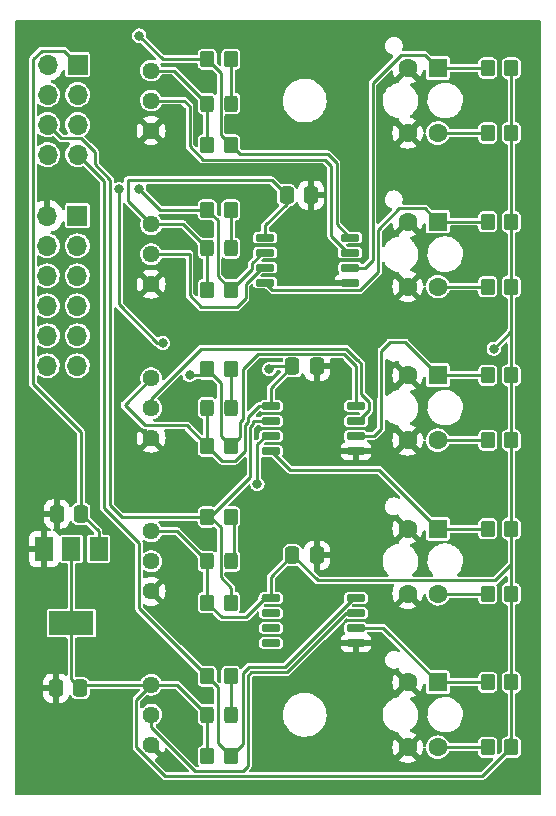
<source format=gbl>
G04 #@! TF.GenerationSoftware,KiCad,Pcbnew,(6.0.8)*
G04 #@! TF.CreationDate,2023-09-02T11:50:29+03:00*
G04 #@! TF.ProjectId,line_sensor_encoder,6c696e65-5f73-4656-9e73-6f725f656e63,rev?*
G04 #@! TF.SameCoordinates,Original*
G04 #@! TF.FileFunction,Copper,L2,Bot*
G04 #@! TF.FilePolarity,Positive*
%FSLAX46Y46*%
G04 Gerber Fmt 4.6, Leading zero omitted, Abs format (unit mm)*
G04 Created by KiCad (PCBNEW (6.0.8)) date 2023-09-02 11:50:29*
%MOMM*%
%LPD*%
G01*
G04 APERTURE LIST*
G04 Aperture macros list*
%AMRoundRect*
0 Rectangle with rounded corners*
0 $1 Rounding radius*
0 $2 $3 $4 $5 $6 $7 $8 $9 X,Y pos of 4 corners*
0 Add a 4 corners polygon primitive as box body*
4,1,4,$2,$3,$4,$5,$6,$7,$8,$9,$2,$3,0*
0 Add four circle primitives for the rounded corners*
1,1,$1+$1,$2,$3*
1,1,$1+$1,$4,$5*
1,1,$1+$1,$6,$7*
1,1,$1+$1,$8,$9*
0 Add four rect primitives between the rounded corners*
20,1,$1+$1,$2,$3,$4,$5,0*
20,1,$1+$1,$4,$5,$6,$7,0*
20,1,$1+$1,$6,$7,$8,$9,0*
20,1,$1+$1,$8,$9,$2,$3,0*%
G04 Aperture macros list end*
G04 #@! TA.AperFunction,ComponentPad*
%ADD10R,1.600000X1.600000*%
G04 #@! TD*
G04 #@! TA.AperFunction,ComponentPad*
%ADD11C,1.600000*%
G04 #@! TD*
G04 #@! TA.AperFunction,SMDPad,CuDef*
%ADD12RoundRect,0.150000X0.650000X0.150000X-0.650000X0.150000X-0.650000X-0.150000X0.650000X-0.150000X0*%
G04 #@! TD*
G04 #@! TA.AperFunction,SMDPad,CuDef*
%ADD13RoundRect,0.250000X0.350000X0.450000X-0.350000X0.450000X-0.350000X-0.450000X0.350000X-0.450000X0*%
G04 #@! TD*
G04 #@! TA.AperFunction,SMDPad,CuDef*
%ADD14RoundRect,0.250000X0.325000X0.450000X-0.325000X0.450000X-0.325000X-0.450000X0.325000X-0.450000X0*%
G04 #@! TD*
G04 #@! TA.AperFunction,SMDPad,CuDef*
%ADD15RoundRect,0.250000X0.337500X0.475000X-0.337500X0.475000X-0.337500X-0.475000X0.337500X-0.475000X0*%
G04 #@! TD*
G04 #@! TA.AperFunction,ComponentPad*
%ADD16C,1.440000*%
G04 #@! TD*
G04 #@! TA.AperFunction,SMDPad,CuDef*
%ADD17RoundRect,0.250000X-0.350000X-0.450000X0.350000X-0.450000X0.350000X0.450000X-0.350000X0.450000X0*%
G04 #@! TD*
G04 #@! TA.AperFunction,SMDPad,CuDef*
%ADD18R,1.500000X2.000000*%
G04 #@! TD*
G04 #@! TA.AperFunction,SMDPad,CuDef*
%ADD19R,3.800000X2.000000*%
G04 #@! TD*
G04 #@! TA.AperFunction,ComponentPad*
%ADD20R,1.700000X1.700000*%
G04 #@! TD*
G04 #@! TA.AperFunction,ComponentPad*
%ADD21O,1.700000X1.700000*%
G04 #@! TD*
G04 #@! TA.AperFunction,ViaPad*
%ADD22C,0.800000*%
G04 #@! TD*
G04 #@! TA.AperFunction,Conductor*
%ADD23C,0.250000*%
G04 #@! TD*
G04 APERTURE END LIST*
D10*
X162020000Y-119500000D03*
D11*
X159480000Y-119500000D03*
X159480000Y-125000000D03*
X162020000Y-125000000D03*
D10*
X162020000Y-93500000D03*
D11*
X159480000Y-93500000D03*
X159480000Y-99000000D03*
X162020000Y-99000000D03*
D10*
X162020000Y-106500000D03*
D11*
X159480000Y-106500000D03*
X159480000Y-112000000D03*
X162020000Y-112000000D03*
D10*
X162020000Y-80500000D03*
D11*
X159480000Y-80500000D03*
X159480000Y-86000000D03*
X162020000Y-86000000D03*
D10*
X162020000Y-67500000D03*
D11*
X159480000Y-67500000D03*
X159480000Y-73000000D03*
X162020000Y-73000000D03*
D12*
X155100000Y-112345000D03*
X155100000Y-113615000D03*
X155100000Y-114885000D03*
X155100000Y-116155000D03*
X147900000Y-116155000D03*
X147900000Y-114885000D03*
X147900000Y-113615000D03*
X147900000Y-112345000D03*
D13*
X168250000Y-93500000D03*
X166250000Y-93500000D03*
X168250000Y-119500000D03*
X166250000Y-119500000D03*
X144500000Y-119000000D03*
X142500000Y-119000000D03*
X168250000Y-80500000D03*
X166250000Y-80500000D03*
D14*
X144525000Y-96250000D03*
X142475000Y-96250000D03*
D15*
X151787500Y-92750000D03*
X149712500Y-92750000D03*
D16*
X137750000Y-106710000D03*
X137750000Y-109250000D03*
X137750000Y-111790000D03*
D15*
X151787500Y-108750000D03*
X149712500Y-108750000D03*
D12*
X154600000Y-81845000D03*
X154600000Y-83115000D03*
X154600000Y-84385000D03*
X154600000Y-85655000D03*
X147400000Y-85655000D03*
X147400000Y-84385000D03*
X147400000Y-83115000D03*
X147400000Y-81845000D03*
D13*
X144500000Y-66750000D03*
X142500000Y-66750000D03*
X144500000Y-105500000D03*
X142500000Y-105500000D03*
D15*
X131825000Y-105250000D03*
X129750000Y-105250000D03*
D16*
X137750000Y-93750000D03*
X137750000Y-96290000D03*
X137750000Y-98830000D03*
D15*
X131750000Y-120000000D03*
X129675000Y-120000000D03*
D16*
X137750000Y-67710000D03*
X137750000Y-70250000D03*
X137750000Y-72790000D03*
D14*
X144525000Y-70500000D03*
X142475000Y-70500000D03*
D13*
X168250000Y-125000000D03*
X166250000Y-125000000D03*
X168250000Y-112000000D03*
X166250000Y-112000000D03*
X168250000Y-86000000D03*
X166250000Y-86000000D03*
X144500000Y-93000000D03*
X142500000Y-93000000D03*
D17*
X142500000Y-99500000D03*
X144500000Y-99500000D03*
D16*
X137750000Y-80710000D03*
X137750000Y-83250000D03*
X137750000Y-85790000D03*
D14*
X144525000Y-109250000D03*
X142475000Y-109250000D03*
D18*
X128700000Y-108200000D03*
X131000000Y-108200000D03*
D19*
X131000000Y-114500000D03*
D18*
X133300000Y-108200000D03*
D12*
X155100000Y-96095000D03*
X155100000Y-97365000D03*
X155100000Y-98635000D03*
X155100000Y-99905000D03*
X147900000Y-99905000D03*
X147900000Y-98635000D03*
X147900000Y-97365000D03*
X147900000Y-96095000D03*
D13*
X144500000Y-79500000D03*
X142500000Y-79500000D03*
D20*
X131525000Y-67200000D03*
D21*
X128985000Y-67200000D03*
X131525000Y-69740000D03*
X128985000Y-69740000D03*
X131525000Y-72280000D03*
X128985000Y-72280000D03*
X131525000Y-74820000D03*
X128985000Y-74820000D03*
D15*
X151287500Y-78250000D03*
X149212500Y-78250000D03*
D17*
X142500000Y-86250000D03*
X144500000Y-86250000D03*
D13*
X168250000Y-99000000D03*
X166250000Y-99000000D03*
D14*
X144525000Y-82750000D03*
X142475000Y-82750000D03*
D17*
X142500000Y-74000000D03*
X144500000Y-74000000D03*
D13*
X168250000Y-106500000D03*
X166250000Y-106500000D03*
D20*
X131500000Y-80000000D03*
D21*
X128960000Y-80000000D03*
X131500000Y-82540000D03*
X128960000Y-82540000D03*
X131500000Y-85080000D03*
X128960000Y-85080000D03*
X131500000Y-87620000D03*
X128960000Y-87620000D03*
X131500000Y-90160000D03*
X128960000Y-90160000D03*
X131500000Y-92700000D03*
X128960000Y-92700000D03*
D14*
X144525000Y-122250000D03*
X142475000Y-122250000D03*
D17*
X142500000Y-125750000D03*
X144500000Y-125750000D03*
D13*
X168250000Y-73000000D03*
X166250000Y-73000000D03*
D16*
X137750000Y-119710000D03*
X137750000Y-122250000D03*
X137750000Y-124790000D03*
D17*
X142500000Y-112750000D03*
X144500000Y-112750000D03*
D13*
X168250000Y-67500000D03*
X166250000Y-67500000D03*
D22*
X156000000Y-65000000D03*
X147250000Y-107750000D03*
X129250000Y-126750000D03*
X136000000Y-83000000D03*
X141000000Y-106500000D03*
X136750000Y-103000000D03*
X155750000Y-125250000D03*
X166000000Y-102250000D03*
X148000000Y-126500000D03*
X133000000Y-117500000D03*
X135750000Y-70500000D03*
X141750000Y-68250000D03*
X153750000Y-93250000D03*
X141000000Y-80250000D03*
X130000000Y-64500000D03*
X156500000Y-90250000D03*
X128000000Y-102000000D03*
X134000000Y-66250000D03*
X141000000Y-123500000D03*
X147000000Y-72500000D03*
X155500000Y-109250000D03*
X168750000Y-64750000D03*
X146500000Y-94000000D03*
X154750000Y-77250000D03*
X166250000Y-76250000D03*
X133000000Y-92500000D03*
X141000000Y-96500000D03*
X168750000Y-127750000D03*
X166250000Y-88500000D03*
X166750000Y-91250000D03*
X147750000Y-93000000D03*
X136750000Y-64750000D03*
X136750000Y-77750000D03*
X138750000Y-90750000D03*
X141000000Y-93500000D03*
X135000000Y-77750000D03*
X146750000Y-102724500D03*
D23*
X168000000Y-124500000D02*
X168250000Y-124250000D01*
X139935000Y-106710000D02*
X137750000Y-106710000D01*
X142475000Y-112725000D02*
X142475000Y-109250000D01*
X168250000Y-112000000D02*
X168250000Y-119500000D01*
X149212500Y-78250000D02*
X147962500Y-77000000D01*
X145700000Y-99913173D02*
X144863173Y-100750000D01*
X142475000Y-109250000D02*
X139935000Y-106710000D01*
X142500000Y-99500000D02*
X142500000Y-96275000D01*
X148000000Y-92750000D02*
X147750000Y-93000000D01*
X142500000Y-82775000D02*
X142475000Y-82750000D01*
X146905000Y-96095000D02*
X145950000Y-97050000D01*
X149212500Y-79000000D02*
X147400000Y-80812500D01*
X168250000Y-67500000D02*
X168250000Y-73000000D01*
X145950000Y-97436396D02*
X145700000Y-97686396D01*
X142500000Y-96275000D02*
X142475000Y-96250000D01*
X142500000Y-125750000D02*
X142500000Y-122275000D01*
X168250000Y-93500000D02*
X168250000Y-99000000D01*
X137750000Y-93750000D02*
X135500000Y-96000000D01*
X147155000Y-112345000D02*
X147900000Y-112345000D01*
X137750000Y-80710000D02*
X135750000Y-78710000D01*
X142500000Y-112750000D02*
X142475000Y-112725000D01*
X147900000Y-96095000D02*
X147900000Y-94562500D01*
X147962500Y-77000000D02*
X135750000Y-77000000D01*
X147400000Y-80812500D02*
X147400000Y-81845000D01*
X136500000Y-120960000D02*
X137750000Y-119710000D01*
X168250000Y-125000000D02*
X165800000Y-127450000D01*
X137250000Y-97750000D02*
X135500000Y-96000000D01*
X168250000Y-86000000D02*
X168250000Y-89500000D01*
X131000000Y-119250000D02*
X131000000Y-114500000D01*
X140750000Y-97750000D02*
X137250000Y-97750000D01*
X136500000Y-125017854D02*
X136500000Y-120960000D01*
X143750000Y-114000000D02*
X145750000Y-114000000D01*
X131750000Y-120000000D02*
X131000000Y-119250000D01*
X147900000Y-110562500D02*
X147900000Y-112345000D01*
X168250000Y-109500000D02*
X168250000Y-112000000D01*
X168250000Y-119500000D02*
X168250000Y-124250000D01*
X149712500Y-108750000D02*
X151837501Y-110875001D01*
X142500000Y-99500000D02*
X140750000Y-97750000D01*
X168250000Y-89750000D02*
X168250000Y-89500000D01*
X147900000Y-94562500D02*
X149712500Y-92750000D01*
X145750000Y-114000000D02*
X147405000Y-112345000D01*
X145700000Y-97686396D02*
X145700000Y-99913173D01*
X168250000Y-106500000D02*
X168250000Y-109500000D01*
X151837501Y-110875001D02*
X166874999Y-110875001D01*
X165800000Y-127450000D02*
X138932146Y-127450000D01*
X139685000Y-67710000D02*
X137750000Y-67710000D01*
X142475000Y-70500000D02*
X139685000Y-67710000D01*
X139935000Y-119710000D02*
X137750000Y-119710000D01*
X142500000Y-122275000D02*
X142475000Y-122250000D01*
X144863173Y-100750000D02*
X143750000Y-100750000D01*
X168250000Y-80500000D02*
X168250000Y-86000000D01*
X149712500Y-108750000D02*
X147900000Y-110562500D01*
X140435000Y-80710000D02*
X137750000Y-80710000D01*
X132040000Y-119710000D02*
X137750000Y-119710000D01*
X131000000Y-114500000D02*
X131000000Y-108200000D01*
X142475000Y-122250000D02*
X139935000Y-119710000D01*
X149212500Y-78250000D02*
X149212500Y-79000000D01*
X168250000Y-89500000D02*
X168250000Y-93500000D01*
X149712500Y-92750000D02*
X148000000Y-92750000D01*
X142500000Y-70525000D02*
X142475000Y-70500000D01*
X168250000Y-99000000D02*
X168250000Y-106500000D01*
X135750000Y-78710000D02*
X135750000Y-77000000D01*
X166874999Y-110875001D02*
X168250000Y-109500000D01*
X145950000Y-97050000D02*
X145950000Y-97436396D01*
X147405000Y-112345000D02*
X147900000Y-112345000D01*
X143750000Y-100750000D02*
X142500000Y-99500000D01*
X142500000Y-86250000D02*
X142500000Y-82775000D01*
X142500000Y-112750000D02*
X143750000Y-114000000D01*
X166750000Y-91250000D02*
X168250000Y-89750000D01*
X131750000Y-120000000D02*
X132040000Y-119710000D01*
X138932146Y-127450000D02*
X136500000Y-125017854D01*
X147900000Y-96095000D02*
X146905000Y-96095000D01*
X142500000Y-74000000D02*
X142500000Y-70525000D01*
X168250000Y-80500000D02*
X168250000Y-73000000D01*
X142475000Y-82750000D02*
X140435000Y-80710000D01*
X144525000Y-66775000D02*
X144525000Y-70500000D01*
X144500000Y-66750000D02*
X144525000Y-66775000D01*
X144500000Y-79500000D02*
X144500000Y-82725000D01*
X144500000Y-82725000D02*
X144525000Y-82750000D01*
X144525000Y-96250000D02*
X144525000Y-93025000D01*
X144525000Y-93025000D02*
X144500000Y-93000000D01*
X144750000Y-109025000D02*
X144750000Y-105500000D01*
X144525000Y-109250000D02*
X144750000Y-109025000D01*
X144525000Y-119025000D02*
X144500000Y-119000000D01*
X144525000Y-122250000D02*
X144525000Y-119025000D01*
X142500000Y-66750000D02*
X143625000Y-67875000D01*
X143625000Y-73125000D02*
X144500000Y-74000000D01*
X144500000Y-74000000D02*
X145300000Y-74800000D01*
X143625000Y-67875000D02*
X143625000Y-73125000D01*
X145300000Y-74800000D02*
X152686396Y-74800000D01*
X138750000Y-66750000D02*
X136750000Y-64750000D01*
X152686396Y-74800000D02*
X153450000Y-75563604D01*
X153450000Y-80695000D02*
X154600000Y-81845000D01*
X142500000Y-66750000D02*
X138750000Y-66750000D01*
X153450000Y-75563604D02*
X153450000Y-80695000D01*
X136750000Y-77750000D02*
X138500000Y-79500000D01*
X143375000Y-80375000D02*
X142500000Y-79500000D01*
X138500000Y-79500000D02*
X142500000Y-79500000D01*
X147198249Y-83115000D02*
X147400000Y-83115000D01*
X144500000Y-86250000D02*
X146275000Y-84475000D01*
X146275000Y-84475000D02*
X146275000Y-84038249D01*
X143375000Y-85125000D02*
X143375000Y-80375000D01*
X146275000Y-84038249D02*
X147198249Y-83115000D01*
X144500000Y-86250000D02*
X143375000Y-85125000D01*
X146800000Y-91700000D02*
X154063604Y-91700000D01*
X145500000Y-93000000D02*
X146800000Y-91700000D01*
X144500000Y-99500000D02*
X143625000Y-98625000D01*
X138250000Y-90750000D02*
X138750000Y-90750000D01*
X143625000Y-94125000D02*
X142500000Y-93000000D01*
X155100000Y-92736396D02*
X155100000Y-96095000D01*
X145250000Y-97500000D02*
X145500000Y-97250000D01*
X144500000Y-99500000D02*
X145250000Y-98750000D01*
X145500000Y-97250000D02*
X145500000Y-93000000D01*
X135000000Y-87500000D02*
X138250000Y-90750000D01*
X154063604Y-91700000D02*
X154325000Y-91961396D01*
X141000000Y-93500000D02*
X142000000Y-93500000D01*
X154325000Y-91961396D02*
X154325000Y-91986701D01*
X155038604Y-92675000D02*
X155100000Y-92736396D01*
X143625000Y-98625000D02*
X143625000Y-94125000D01*
X142000000Y-93500000D02*
X142500000Y-93000000D01*
X155013299Y-92675000D02*
X155038604Y-92675000D01*
X135000000Y-87500000D02*
X135000000Y-77750000D01*
X145250000Y-98750000D02*
X145250000Y-97500000D01*
X154325000Y-91986701D02*
X155013299Y-92675000D01*
X134275000Y-76933604D02*
X133000000Y-75658604D01*
X146150000Y-97872792D02*
X146150000Y-102100000D01*
X147900000Y-97365000D02*
X146400000Y-97365000D01*
X144500000Y-111500000D02*
X144500000Y-112750000D01*
X133000000Y-75658604D02*
X133000000Y-74633299D01*
X142500000Y-105500000D02*
X135250000Y-105500000D01*
X133000000Y-74633299D02*
X131821701Y-73455000D01*
X143625000Y-106375000D02*
X143625000Y-110625000D01*
X146150000Y-102100000D02*
X142750000Y-105500000D01*
X131821701Y-73455000D02*
X130160000Y-73455000D01*
X146400000Y-97365000D02*
X146400000Y-97622792D01*
X146400000Y-97622792D02*
X146150000Y-97872792D01*
X143625000Y-110625000D02*
X144500000Y-111500000D01*
X130160000Y-73455000D02*
X128985000Y-72280000D01*
X134275000Y-104525000D02*
X134275000Y-76933604D01*
X142750000Y-105500000D02*
X143625000Y-106375000D01*
X135250000Y-105500000D02*
X134275000Y-104525000D01*
X133750000Y-77045000D02*
X131525000Y-74820000D01*
X145500000Y-118750000D02*
X145500000Y-124750000D01*
X133750000Y-104750000D02*
X136705000Y-107705000D01*
X149043249Y-118200000D02*
X146050000Y-118200000D01*
X143375000Y-119875000D02*
X142500000Y-119000000D01*
X136705000Y-113205000D02*
X142500000Y-119000000D01*
X154898249Y-112345000D02*
X149043249Y-118200000D01*
X155100000Y-112345000D02*
X154898249Y-112345000D01*
X143375000Y-124625000D02*
X143375000Y-119875000D01*
X145500000Y-124750000D02*
X144500000Y-125750000D01*
X133750000Y-104750000D02*
X133750000Y-77045000D01*
X136705000Y-107705000D02*
X136705000Y-113205000D01*
X144500000Y-125750000D02*
X143375000Y-124625000D01*
X146050000Y-118200000D02*
X145500000Y-118750000D01*
X156500000Y-83750000D02*
X155865000Y-84385000D01*
X155865000Y-84385000D02*
X154600000Y-84385000D01*
X162020000Y-67500000D02*
X160895000Y-66375000D01*
X160895000Y-66375000D02*
X158875000Y-66375000D01*
X158875000Y-66375000D02*
X156500000Y-68750000D01*
X156500000Y-68750000D02*
X156500000Y-83750000D01*
X166250000Y-67500000D02*
X162020000Y-67500000D01*
X141000000Y-74113173D02*
X142136827Y-75250000D01*
X140500000Y-70250000D02*
X141000000Y-70750000D01*
X152500000Y-75250000D02*
X153000000Y-75750000D01*
X142136827Y-75250000D02*
X152500000Y-75250000D01*
X153000000Y-81716751D02*
X154398249Y-83115000D01*
X141000000Y-70750000D02*
X141000000Y-74113173D01*
X137750000Y-70250000D02*
X140500000Y-70250000D01*
X153000000Y-75750000D02*
X153000000Y-81716751D01*
X154398249Y-83115000D02*
X154600000Y-83115000D01*
X156950000Y-84800000D02*
X155470000Y-86280000D01*
X160895000Y-79375000D02*
X158762439Y-79375000D01*
X156950000Y-81187439D02*
X156950000Y-84800000D01*
X148025000Y-86280000D02*
X147400000Y-85655000D01*
X162020000Y-80500000D02*
X160895000Y-79375000D01*
X166250000Y-80500000D02*
X162020000Y-80500000D01*
X155470000Y-86280000D02*
X148025000Y-86280000D01*
X158762439Y-79375000D02*
X156950000Y-81187439D01*
X145750000Y-87000000D02*
X145750000Y-85750000D01*
X145750000Y-85750000D02*
X147115000Y-84385000D01*
X141000000Y-83250000D02*
X141000000Y-86750000D01*
X145000000Y-87750000D02*
X145750000Y-87000000D01*
X141000000Y-86750000D02*
X142000000Y-87750000D01*
X142000000Y-87750000D02*
X145000000Y-87750000D01*
X147115000Y-84385000D02*
X147400000Y-84385000D01*
X137750000Y-83250000D02*
X141000000Y-83250000D01*
X157937562Y-90724999D02*
X157250000Y-91412561D01*
X157250000Y-95551901D02*
X157224999Y-95576902D01*
X166250000Y-93500000D02*
X162020000Y-93500000D01*
X162020000Y-93500000D02*
X159244999Y-90724999D01*
X157224999Y-95576902D02*
X157224999Y-98025001D01*
X157250000Y-91412561D02*
X157250000Y-95551901D01*
X157224999Y-98025001D02*
X156615000Y-98635000D01*
X156615000Y-98635000D02*
X155100000Y-98635000D01*
X159244999Y-90724999D02*
X157937562Y-90724999D01*
X137750000Y-96290000D02*
X137750000Y-95500000D01*
X137750000Y-95500000D02*
X142000000Y-91250000D01*
X154775000Y-91800305D02*
X155199695Y-92225000D01*
X156225000Y-96441751D02*
X155301751Y-97365000D01*
X155199695Y-92225000D02*
X155225000Y-92225000D01*
X154250000Y-91250000D02*
X154775000Y-91775000D01*
X155550000Y-92550000D02*
X155550000Y-95073249D01*
X156225000Y-95748249D02*
X156225000Y-96441751D01*
X155550000Y-95073249D02*
X156225000Y-95748249D01*
X155225000Y-92225000D02*
X155550000Y-92550000D01*
X142000000Y-91250000D02*
X154250000Y-91250000D01*
X154775000Y-91775000D02*
X154775000Y-91800305D01*
X155301751Y-97365000D02*
X155100000Y-97365000D01*
X149495000Y-101500000D02*
X147900000Y-99905000D01*
X166250000Y-106500000D02*
X162020000Y-106500000D01*
X157020000Y-101500000D02*
X149495000Y-101500000D01*
X162020000Y-106500000D02*
X157020000Y-101500000D01*
X147465000Y-98635000D02*
X146750000Y-99350000D01*
X147900000Y-98635000D02*
X147465000Y-98635000D01*
X146750000Y-99350000D02*
X146750000Y-102724500D01*
X166250000Y-119500000D02*
X162020000Y-119500000D01*
X157405000Y-114885000D02*
X155100000Y-114885000D01*
X162020000Y-119500000D02*
X157405000Y-114885000D01*
X149229645Y-118650000D02*
X146236396Y-118650000D01*
X141481767Y-127000000D02*
X137750000Y-123268233D01*
X155100000Y-113615000D02*
X154264645Y-113615000D01*
X137750000Y-123268233D02*
X137750000Y-122250000D01*
X145500000Y-127000000D02*
X141481767Y-127000000D01*
X154264645Y-113615000D02*
X149229645Y-118650000D01*
X146236396Y-118650000D02*
X145950000Y-118936396D01*
X145950000Y-118936396D02*
X145950000Y-126550000D01*
X145950000Y-126550000D02*
X145500000Y-127000000D01*
X166250000Y-73000000D02*
X162020000Y-73000000D01*
X166250000Y-86000000D02*
X162020000Y-86000000D01*
X166250000Y-99000000D02*
X162020000Y-99000000D01*
X166250000Y-112000000D02*
X162020000Y-112000000D01*
X166250000Y-125000000D02*
X162020000Y-125000000D01*
X133300000Y-106725000D02*
X131825000Y-105250000D01*
X131825000Y-105250000D02*
X131825000Y-98325000D01*
X127750000Y-66750000D02*
X128475000Y-66025000D01*
X133300000Y-108200000D02*
X133300000Y-106725000D01*
X132035000Y-67710000D02*
X131525000Y-67200000D01*
X131825000Y-98325000D02*
X127750000Y-94250000D01*
X128475000Y-66025000D02*
X130350000Y-66025000D01*
X130350000Y-66025000D02*
X131525000Y-67200000D01*
X127750000Y-94250000D02*
X127750000Y-66750000D01*
G04 #@! TA.AperFunction,Conductor*
G36*
X170742539Y-63470185D02*
G01*
X170788294Y-63522989D01*
X170799500Y-63574500D01*
X170799500Y-128925500D01*
X170779815Y-128992539D01*
X170727011Y-129038294D01*
X170675500Y-129049500D01*
X126324500Y-129049500D01*
X126257461Y-129029815D01*
X126211706Y-128977011D01*
X126200500Y-128925500D01*
X126200500Y-120522165D01*
X128579501Y-120522165D01*
X128579831Y-120528541D01*
X128589768Y-120624318D01*
X128592614Y-120637494D01*
X128644127Y-120791900D01*
X128650198Y-120804859D01*
X128735626Y-120942909D01*
X128744516Y-120954125D01*
X128859406Y-121068816D01*
X128870645Y-121077692D01*
X129008848Y-121162881D01*
X129021807Y-121168924D01*
X129176314Y-121220172D01*
X129189480Y-121222994D01*
X129283990Y-121232678D01*
X129290298Y-121233000D01*
X129403170Y-121233000D01*
X129418169Y-121228596D01*
X129419356Y-121227226D01*
X129421000Y-121219668D01*
X129421000Y-120271830D01*
X129416596Y-120256831D01*
X129415226Y-120255644D01*
X129407668Y-120254000D01*
X128597331Y-120254000D01*
X128582332Y-120258404D01*
X128581145Y-120259774D01*
X128579501Y-120267332D01*
X128579501Y-120522165D01*
X126200500Y-120522165D01*
X126200500Y-119728170D01*
X128579500Y-119728170D01*
X128583904Y-119743169D01*
X128585274Y-119744356D01*
X128592832Y-119746000D01*
X129403170Y-119746000D01*
X129418169Y-119741596D01*
X129419356Y-119740226D01*
X129421000Y-119732668D01*
X129421000Y-118784831D01*
X129416596Y-118769832D01*
X129415226Y-118768645D01*
X129407668Y-118767001D01*
X129290335Y-118767001D01*
X129283959Y-118767331D01*
X129188182Y-118777268D01*
X129175006Y-118780114D01*
X129020600Y-118831627D01*
X129007641Y-118837698D01*
X128869591Y-118923126D01*
X128858375Y-118932016D01*
X128743684Y-119046906D01*
X128734808Y-119058145D01*
X128649619Y-119196348D01*
X128643576Y-119209307D01*
X128592328Y-119363814D01*
X128589506Y-119376980D01*
X128579822Y-119471490D01*
X128579500Y-119477798D01*
X128579500Y-119728170D01*
X126200500Y-119728170D01*
X126200500Y-109244726D01*
X127442001Y-109244726D01*
X127442364Y-109251431D01*
X127447908Y-109302477D01*
X127451478Y-109317488D01*
X127496727Y-109438190D01*
X127505126Y-109453532D01*
X127581798Y-109555835D01*
X127594165Y-109568202D01*
X127696468Y-109644874D01*
X127711810Y-109653273D01*
X127832515Y-109698524D01*
X127847518Y-109702091D01*
X127898573Y-109707637D01*
X127905271Y-109708000D01*
X128428170Y-109708000D01*
X128443169Y-109703596D01*
X128444356Y-109702226D01*
X128446000Y-109694668D01*
X128446000Y-108471830D01*
X128441596Y-108456831D01*
X128440226Y-108455644D01*
X128432668Y-108454000D01*
X127459831Y-108454000D01*
X127444832Y-108458404D01*
X127443645Y-108459774D01*
X127442001Y-108467332D01*
X127442001Y-109244726D01*
X126200500Y-109244726D01*
X126200500Y-107928170D01*
X127442000Y-107928170D01*
X127446404Y-107943169D01*
X127447774Y-107944356D01*
X127455332Y-107946000D01*
X128428170Y-107946000D01*
X128443169Y-107941596D01*
X128444356Y-107940226D01*
X128446000Y-107932668D01*
X128446000Y-106709831D01*
X128441596Y-106694832D01*
X128440226Y-106693645D01*
X128432668Y-106692001D01*
X127905274Y-106692001D01*
X127898569Y-106692364D01*
X127847523Y-106697908D01*
X127832512Y-106701478D01*
X127711810Y-106746727D01*
X127696468Y-106755126D01*
X127594165Y-106831798D01*
X127581798Y-106844165D01*
X127505126Y-106946468D01*
X127496727Y-106961810D01*
X127451476Y-107082515D01*
X127447909Y-107097518D01*
X127442363Y-107148573D01*
X127442000Y-107155271D01*
X127442000Y-107928170D01*
X126200500Y-107928170D01*
X126200500Y-104978170D01*
X128654500Y-104978170D01*
X128658904Y-104993169D01*
X128660274Y-104994356D01*
X128667832Y-104996000D01*
X129478170Y-104996000D01*
X129493169Y-104991596D01*
X129494356Y-104990226D01*
X129496000Y-104982668D01*
X129496000Y-104034831D01*
X129491596Y-104019832D01*
X129490226Y-104018645D01*
X129482668Y-104017001D01*
X129365335Y-104017001D01*
X129358959Y-104017331D01*
X129263182Y-104027268D01*
X129250006Y-104030114D01*
X129095600Y-104081627D01*
X129082641Y-104087698D01*
X128944591Y-104173126D01*
X128933375Y-104182016D01*
X128818684Y-104296906D01*
X128809808Y-104308145D01*
X128724619Y-104446348D01*
X128718576Y-104459307D01*
X128667328Y-104613814D01*
X128664506Y-104626980D01*
X128654822Y-104721490D01*
X128654500Y-104727798D01*
X128654500Y-104978170D01*
X126200500Y-104978170D01*
X126200500Y-94278807D01*
X127420736Y-94278807D01*
X127430517Y-94315310D01*
X127432855Y-94325857D01*
X127439412Y-94363045D01*
X127444838Y-94372442D01*
X127446096Y-94375900D01*
X127447639Y-94379209D01*
X127450446Y-94389684D01*
X127457827Y-94400225D01*
X127472106Y-94420617D01*
X127477920Y-94429743D01*
X127490387Y-94451336D01*
X127496806Y-94462455D01*
X127505116Y-94469428D01*
X127525744Y-94486737D01*
X127533719Y-94494045D01*
X131463181Y-98423508D01*
X131496666Y-98484831D01*
X131499500Y-98511189D01*
X131499500Y-104207314D01*
X131479815Y-104274353D01*
X131427011Y-104320108D01*
X131406028Y-104327113D01*
X131402131Y-104327481D01*
X131333556Y-104351563D01*
X131283057Y-104369296D01*
X131283055Y-104369297D01*
X131274316Y-104372366D01*
X131266863Y-104377871D01*
X131266861Y-104377872D01*
X131253394Y-104387819D01*
X131165350Y-104452850D01*
X131159843Y-104460306D01*
X131110574Y-104527011D01*
X131084866Y-104561816D01*
X131081797Y-104570556D01*
X131081793Y-104570563D01*
X131066720Y-104613485D01*
X131025935Y-104670215D01*
X130960953Y-104695890D01*
X130892407Y-104682356D01*
X130842058Y-104633913D01*
X130832098Y-104611642D01*
X130780873Y-104458100D01*
X130774802Y-104445141D01*
X130689374Y-104307091D01*
X130680484Y-104295875D01*
X130565594Y-104181184D01*
X130554355Y-104172308D01*
X130416152Y-104087119D01*
X130403193Y-104081076D01*
X130248686Y-104029828D01*
X130235520Y-104027006D01*
X130141010Y-104017322D01*
X130134702Y-104017000D01*
X130021830Y-104017000D01*
X130006831Y-104021404D01*
X130005644Y-104022774D01*
X130004000Y-104030332D01*
X130004000Y-106465169D01*
X130008404Y-106480168D01*
X130009774Y-106481355D01*
X130017332Y-106482999D01*
X130134665Y-106482999D01*
X130141041Y-106482669D01*
X130236818Y-106472732D01*
X130249994Y-106469886D01*
X130404400Y-106418373D01*
X130417359Y-106412302D01*
X130555409Y-106326874D01*
X130566625Y-106317984D01*
X130681316Y-106203094D01*
X130690192Y-106191855D01*
X130775381Y-106053652D01*
X130781424Y-106040694D01*
X130831955Y-105888348D01*
X130871744Y-105830915D01*
X130936268Y-105804110D01*
X131005040Y-105816445D01*
X131056226Y-105864003D01*
X131066646Y-105886301D01*
X131081795Y-105929441D01*
X131081797Y-105929445D01*
X131084866Y-105938184D01*
X131090371Y-105945637D01*
X131090372Y-105945639D01*
X131119319Y-105984830D01*
X131165350Y-106047150D01*
X131172806Y-106052657D01*
X131266861Y-106122128D01*
X131266863Y-106122129D01*
X131274316Y-106127634D01*
X131283055Y-106130703D01*
X131283057Y-106130704D01*
X131330742Y-106147449D01*
X131402131Y-106172519D01*
X131409650Y-106173230D01*
X131409651Y-106173230D01*
X131430752Y-106175225D01*
X131430762Y-106175225D01*
X131433666Y-106175500D01*
X132216334Y-106175500D01*
X132219240Y-106175225D01*
X132219246Y-106175225D01*
X132223303Y-106174841D01*
X132225706Y-106174614D01*
X132294300Y-106187902D01*
X132325057Y-106210383D01*
X132902493Y-106787819D01*
X132935978Y-106849142D01*
X132930994Y-106918834D01*
X132889122Y-106974767D01*
X132823658Y-106999184D01*
X132814812Y-106999500D01*
X132530252Y-106999500D01*
X132508464Y-107003834D01*
X132483747Y-107008750D01*
X132483745Y-107008751D01*
X132471769Y-107011133D01*
X132405448Y-107055448D01*
X132361133Y-107121769D01*
X132349500Y-107180252D01*
X132349500Y-109219748D01*
X132355055Y-109247674D01*
X132355518Y-109250000D01*
X132361133Y-109278231D01*
X132405448Y-109344552D01*
X132471769Y-109388867D01*
X132483745Y-109391249D01*
X132483747Y-109391250D01*
X132502326Y-109394945D01*
X132530252Y-109400500D01*
X134069748Y-109400500D01*
X134097674Y-109394945D01*
X134116253Y-109391250D01*
X134116255Y-109391249D01*
X134128231Y-109388867D01*
X134194552Y-109344552D01*
X134238867Y-109278231D01*
X134244483Y-109250000D01*
X134244945Y-109247674D01*
X134250500Y-109219748D01*
X134250500Y-107180252D01*
X134238867Y-107121769D01*
X134194552Y-107055448D01*
X134128231Y-107011133D01*
X134116255Y-107008751D01*
X134116253Y-107008750D01*
X134091536Y-107003834D01*
X134069748Y-106999500D01*
X133749500Y-106999500D01*
X133682461Y-106979815D01*
X133636706Y-106927011D01*
X133625500Y-106875500D01*
X133625500Y-106744627D01*
X133625972Y-106733819D01*
X133626885Y-106723385D01*
X133629264Y-106696193D01*
X133619483Y-106659690D01*
X133617145Y-106649143D01*
X133612472Y-106622641D01*
X133610588Y-106611955D01*
X133605162Y-106602558D01*
X133603904Y-106599100D01*
X133602361Y-106595791D01*
X133599554Y-106585316D01*
X133582659Y-106561188D01*
X133577894Y-106554383D01*
X133572080Y-106545257D01*
X133558618Y-106521939D01*
X133558616Y-106521937D01*
X133553194Y-106512545D01*
X133524255Y-106488262D01*
X133516281Y-106480955D01*
X132649319Y-105613993D01*
X132615834Y-105552670D01*
X132613000Y-105526312D01*
X132613000Y-104721166D01*
X132610019Y-104689631D01*
X132583027Y-104612768D01*
X132568204Y-104570557D01*
X132568203Y-104570555D01*
X132565134Y-104561816D01*
X132539427Y-104527011D01*
X132490157Y-104460306D01*
X132484650Y-104452850D01*
X132396606Y-104387819D01*
X132383139Y-104377872D01*
X132383137Y-104377871D01*
X132375684Y-104372366D01*
X132366945Y-104369297D01*
X132366943Y-104369296D01*
X132316444Y-104351563D01*
X132247869Y-104327481D01*
X132245843Y-104327289D01*
X132186665Y-104294842D01*
X132153288Y-104233460D01*
X132150500Y-104207314D01*
X132150500Y-98344619D01*
X132150972Y-98333812D01*
X132153318Y-98307000D01*
X132153318Y-98306998D01*
X132154263Y-98296193D01*
X132151379Y-98285429D01*
X132144489Y-98259712D01*
X132142148Y-98249155D01*
X132137472Y-98222639D01*
X132135588Y-98211955D01*
X132130165Y-98202561D01*
X132128908Y-98199108D01*
X132127361Y-98195791D01*
X132124554Y-98185316D01*
X132102892Y-98154379D01*
X132097083Y-98145261D01*
X132083617Y-98121937D01*
X132083616Y-98121935D01*
X132078194Y-98112545D01*
X132049262Y-98088268D01*
X132041287Y-98080960D01*
X130082560Y-96122233D01*
X128111819Y-94151493D01*
X128078334Y-94090170D01*
X128075500Y-94063812D01*
X128075500Y-93595097D01*
X128095185Y-93528058D01*
X128147989Y-93482303D01*
X128217147Y-93472359D01*
X128279867Y-93500666D01*
X128352950Y-93562865D01*
X128352955Y-93562869D01*
X128357564Y-93566791D01*
X128537398Y-93667297D01*
X128647570Y-93703094D01*
X128710019Y-93723385D01*
X128733329Y-93730959D01*
X128739347Y-93731677D01*
X128739349Y-93731677D01*
X128838840Y-93743540D01*
X128937894Y-93755351D01*
X128943938Y-93754886D01*
X128943939Y-93754886D01*
X129007437Y-93750000D01*
X129143300Y-93739546D01*
X129247751Y-93710383D01*
X129335885Y-93685776D01*
X129335889Y-93685774D01*
X129341725Y-93684145D01*
X129525610Y-93591258D01*
X129687951Y-93464424D01*
X129691907Y-93459840D01*
X129691911Y-93459837D01*
X129818602Y-93313062D01*
X129822564Y-93308472D01*
X129833047Y-93290020D01*
X129921327Y-93134618D01*
X129924323Y-93129344D01*
X129965473Y-93005644D01*
X129987439Y-92939611D01*
X129987439Y-92939610D01*
X129989351Y-92933863D01*
X129990660Y-92923507D01*
X130014736Y-92732919D01*
X130014736Y-92732915D01*
X130015171Y-92729474D01*
X130015583Y-92700000D01*
X130014672Y-92690712D01*
X130014138Y-92685262D01*
X130444520Y-92685262D01*
X130461759Y-92890553D01*
X130518544Y-93088586D01*
X130521316Y-93093981D01*
X130521317Y-93093982D01*
X130557441Y-93164271D01*
X130612712Y-93271818D01*
X130616480Y-93276572D01*
X130736724Y-93428282D01*
X130740677Y-93433270D01*
X130745296Y-93437201D01*
X130892950Y-93562865D01*
X130892955Y-93562869D01*
X130897564Y-93566791D01*
X131077398Y-93667297D01*
X131187570Y-93703094D01*
X131250019Y-93723385D01*
X131273329Y-93730959D01*
X131279347Y-93731677D01*
X131279349Y-93731677D01*
X131378840Y-93743540D01*
X131477894Y-93755351D01*
X131483938Y-93754886D01*
X131483939Y-93754886D01*
X131547437Y-93750000D01*
X131683300Y-93739546D01*
X131787751Y-93710383D01*
X131875885Y-93685776D01*
X131875889Y-93685774D01*
X131881725Y-93684145D01*
X132065610Y-93591258D01*
X132227951Y-93464424D01*
X132231907Y-93459840D01*
X132231911Y-93459837D01*
X132358602Y-93313062D01*
X132362564Y-93308472D01*
X132373047Y-93290020D01*
X132461327Y-93134618D01*
X132464323Y-93129344D01*
X132505473Y-93005644D01*
X132527439Y-92939611D01*
X132527439Y-92939610D01*
X132529351Y-92933863D01*
X132530660Y-92923507D01*
X132554736Y-92732919D01*
X132554736Y-92732915D01*
X132555171Y-92729474D01*
X132555583Y-92700000D01*
X132554672Y-92690712D01*
X132536072Y-92501006D01*
X132536072Y-92501004D01*
X132535480Y-92494970D01*
X132528652Y-92472354D01*
X132477688Y-92303555D01*
X132475935Y-92297749D01*
X132403915Y-92162297D01*
X132382065Y-92121203D01*
X132382064Y-92121201D01*
X132379218Y-92115849D01*
X132249011Y-91956200D01*
X132182646Y-91901298D01*
X132094946Y-91828746D01*
X132094945Y-91828745D01*
X132090275Y-91824882D01*
X131909055Y-91726897D01*
X131899991Y-91724091D01*
X131718046Y-91667770D01*
X131718047Y-91667770D01*
X131712254Y-91665977D01*
X131507369Y-91644443D01*
X131501336Y-91644992D01*
X131501332Y-91644992D01*
X131375721Y-91656424D01*
X131302203Y-91663114D01*
X131296390Y-91664825D01*
X131296389Y-91664825D01*
X131110392Y-91719567D01*
X131104572Y-91721280D01*
X131067418Y-91740704D01*
X130927374Y-91813917D01*
X130927370Y-91813920D01*
X130922002Y-91816726D01*
X130917279Y-91820523D01*
X130917278Y-91820524D01*
X130784034Y-91927655D01*
X130761447Y-91945815D01*
X130744189Y-91966382D01*
X130637454Y-92093584D01*
X130629024Y-92103630D01*
X130529776Y-92284162D01*
X130527942Y-92289944D01*
X130527941Y-92289946D01*
X130470078Y-92472354D01*
X130467484Y-92480532D01*
X130464052Y-92511133D01*
X130445753Y-92674272D01*
X130444520Y-92685262D01*
X130014138Y-92685262D01*
X129996072Y-92501006D01*
X129996072Y-92501004D01*
X129995480Y-92494970D01*
X129988652Y-92472354D01*
X129937688Y-92303555D01*
X129935935Y-92297749D01*
X129863915Y-92162297D01*
X129842065Y-92121203D01*
X129842064Y-92121201D01*
X129839218Y-92115849D01*
X129709011Y-91956200D01*
X129642646Y-91901298D01*
X129554946Y-91828746D01*
X129554945Y-91828745D01*
X129550275Y-91824882D01*
X129369055Y-91726897D01*
X129359991Y-91724091D01*
X129178046Y-91667770D01*
X129178047Y-91667770D01*
X129172254Y-91665977D01*
X128967369Y-91644443D01*
X128961336Y-91644992D01*
X128961332Y-91644992D01*
X128835721Y-91656424D01*
X128762203Y-91663114D01*
X128756390Y-91664825D01*
X128756389Y-91664825D01*
X128570392Y-91719567D01*
X128564572Y-91721280D01*
X128527418Y-91740704D01*
X128387374Y-91813917D01*
X128387370Y-91813920D01*
X128382002Y-91816726D01*
X128377281Y-91820522D01*
X128377273Y-91820527D01*
X128277198Y-91900989D01*
X128212617Y-91927655D01*
X128143872Y-91915173D01*
X128092788Y-91867506D01*
X128075500Y-91804351D01*
X128075500Y-91055097D01*
X128095185Y-90988058D01*
X128147989Y-90942303D01*
X128217147Y-90932359D01*
X128279867Y-90960666D01*
X128352950Y-91022865D01*
X128352955Y-91022869D01*
X128357564Y-91026791D01*
X128537398Y-91127297D01*
X128674472Y-91171835D01*
X128709539Y-91183229D01*
X128733329Y-91190959D01*
X128739347Y-91191677D01*
X128739349Y-91191677D01*
X128881410Y-91208616D01*
X128937894Y-91215351D01*
X128943938Y-91214886D01*
X128943939Y-91214886D01*
X129013935Y-91209500D01*
X129143300Y-91199546D01*
X129228596Y-91175731D01*
X129335885Y-91145776D01*
X129335889Y-91145774D01*
X129341725Y-91144145D01*
X129525610Y-91051258D01*
X129687951Y-90924424D01*
X129691907Y-90919840D01*
X129691911Y-90919837D01*
X129818602Y-90773062D01*
X129822564Y-90768472D01*
X129826878Y-90760879D01*
X129921327Y-90594618D01*
X129924323Y-90589344D01*
X129989351Y-90393863D01*
X129994823Y-90350553D01*
X130014736Y-90192919D01*
X130014736Y-90192915D01*
X130015171Y-90189474D01*
X130015583Y-90160000D01*
X130014731Y-90151308D01*
X130014138Y-90145262D01*
X130444520Y-90145262D01*
X130461759Y-90350553D01*
X130518544Y-90548586D01*
X130612712Y-90731818D01*
X130616480Y-90736572D01*
X130689076Y-90828165D01*
X130740677Y-90893270D01*
X130745296Y-90897201D01*
X130892950Y-91022865D01*
X130892955Y-91022869D01*
X130897564Y-91026791D01*
X131077398Y-91127297D01*
X131214472Y-91171835D01*
X131249539Y-91183229D01*
X131273329Y-91190959D01*
X131279347Y-91191677D01*
X131279349Y-91191677D01*
X131421410Y-91208616D01*
X131477894Y-91215351D01*
X131483938Y-91214886D01*
X131483939Y-91214886D01*
X131553935Y-91209500D01*
X131683300Y-91199546D01*
X131768596Y-91175731D01*
X131875885Y-91145776D01*
X131875889Y-91145774D01*
X131881725Y-91144145D01*
X132065610Y-91051258D01*
X132227951Y-90924424D01*
X132231907Y-90919840D01*
X132231911Y-90919837D01*
X132358602Y-90773062D01*
X132362564Y-90768472D01*
X132366878Y-90760879D01*
X132461327Y-90594618D01*
X132464323Y-90589344D01*
X132529351Y-90393863D01*
X132534823Y-90350553D01*
X132554736Y-90192919D01*
X132554736Y-90192915D01*
X132555171Y-90189474D01*
X132555583Y-90160000D01*
X132554731Y-90151308D01*
X132536072Y-89961006D01*
X132536072Y-89961004D01*
X132535480Y-89954970D01*
X132475935Y-89757749D01*
X132379218Y-89575849D01*
X132249011Y-89416200D01*
X132199418Y-89375173D01*
X132094946Y-89288746D01*
X132094945Y-89288745D01*
X132090275Y-89284882D01*
X131909055Y-89186897D01*
X131899991Y-89184091D01*
X131718046Y-89127770D01*
X131718047Y-89127770D01*
X131712254Y-89125977D01*
X131507369Y-89104443D01*
X131501336Y-89104992D01*
X131501332Y-89104992D01*
X131375721Y-89116424D01*
X131302203Y-89123114D01*
X131296390Y-89124825D01*
X131296389Y-89124825D01*
X131292475Y-89125977D01*
X131104572Y-89181280D01*
X131020819Y-89225065D01*
X130927374Y-89273917D01*
X130927370Y-89273920D01*
X130922002Y-89276726D01*
X130917279Y-89280523D01*
X130917278Y-89280524D01*
X130784034Y-89387655D01*
X130761447Y-89405815D01*
X130629024Y-89563630D01*
X130529776Y-89744162D01*
X130467484Y-89940532D01*
X130444520Y-90145262D01*
X130014138Y-90145262D01*
X129996072Y-89961006D01*
X129996072Y-89961004D01*
X129995480Y-89954970D01*
X129935935Y-89757749D01*
X129839218Y-89575849D01*
X129709011Y-89416200D01*
X129659418Y-89375173D01*
X129554946Y-89288746D01*
X129554945Y-89288745D01*
X129550275Y-89284882D01*
X129369055Y-89186897D01*
X129359991Y-89184091D01*
X129178046Y-89127770D01*
X129178047Y-89127770D01*
X129172254Y-89125977D01*
X128967369Y-89104443D01*
X128961336Y-89104992D01*
X128961332Y-89104992D01*
X128835721Y-89116424D01*
X128762203Y-89123114D01*
X128756390Y-89124825D01*
X128756389Y-89124825D01*
X128752475Y-89125977D01*
X128564572Y-89181280D01*
X128480819Y-89225065D01*
X128387374Y-89273917D01*
X128387370Y-89273920D01*
X128382002Y-89276726D01*
X128377281Y-89280522D01*
X128377273Y-89280527D01*
X128277198Y-89360989D01*
X128212617Y-89387655D01*
X128143872Y-89375173D01*
X128092788Y-89327506D01*
X128075500Y-89264351D01*
X128075500Y-88515097D01*
X128095185Y-88448058D01*
X128147989Y-88402303D01*
X128217147Y-88392359D01*
X128279867Y-88420666D01*
X128352950Y-88482865D01*
X128352955Y-88482869D01*
X128357564Y-88486791D01*
X128537398Y-88587297D01*
X128733329Y-88650959D01*
X128739347Y-88651677D01*
X128739349Y-88651677D01*
X128881410Y-88668616D01*
X128937894Y-88675351D01*
X128943938Y-88674886D01*
X128943939Y-88674886D01*
X129005266Y-88670167D01*
X129143300Y-88659546D01*
X129228596Y-88635731D01*
X129335885Y-88605776D01*
X129335889Y-88605774D01*
X129341725Y-88604145D01*
X129525610Y-88511258D01*
X129687951Y-88384424D01*
X129691907Y-88379840D01*
X129691911Y-88379837D01*
X129818602Y-88233062D01*
X129822564Y-88228472D01*
X129843387Y-88191818D01*
X129921327Y-88054618D01*
X129924323Y-88049344D01*
X129989351Y-87853863D01*
X129994823Y-87810553D01*
X130014736Y-87652919D01*
X130014736Y-87652915D01*
X130015171Y-87649474D01*
X130015583Y-87620000D01*
X130014138Y-87605262D01*
X130444520Y-87605262D01*
X130461759Y-87810553D01*
X130518544Y-88008586D01*
X130521316Y-88013981D01*
X130521317Y-88013982D01*
X130553424Y-88076456D01*
X130612712Y-88191818D01*
X130616480Y-88196572D01*
X130645402Y-88233062D01*
X130740677Y-88353270D01*
X130745296Y-88357201D01*
X130892950Y-88482865D01*
X130892955Y-88482869D01*
X130897564Y-88486791D01*
X131077398Y-88587297D01*
X131273329Y-88650959D01*
X131279347Y-88651677D01*
X131279349Y-88651677D01*
X131421410Y-88668616D01*
X131477894Y-88675351D01*
X131483938Y-88674886D01*
X131483939Y-88674886D01*
X131545266Y-88670167D01*
X131683300Y-88659546D01*
X131768596Y-88635731D01*
X131875885Y-88605776D01*
X131875889Y-88605774D01*
X131881725Y-88604145D01*
X132065610Y-88511258D01*
X132227951Y-88384424D01*
X132231907Y-88379840D01*
X132231911Y-88379837D01*
X132358602Y-88233062D01*
X132362564Y-88228472D01*
X132383387Y-88191818D01*
X132461327Y-88054618D01*
X132464323Y-88049344D01*
X132529351Y-87853863D01*
X132534823Y-87810553D01*
X132554736Y-87652919D01*
X132554736Y-87652915D01*
X132555171Y-87649474D01*
X132555583Y-87620000D01*
X132546642Y-87528807D01*
X132536072Y-87421006D01*
X132536072Y-87421004D01*
X132535480Y-87414970D01*
X132504938Y-87313812D01*
X132477688Y-87223555D01*
X132475935Y-87217749D01*
X132426959Y-87125638D01*
X132382065Y-87041203D01*
X132382064Y-87041201D01*
X132379218Y-87035849D01*
X132249011Y-86876200D01*
X132235682Y-86865173D01*
X132094946Y-86748746D01*
X132094945Y-86748745D01*
X132090275Y-86744882D01*
X131952965Y-86670639D01*
X131914393Y-86649783D01*
X131914391Y-86649782D01*
X131909055Y-86646897D01*
X131899991Y-86644091D01*
X131755901Y-86599488D01*
X131712254Y-86585977D01*
X131507369Y-86564443D01*
X131501336Y-86564992D01*
X131501332Y-86564992D01*
X131375721Y-86576424D01*
X131302203Y-86583114D01*
X131296390Y-86584825D01*
X131296389Y-86584825D01*
X131110392Y-86639567D01*
X131104572Y-86641280D01*
X131062674Y-86663184D01*
X130927374Y-86733917D01*
X130927370Y-86733920D01*
X130922002Y-86736726D01*
X130917279Y-86740523D01*
X130917278Y-86740524D01*
X130774023Y-86855704D01*
X130761447Y-86865815D01*
X130703755Y-86934569D01*
X130658555Y-86988437D01*
X130629024Y-87023630D01*
X130529776Y-87204162D01*
X130527942Y-87209944D01*
X130527941Y-87209946D01*
X130478700Y-87365174D01*
X130467484Y-87400532D01*
X130444520Y-87605262D01*
X130014138Y-87605262D01*
X130006642Y-87528807D01*
X129996072Y-87421006D01*
X129996072Y-87421004D01*
X129995480Y-87414970D01*
X129964938Y-87313812D01*
X129937688Y-87223555D01*
X129935935Y-87217749D01*
X129886959Y-87125638D01*
X129842065Y-87041203D01*
X129842064Y-87041201D01*
X129839218Y-87035849D01*
X129709011Y-86876200D01*
X129695682Y-86865173D01*
X129554946Y-86748746D01*
X129554945Y-86748745D01*
X129550275Y-86744882D01*
X129412965Y-86670639D01*
X129374393Y-86649783D01*
X129374391Y-86649782D01*
X129369055Y-86646897D01*
X129359991Y-86644091D01*
X129215901Y-86599488D01*
X129172254Y-86585977D01*
X128967369Y-86564443D01*
X128961336Y-86564992D01*
X128961332Y-86564992D01*
X128835721Y-86576424D01*
X128762203Y-86583114D01*
X128756390Y-86584825D01*
X128756389Y-86584825D01*
X128570392Y-86639567D01*
X128564572Y-86641280D01*
X128522674Y-86663184D01*
X128387374Y-86733917D01*
X128387370Y-86733920D01*
X128382002Y-86736726D01*
X128377281Y-86740522D01*
X128377273Y-86740527D01*
X128277198Y-86820989D01*
X128212617Y-86847655D01*
X128143872Y-86835173D01*
X128092788Y-86787506D01*
X128075500Y-86724351D01*
X128075500Y-85975097D01*
X128095185Y-85908058D01*
X128147989Y-85862303D01*
X128217147Y-85852359D01*
X128279867Y-85880666D01*
X128352950Y-85942865D01*
X128352955Y-85942869D01*
X128357564Y-85946791D01*
X128537398Y-86047297D01*
X128733329Y-86110959D01*
X128739347Y-86111677D01*
X128739349Y-86111677D01*
X128881410Y-86128616D01*
X128937894Y-86135351D01*
X128943938Y-86134886D01*
X128943939Y-86134886D01*
X129005266Y-86130167D01*
X129143300Y-86119546D01*
X129228596Y-86095731D01*
X129335885Y-86065776D01*
X129335889Y-86065774D01*
X129341725Y-86064145D01*
X129525610Y-85971258D01*
X129687951Y-85844424D01*
X129691907Y-85839840D01*
X129691911Y-85839837D01*
X129818602Y-85693062D01*
X129822564Y-85688472D01*
X129830502Y-85674500D01*
X129921327Y-85514618D01*
X129924323Y-85509344D01*
X129976347Y-85352955D01*
X129987439Y-85319611D01*
X129987439Y-85319610D01*
X129989351Y-85313863D01*
X129991096Y-85300054D01*
X130014736Y-85112919D01*
X130014736Y-85112915D01*
X130015171Y-85109474D01*
X130015583Y-85080000D01*
X130014731Y-85071308D01*
X130014138Y-85065262D01*
X130444520Y-85065262D01*
X130461759Y-85270553D01*
X130463433Y-85276391D01*
X130465821Y-85284718D01*
X130518544Y-85468586D01*
X130521316Y-85473981D01*
X130521317Y-85473982D01*
X130532718Y-85496166D01*
X130612712Y-85651818D01*
X130616480Y-85656572D01*
X130732226Y-85802607D01*
X130740677Y-85813270D01*
X130745296Y-85817201D01*
X130892950Y-85942865D01*
X130892955Y-85942869D01*
X130897564Y-85946791D01*
X131077398Y-86047297D01*
X131273329Y-86110959D01*
X131279347Y-86111677D01*
X131279349Y-86111677D01*
X131421410Y-86128616D01*
X131477894Y-86135351D01*
X131483938Y-86134886D01*
X131483939Y-86134886D01*
X131545266Y-86130167D01*
X131683300Y-86119546D01*
X131768596Y-86095731D01*
X131875885Y-86065776D01*
X131875889Y-86065774D01*
X131881725Y-86064145D01*
X132065610Y-85971258D01*
X132227951Y-85844424D01*
X132231907Y-85839840D01*
X132231911Y-85839837D01*
X132358602Y-85693062D01*
X132362564Y-85688472D01*
X132370502Y-85674500D01*
X132461327Y-85514618D01*
X132464323Y-85509344D01*
X132516347Y-85352955D01*
X132527439Y-85319611D01*
X132527439Y-85319610D01*
X132529351Y-85313863D01*
X132531096Y-85300054D01*
X132554736Y-85112919D01*
X132554736Y-85112915D01*
X132555171Y-85109474D01*
X132555583Y-85080000D01*
X132554731Y-85071308D01*
X132536072Y-84881006D01*
X132536072Y-84881004D01*
X132535480Y-84874970D01*
X132524705Y-84839283D01*
X132477688Y-84683555D01*
X132475935Y-84677749D01*
X132379218Y-84495849D01*
X132249011Y-84336200D01*
X132191729Y-84288812D01*
X132094946Y-84208746D01*
X132094945Y-84208745D01*
X132090275Y-84204882D01*
X131958223Y-84133482D01*
X131914393Y-84109783D01*
X131914391Y-84109782D01*
X131909055Y-84106897D01*
X131899991Y-84104091D01*
X131755940Y-84059500D01*
X131712254Y-84045977D01*
X131507369Y-84024443D01*
X131501336Y-84024992D01*
X131501332Y-84024992D01*
X131375721Y-84036424D01*
X131302203Y-84043114D01*
X131296390Y-84044825D01*
X131296389Y-84044825D01*
X131110392Y-84099567D01*
X131104572Y-84101280D01*
X131044112Y-84132888D01*
X130927374Y-84193917D01*
X130927370Y-84193920D01*
X130922002Y-84196726D01*
X130917279Y-84200523D01*
X130917278Y-84200524D01*
X130784034Y-84307655D01*
X130761447Y-84325815D01*
X130629024Y-84483630D01*
X130529776Y-84664162D01*
X130527942Y-84669944D01*
X130527941Y-84669946D01*
X130469317Y-84854753D01*
X130467484Y-84860532D01*
X130464366Y-84888334D01*
X130447330Y-85040214D01*
X130444520Y-85065262D01*
X130014138Y-85065262D01*
X129996072Y-84881006D01*
X129996072Y-84881004D01*
X129995480Y-84874970D01*
X129984705Y-84839283D01*
X129937688Y-84683555D01*
X129935935Y-84677749D01*
X129839218Y-84495849D01*
X129709011Y-84336200D01*
X129651729Y-84288812D01*
X129554946Y-84208746D01*
X129554945Y-84208745D01*
X129550275Y-84204882D01*
X129418223Y-84133482D01*
X129374393Y-84109783D01*
X129374391Y-84109782D01*
X129369055Y-84106897D01*
X129359991Y-84104091D01*
X129215940Y-84059500D01*
X129172254Y-84045977D01*
X128967369Y-84024443D01*
X128961336Y-84024992D01*
X128961332Y-84024992D01*
X128835721Y-84036424D01*
X128762203Y-84043114D01*
X128756390Y-84044825D01*
X128756389Y-84044825D01*
X128570392Y-84099567D01*
X128564572Y-84101280D01*
X128504112Y-84132888D01*
X128387374Y-84193917D01*
X128387370Y-84193920D01*
X128382002Y-84196726D01*
X128377281Y-84200522D01*
X128377273Y-84200527D01*
X128277198Y-84280989D01*
X128212617Y-84307655D01*
X128143872Y-84295173D01*
X128092788Y-84247506D01*
X128075500Y-84184351D01*
X128075500Y-83435097D01*
X128095185Y-83368058D01*
X128147989Y-83322303D01*
X128217147Y-83312359D01*
X128279867Y-83340666D01*
X128352950Y-83402865D01*
X128352955Y-83402869D01*
X128357564Y-83406791D01*
X128537398Y-83507297D01*
X128733329Y-83570959D01*
X128739347Y-83571677D01*
X128739349Y-83571677D01*
X128881410Y-83588616D01*
X128937894Y-83595351D01*
X128943938Y-83594886D01*
X128943939Y-83594886D01*
X129016742Y-83589284D01*
X129143300Y-83579546D01*
X129228596Y-83555731D01*
X129335885Y-83525776D01*
X129335889Y-83525774D01*
X129341725Y-83524145D01*
X129525610Y-83431258D01*
X129687951Y-83304424D01*
X129691907Y-83299840D01*
X129691911Y-83299837D01*
X129818602Y-83153062D01*
X129822564Y-83148472D01*
X129837996Y-83121308D01*
X129921327Y-82974618D01*
X129924323Y-82969344D01*
X129989351Y-82773863D01*
X129991984Y-82753027D01*
X130014736Y-82572919D01*
X130014736Y-82572915D01*
X130015171Y-82569474D01*
X130015583Y-82540000D01*
X130014138Y-82525262D01*
X130444520Y-82525262D01*
X130461759Y-82730553D01*
X130518544Y-82928586D01*
X130521316Y-82933981D01*
X130521317Y-82933982D01*
X130542201Y-82974618D01*
X130612712Y-83111818D01*
X130616480Y-83116572D01*
X130727354Y-83256460D01*
X130740677Y-83273270D01*
X130745296Y-83277201D01*
X130892950Y-83402865D01*
X130892955Y-83402869D01*
X130897564Y-83406791D01*
X131077398Y-83507297D01*
X131273329Y-83570959D01*
X131279347Y-83571677D01*
X131279349Y-83571677D01*
X131421410Y-83588616D01*
X131477894Y-83595351D01*
X131483938Y-83594886D01*
X131483939Y-83594886D01*
X131556742Y-83589284D01*
X131683300Y-83579546D01*
X131768596Y-83555731D01*
X131875885Y-83525776D01*
X131875889Y-83525774D01*
X131881725Y-83524145D01*
X132065610Y-83431258D01*
X132227951Y-83304424D01*
X132231907Y-83299840D01*
X132231911Y-83299837D01*
X132358602Y-83153062D01*
X132362564Y-83148472D01*
X132377996Y-83121308D01*
X132461327Y-82974618D01*
X132464323Y-82969344D01*
X132529351Y-82773863D01*
X132531984Y-82753027D01*
X132554736Y-82572919D01*
X132554736Y-82572915D01*
X132555171Y-82569474D01*
X132555583Y-82540000D01*
X132550307Y-82486188D01*
X132536072Y-82341006D01*
X132536072Y-82341004D01*
X132535480Y-82334970D01*
X132508668Y-82246166D01*
X132477688Y-82143555D01*
X132475935Y-82137749D01*
X132407476Y-82008995D01*
X132382065Y-81961203D01*
X132382064Y-81961201D01*
X132379218Y-81955849D01*
X132249011Y-81796200D01*
X132192813Y-81749709D01*
X132094946Y-81668746D01*
X132094945Y-81668745D01*
X132090275Y-81664882D01*
X131958223Y-81593482D01*
X131914393Y-81569783D01*
X131914391Y-81569782D01*
X131909055Y-81566897D01*
X131899991Y-81564091D01*
X131758941Y-81520429D01*
X131712254Y-81505977D01*
X131507369Y-81484443D01*
X131501336Y-81484992D01*
X131501332Y-81484992D01*
X131399198Y-81494287D01*
X131302203Y-81503114D01*
X131296390Y-81504825D01*
X131296389Y-81504825D01*
X131110392Y-81559567D01*
X131104572Y-81561280D01*
X131044112Y-81592888D01*
X130927374Y-81653917D01*
X130927370Y-81653920D01*
X130922002Y-81656726D01*
X130917279Y-81660523D01*
X130917278Y-81660524D01*
X130778151Y-81772385D01*
X130761447Y-81785815D01*
X130699657Y-81859453D01*
X130643958Y-81925833D01*
X130629024Y-81943630D01*
X130529776Y-82124162D01*
X130527942Y-82129944D01*
X130527941Y-82129946D01*
X130477661Y-82288450D01*
X130467484Y-82320532D01*
X130461909Y-82370233D01*
X130445557Y-82516021D01*
X130444520Y-82525262D01*
X130014138Y-82525262D01*
X130010307Y-82486188D01*
X129996072Y-82341006D01*
X129996072Y-82341004D01*
X129995480Y-82334970D01*
X129968668Y-82246166D01*
X129937688Y-82143555D01*
X129935935Y-82137749D01*
X129867476Y-82008995D01*
X129842065Y-81961203D01*
X129842064Y-81961201D01*
X129839218Y-81955849D01*
X129709011Y-81796200D01*
X129652813Y-81749709D01*
X129554946Y-81668746D01*
X129554945Y-81668745D01*
X129550275Y-81664882D01*
X129418223Y-81593482D01*
X129374393Y-81569783D01*
X129374391Y-81569782D01*
X129369055Y-81566897D01*
X129363266Y-81565105D01*
X129363254Y-81565100D01*
X129311915Y-81549208D01*
X129253694Y-81510580D01*
X129225601Y-81446607D01*
X129236553Y-81377601D01*
X129283074Y-81325471D01*
X129312951Y-81311984D01*
X129452329Y-81270169D01*
X129461768Y-81266470D01*
X129653168Y-81172703D01*
X129661877Y-81167512D01*
X129835402Y-81043739D01*
X129843135Y-81037203D01*
X129994103Y-80886760D01*
X130000687Y-80879024D01*
X130125050Y-80705955D01*
X130130278Y-80697254D01*
X130214336Y-80527177D01*
X130261686Y-80475799D01*
X130329297Y-80458176D01*
X130395702Y-80479904D01*
X130439819Y-80534084D01*
X130449500Y-80582118D01*
X130449500Y-80869748D01*
X130452029Y-80882461D01*
X130457232Y-80908618D01*
X130461133Y-80928231D01*
X130505448Y-80994552D01*
X130571769Y-81038867D01*
X130583745Y-81041249D01*
X130583747Y-81041250D01*
X130602326Y-81044945D01*
X130630252Y-81050500D01*
X132369748Y-81050500D01*
X132397674Y-81044945D01*
X132416253Y-81041250D01*
X132416255Y-81041249D01*
X132428231Y-81038867D01*
X132494552Y-80994552D01*
X132538867Y-80928231D01*
X132542769Y-80908618D01*
X132547971Y-80882461D01*
X132550500Y-80869748D01*
X132550500Y-79130252D01*
X132538867Y-79071769D01*
X132494552Y-79005448D01*
X132428231Y-78961133D01*
X132416255Y-78958751D01*
X132416253Y-78958750D01*
X132397674Y-78955055D01*
X132369748Y-78949500D01*
X130630252Y-78949500D01*
X130602326Y-78955055D01*
X130583747Y-78958750D01*
X130583745Y-78958751D01*
X130571769Y-78961133D01*
X130505448Y-79005448D01*
X130461133Y-79071769D01*
X130449500Y-79130252D01*
X130449500Y-79423630D01*
X130429815Y-79490669D01*
X130377011Y-79536424D01*
X130307853Y-79546368D01*
X130244297Y-79517343D01*
X130211784Y-79473075D01*
X130162940Y-79360741D01*
X130158149Y-79351805D01*
X130042378Y-79172852D01*
X130036194Y-79164822D01*
X129892751Y-79007180D01*
X129885333Y-79000263D01*
X129718076Y-78868172D01*
X129709629Y-78862560D01*
X129523037Y-78759555D01*
X129513782Y-78755396D01*
X129312890Y-78684256D01*
X129303066Y-78681660D01*
X129231555Y-78668922D01*
X129218468Y-78670358D01*
X129214000Y-78684685D01*
X129214000Y-80130000D01*
X129194315Y-80197039D01*
X129141511Y-80242794D01*
X129090000Y-80254000D01*
X128830000Y-80254000D01*
X128762961Y-80234315D01*
X128717206Y-80181511D01*
X128706000Y-80130000D01*
X128706000Y-78682817D01*
X128702143Y-78669682D01*
X128688094Y-78667727D01*
X128649235Y-78673674D01*
X128639376Y-78676022D01*
X128436785Y-78742239D01*
X128427436Y-78746169D01*
X128256757Y-78835019D01*
X128188203Y-78848514D01*
X128123236Y-78822804D01*
X128082482Y-78766051D01*
X128075500Y-78725030D01*
X128075500Y-75693820D01*
X128095185Y-75626781D01*
X128147989Y-75581026D01*
X128217147Y-75571082D01*
X128279866Y-75599389D01*
X128382564Y-75686791D01*
X128562398Y-75787297D01*
X128634653Y-75810774D01*
X128750783Y-75848507D01*
X128758329Y-75850959D01*
X128764347Y-75851677D01*
X128764349Y-75851677D01*
X128906410Y-75868616D01*
X128962894Y-75875351D01*
X128968938Y-75874886D01*
X128968939Y-75874886D01*
X129030266Y-75870167D01*
X129168300Y-75859546D01*
X129253596Y-75835731D01*
X129360885Y-75805776D01*
X129360889Y-75805774D01*
X129366725Y-75804145D01*
X129550610Y-75711258D01*
X129712951Y-75584424D01*
X129716907Y-75579840D01*
X129716911Y-75579837D01*
X129843602Y-75433062D01*
X129847564Y-75428472D01*
X129855199Y-75415033D01*
X129946327Y-75254618D01*
X129949323Y-75249344D01*
X130014351Y-75053863D01*
X130019823Y-75010553D01*
X130039736Y-74852919D01*
X130039736Y-74852915D01*
X130040171Y-74849474D01*
X130040583Y-74820000D01*
X130025207Y-74663184D01*
X130021072Y-74621006D01*
X130021072Y-74621004D01*
X130020480Y-74614970D01*
X130017941Y-74606560D01*
X129962688Y-74423555D01*
X129960935Y-74417749D01*
X129894980Y-74293705D01*
X129867065Y-74241203D01*
X129867064Y-74241201D01*
X129864218Y-74235849D01*
X129734011Y-74076200D01*
X129705949Y-74052985D01*
X129579946Y-73948746D01*
X129579945Y-73948745D01*
X129575275Y-73944882D01*
X129483049Y-73895016D01*
X129399393Y-73849783D01*
X129399391Y-73849782D01*
X129394055Y-73846897D01*
X129384991Y-73844091D01*
X129265336Y-73807052D01*
X129197254Y-73785977D01*
X128992369Y-73764443D01*
X128986336Y-73764992D01*
X128986332Y-73764992D01*
X128860721Y-73776424D01*
X128787203Y-73783114D01*
X128781390Y-73784825D01*
X128781389Y-73784825D01*
X128595392Y-73839567D01*
X128589572Y-73841280D01*
X128505819Y-73885065D01*
X128412374Y-73933917D01*
X128412370Y-73933920D01*
X128407002Y-73936726D01*
X128310064Y-74014666D01*
X128277199Y-74041090D01*
X128212618Y-74067756D01*
X128143872Y-74055274D01*
X128092788Y-74007607D01*
X128075500Y-73944452D01*
X128075500Y-73153820D01*
X128095185Y-73086781D01*
X128147989Y-73041026D01*
X128217147Y-73031082D01*
X128279866Y-73059389D01*
X128382564Y-73146791D01*
X128562398Y-73247297D01*
X128758329Y-73310959D01*
X128764347Y-73311677D01*
X128764349Y-73311677D01*
X128880278Y-73325500D01*
X128962894Y-73335351D01*
X128968938Y-73334886D01*
X128968939Y-73334886D01*
X129030266Y-73330167D01*
X129168300Y-73319546D01*
X129253596Y-73295731D01*
X129360885Y-73265776D01*
X129360889Y-73265774D01*
X129366725Y-73264145D01*
X129372132Y-73261414D01*
X129372139Y-73261411D01*
X129381011Y-73256929D01*
X129449725Y-73244272D01*
X129514374Y-73270774D01*
X129524602Y-73279928D01*
X129915950Y-73671276D01*
X129923259Y-73679251D01*
X129947545Y-73708194D01*
X129956937Y-73713616D01*
X129956939Y-73713618D01*
X129980257Y-73727080D01*
X129989383Y-73732894D01*
X130020316Y-73754554D01*
X130030791Y-73757361D01*
X130034100Y-73758904D01*
X130037558Y-73760162D01*
X130046955Y-73765588D01*
X130070965Y-73769821D01*
X130084143Y-73772145D01*
X130094690Y-73774483D01*
X130131193Y-73784264D01*
X130168819Y-73780972D01*
X130179627Y-73780500D01*
X130789190Y-73780500D01*
X130856229Y-73800185D01*
X130901984Y-73852989D01*
X130911928Y-73922147D01*
X130882903Y-73985703D01*
X130866889Y-74001138D01*
X130817199Y-74041090D01*
X130786447Y-74065815D01*
X130654024Y-74223630D01*
X130554776Y-74404162D01*
X130552942Y-74409944D01*
X130552941Y-74409946D01*
X130494317Y-74594753D01*
X130492484Y-74600532D01*
X130487821Y-74642106D01*
X130472034Y-74782853D01*
X130469520Y-74805262D01*
X130486759Y-75010553D01*
X130543544Y-75208586D01*
X130637712Y-75391818D01*
X130641480Y-75396572D01*
X130751036Y-75534797D01*
X130765677Y-75553270D01*
X130770296Y-75557201D01*
X130917950Y-75682865D01*
X130917955Y-75682869D01*
X130922564Y-75686791D01*
X131102398Y-75787297D01*
X131174653Y-75810774D01*
X131290783Y-75848507D01*
X131298329Y-75850959D01*
X131304347Y-75851677D01*
X131304349Y-75851677D01*
X131446410Y-75868616D01*
X131502894Y-75875351D01*
X131508938Y-75874886D01*
X131508939Y-75874886D01*
X131570266Y-75870167D01*
X131708300Y-75859546D01*
X131793596Y-75835731D01*
X131900885Y-75805776D01*
X131900889Y-75805774D01*
X131906725Y-75804145D01*
X131912132Y-75801414D01*
X131912139Y-75801411D01*
X131921011Y-75796929D01*
X131989725Y-75784272D01*
X132054374Y-75810774D01*
X132064602Y-75819928D01*
X133388181Y-77143508D01*
X133421666Y-77204831D01*
X133424500Y-77231189D01*
X133424500Y-104730373D01*
X133424028Y-104741181D01*
X133420736Y-104778807D01*
X133430517Y-104815310D01*
X133432855Y-104825857D01*
X133439412Y-104863045D01*
X133444838Y-104872442D01*
X133446096Y-104875900D01*
X133447639Y-104879209D01*
X133450446Y-104889684D01*
X133462939Y-104907525D01*
X133472106Y-104920617D01*
X133477920Y-104929743D01*
X133496806Y-104962455D01*
X133505116Y-104969428D01*
X133525744Y-104986737D01*
X133533719Y-104994045D01*
X136343181Y-107803507D01*
X136376666Y-107864830D01*
X136379500Y-107891188D01*
X136379500Y-113185373D01*
X136379028Y-113196181D01*
X136375736Y-113233807D01*
X136385517Y-113270310D01*
X136387855Y-113280857D01*
X136388651Y-113285369D01*
X136394412Y-113318045D01*
X136399838Y-113327442D01*
X136401096Y-113330900D01*
X136402639Y-113334209D01*
X136405446Y-113344684D01*
X136412983Y-113355448D01*
X136427106Y-113375617D01*
X136432920Y-113384743D01*
X136444294Y-113404443D01*
X136451806Y-113417455D01*
X136460116Y-113424428D01*
X136480744Y-113441737D01*
X136488719Y-113449045D01*
X141663181Y-118623507D01*
X141696666Y-118684830D01*
X141699500Y-118711188D01*
X141699500Y-119503834D01*
X141702481Y-119535369D01*
X141727551Y-119606758D01*
X141737393Y-119634784D01*
X141747366Y-119663184D01*
X141752871Y-119670637D01*
X141752872Y-119670639D01*
X141791831Y-119723385D01*
X141827850Y-119772150D01*
X141835306Y-119777657D01*
X141929361Y-119847128D01*
X141929363Y-119847129D01*
X141936816Y-119852634D01*
X141945555Y-119855703D01*
X141945557Y-119855704D01*
X141980219Y-119867876D01*
X142064631Y-119897519D01*
X142072150Y-119898230D01*
X142072151Y-119898230D01*
X142093252Y-119900225D01*
X142093262Y-119900225D01*
X142096166Y-119900500D01*
X142888812Y-119900500D01*
X142955851Y-119920185D01*
X142976493Y-119936819D01*
X143013181Y-119973507D01*
X143046666Y-120034830D01*
X143049500Y-120061188D01*
X143049500Y-121235275D01*
X143029815Y-121302314D01*
X142977011Y-121348069D01*
X142907853Y-121358013D01*
X142898928Y-121356394D01*
X142892490Y-121354982D01*
X142885369Y-121352481D01*
X142868143Y-121350853D01*
X142856748Y-121349775D01*
X142856738Y-121349775D01*
X142853834Y-121349500D01*
X142096166Y-121349500D01*
X142093254Y-121349775D01*
X142092475Y-121349812D01*
X142024583Y-121333304D01*
X141998957Y-121313630D01*
X140179050Y-119493724D01*
X140171741Y-119485749D01*
X140154427Y-119465115D01*
X140147455Y-119456806D01*
X140138063Y-119451384D01*
X140138061Y-119451382D01*
X140114743Y-119437920D01*
X140105617Y-119432106D01*
X140083568Y-119416667D01*
X140083569Y-119416667D01*
X140074684Y-119410446D01*
X140064209Y-119407639D01*
X140060900Y-119406096D01*
X140057442Y-119404838D01*
X140048045Y-119399412D01*
X140024035Y-119395179D01*
X140010857Y-119392855D01*
X140000310Y-119390517D01*
X139963807Y-119380736D01*
X139926181Y-119384028D01*
X139915373Y-119384500D01*
X138696565Y-119384500D01*
X138629526Y-119364815D01*
X138589178Y-119322500D01*
X138502050Y-119171590D01*
X138498802Y-119165964D01*
X138488764Y-119154815D01*
X138373676Y-119026997D01*
X138369327Y-119022167D01*
X138212785Y-118908433D01*
X138182354Y-118894884D01*
X138118110Y-118866281D01*
X138036017Y-118829731D01*
X137992575Y-118820497D01*
X137853111Y-118790852D01*
X137853106Y-118790851D01*
X137846748Y-118789500D01*
X137653252Y-118789500D01*
X137646894Y-118790851D01*
X137646889Y-118790852D01*
X137507425Y-118820497D01*
X137463983Y-118829731D01*
X137381890Y-118866281D01*
X137317647Y-118894884D01*
X137287215Y-118908433D01*
X137130673Y-119022167D01*
X137126324Y-119026997D01*
X137011237Y-119154815D01*
X137001198Y-119165964D01*
X136997950Y-119171590D01*
X136910822Y-119322500D01*
X136860255Y-119370716D01*
X136803435Y-119384500D01*
X132601712Y-119384500D01*
X132534673Y-119364815D01*
X132492715Y-119319165D01*
X132490134Y-119311816D01*
X132409650Y-119202850D01*
X132344616Y-119154815D01*
X132308139Y-119127872D01*
X132308137Y-119127871D01*
X132300684Y-119122366D01*
X132291945Y-119119297D01*
X132291943Y-119119296D01*
X132242721Y-119102011D01*
X132172869Y-119077481D01*
X132165350Y-119076770D01*
X132165349Y-119076770D01*
X132144248Y-119074775D01*
X132144238Y-119074775D01*
X132141334Y-119074500D01*
X131449500Y-119074500D01*
X131382461Y-119054815D01*
X131336706Y-119002011D01*
X131325500Y-118950500D01*
X131325500Y-115824500D01*
X131345185Y-115757461D01*
X131397989Y-115711706D01*
X131449500Y-115700500D01*
X132919748Y-115700500D01*
X132947674Y-115694945D01*
X132966253Y-115691250D01*
X132966255Y-115691249D01*
X132978231Y-115688867D01*
X133044552Y-115644552D01*
X133088867Y-115578231D01*
X133100500Y-115519748D01*
X133100500Y-113480252D01*
X133088867Y-113421769D01*
X133044552Y-113355448D01*
X132978231Y-113311133D01*
X132966255Y-113308751D01*
X132966253Y-113308750D01*
X132947674Y-113305055D01*
X132919748Y-113299500D01*
X131449500Y-113299500D01*
X131382461Y-113279815D01*
X131336706Y-113227011D01*
X131325500Y-113175500D01*
X131325500Y-109524500D01*
X131345185Y-109457461D01*
X131397989Y-109411706D01*
X131449500Y-109400500D01*
X131769748Y-109400500D01*
X131797674Y-109394945D01*
X131816253Y-109391250D01*
X131816255Y-109391249D01*
X131828231Y-109388867D01*
X131894552Y-109344552D01*
X131938867Y-109278231D01*
X131944483Y-109250000D01*
X131944945Y-109247674D01*
X131950500Y-109219748D01*
X131950500Y-107180252D01*
X131938867Y-107121769D01*
X131894552Y-107055448D01*
X131828231Y-107011133D01*
X131816255Y-107008751D01*
X131816253Y-107008750D01*
X131791536Y-107003834D01*
X131769748Y-106999500D01*
X130230252Y-106999500D01*
X130208464Y-107003834D01*
X130183747Y-107008750D01*
X130183745Y-107008751D01*
X130171769Y-107011133D01*
X130105448Y-107055448D01*
X130103633Y-107052732D01*
X130059711Y-107076716D01*
X129990019Y-107071732D01*
X129934086Y-107029860D01*
X129917244Y-106999077D01*
X129903274Y-106961812D01*
X129894874Y-106946468D01*
X129818202Y-106844165D01*
X129805835Y-106831798D01*
X129703532Y-106755126D01*
X129688190Y-106746727D01*
X129567485Y-106701476D01*
X129544913Y-106696109D01*
X129545693Y-106692827D01*
X129495293Y-106671811D01*
X129455580Y-106614325D01*
X129453250Y-106544495D01*
X129479613Y-106494240D01*
X129494356Y-106477226D01*
X129496000Y-106469668D01*
X129496000Y-105521830D01*
X129491596Y-105506831D01*
X129490226Y-105505644D01*
X129482668Y-105504000D01*
X128672331Y-105504000D01*
X128657332Y-105508404D01*
X128656145Y-105509774D01*
X128654501Y-105517332D01*
X128654501Y-105772165D01*
X128654831Y-105778541D01*
X128664768Y-105874318D01*
X128667614Y-105887494D01*
X128719127Y-106041900D01*
X128725198Y-106054859D01*
X128810626Y-106192909D01*
X128819516Y-106204125D01*
X128934406Y-106318816D01*
X128945645Y-106327692D01*
X129083848Y-106412881D01*
X129096806Y-106418924D01*
X129191417Y-106450305D01*
X129248850Y-106490094D01*
X129275655Y-106554618D01*
X129263320Y-106623390D01*
X129215762Y-106674576D01*
X129152379Y-106692000D01*
X128971830Y-106692000D01*
X128956831Y-106696404D01*
X128955644Y-106697774D01*
X128954000Y-106705332D01*
X128954000Y-109690169D01*
X128958404Y-109705168D01*
X128959774Y-109706355D01*
X128967332Y-109707999D01*
X129494726Y-109707999D01*
X129501431Y-109707636D01*
X129552477Y-109702092D01*
X129567488Y-109698522D01*
X129688190Y-109653273D01*
X129703532Y-109644874D01*
X129805835Y-109568202D01*
X129818202Y-109555835D01*
X129894874Y-109453532D01*
X129903274Y-109438188D01*
X129917244Y-109400923D01*
X129959208Y-109345059D01*
X130024713Y-109320751D01*
X130092961Y-109335717D01*
X130105213Y-109344904D01*
X130105448Y-109344552D01*
X130171769Y-109388867D01*
X130183745Y-109391249D01*
X130183747Y-109391250D01*
X130202326Y-109394945D01*
X130230252Y-109400500D01*
X130550500Y-109400500D01*
X130617539Y-109420185D01*
X130663294Y-109472989D01*
X130674500Y-109524500D01*
X130674500Y-113175500D01*
X130654815Y-113242539D01*
X130602011Y-113288294D01*
X130550500Y-113299500D01*
X129080252Y-113299500D01*
X129052326Y-113305055D01*
X129033747Y-113308750D01*
X129033745Y-113308751D01*
X129021769Y-113311133D01*
X128955448Y-113355448D01*
X128911133Y-113421769D01*
X128899500Y-113480252D01*
X128899500Y-115519748D01*
X128911133Y-115578231D01*
X128955448Y-115644552D01*
X129021769Y-115688867D01*
X129033745Y-115691249D01*
X129033747Y-115691250D01*
X129052326Y-115694945D01*
X129080252Y-115700500D01*
X130550500Y-115700500D01*
X130617539Y-115720185D01*
X130663294Y-115772989D01*
X130674500Y-115824500D01*
X130674500Y-118820497D01*
X130654815Y-118887536D01*
X130602011Y-118933291D01*
X130532853Y-118943235D01*
X130485434Y-118926054D01*
X130341158Y-118837122D01*
X130328193Y-118831076D01*
X130173686Y-118779828D01*
X130160520Y-118777006D01*
X130066010Y-118767322D01*
X130059702Y-118767000D01*
X129946830Y-118767000D01*
X129931831Y-118771404D01*
X129930644Y-118772774D01*
X129929000Y-118780332D01*
X129929000Y-121215169D01*
X129933404Y-121230168D01*
X129934774Y-121231355D01*
X129942332Y-121232999D01*
X130059665Y-121232999D01*
X130066041Y-121232669D01*
X130161818Y-121222732D01*
X130174994Y-121219886D01*
X130329400Y-121168373D01*
X130342359Y-121162302D01*
X130480409Y-121076874D01*
X130491625Y-121067984D01*
X130606316Y-120953094D01*
X130615192Y-120941855D01*
X130700381Y-120803652D01*
X130706424Y-120790694D01*
X130756955Y-120638348D01*
X130796744Y-120580915D01*
X130861268Y-120554110D01*
X130930040Y-120566445D01*
X130981226Y-120614003D01*
X130991646Y-120636301D01*
X131006795Y-120679441D01*
X131006796Y-120679443D01*
X131009866Y-120688184D01*
X131015371Y-120695637D01*
X131015372Y-120695639D01*
X131063425Y-120760697D01*
X131090350Y-120797150D01*
X131099153Y-120803652D01*
X131191861Y-120872128D01*
X131191863Y-120872129D01*
X131199316Y-120877634D01*
X131208055Y-120880703D01*
X131208057Y-120880704D01*
X131247930Y-120894706D01*
X131327131Y-120922519D01*
X131334650Y-120923230D01*
X131334651Y-120923230D01*
X131355752Y-120925225D01*
X131355762Y-120925225D01*
X131358666Y-120925500D01*
X132141334Y-120925500D01*
X132144238Y-120925225D01*
X132144248Y-120925225D01*
X132165349Y-120923230D01*
X132165350Y-120923230D01*
X132172869Y-120922519D01*
X132252070Y-120894706D01*
X132291943Y-120880704D01*
X132291945Y-120880703D01*
X132300684Y-120877634D01*
X132308137Y-120872129D01*
X132308139Y-120872128D01*
X132400847Y-120803652D01*
X132409650Y-120797150D01*
X132436575Y-120760697D01*
X132484628Y-120695639D01*
X132484629Y-120695637D01*
X132490134Y-120688184D01*
X132493205Y-120679441D01*
X132525447Y-120587625D01*
X132535019Y-120560369D01*
X132536093Y-120549011D01*
X132537725Y-120531748D01*
X132537725Y-120531738D01*
X132538000Y-120528834D01*
X132538000Y-120159500D01*
X132557685Y-120092461D01*
X132610489Y-120046706D01*
X132662000Y-120035500D01*
X136664812Y-120035500D01*
X136731851Y-120055185D01*
X136777606Y-120107989D01*
X136787550Y-120177147D01*
X136758525Y-120240703D01*
X136752493Y-120247181D01*
X136283724Y-120715950D01*
X136275749Y-120723259D01*
X136246806Y-120747545D01*
X136241384Y-120756937D01*
X136241382Y-120756939D01*
X136227920Y-120780257D01*
X136222106Y-120789383D01*
X136200446Y-120820316D01*
X136197639Y-120830791D01*
X136196096Y-120834100D01*
X136194838Y-120837558D01*
X136189412Y-120846955D01*
X136185179Y-120870965D01*
X136182855Y-120884143D01*
X136180517Y-120894690D01*
X136170736Y-120931193D01*
X136172815Y-120954955D01*
X136174028Y-120968819D01*
X136174500Y-120979627D01*
X136174500Y-124998227D01*
X136174028Y-125009035D01*
X136170736Y-125046661D01*
X136180517Y-125083164D01*
X136182855Y-125093711D01*
X136185179Y-125106889D01*
X136189412Y-125130899D01*
X136194838Y-125140296D01*
X136196096Y-125143754D01*
X136197639Y-125147063D01*
X136200446Y-125157538D01*
X136206667Y-125166422D01*
X136222106Y-125188471D01*
X136227920Y-125197597D01*
X136238840Y-125216511D01*
X136246806Y-125230309D01*
X136269197Y-125249097D01*
X136275744Y-125254591D01*
X136283719Y-125261899D01*
X138688096Y-127666276D01*
X138695405Y-127674251D01*
X138719691Y-127703194D01*
X138729083Y-127708616D01*
X138729085Y-127708618D01*
X138752403Y-127722080D01*
X138761529Y-127727894D01*
X138792462Y-127749554D01*
X138802937Y-127752361D01*
X138806246Y-127753904D01*
X138809704Y-127755162D01*
X138819101Y-127760588D01*
X138843111Y-127764821D01*
X138856289Y-127767145D01*
X138866836Y-127769483D01*
X138903339Y-127779264D01*
X138940968Y-127775972D01*
X138951776Y-127775500D01*
X165780373Y-127775500D01*
X165791181Y-127775972D01*
X165828807Y-127779264D01*
X165865310Y-127769483D01*
X165875857Y-127767145D01*
X165889035Y-127764821D01*
X165913045Y-127760588D01*
X165922442Y-127755162D01*
X165925900Y-127753904D01*
X165929209Y-127752361D01*
X165939684Y-127749554D01*
X165970617Y-127727894D01*
X165979743Y-127722080D01*
X166003061Y-127708618D01*
X166003063Y-127708616D01*
X166012455Y-127703194D01*
X166036738Y-127674255D01*
X166044045Y-127666281D01*
X167773508Y-125936819D01*
X167834831Y-125903334D01*
X167861189Y-125900500D01*
X168653834Y-125900500D01*
X168656738Y-125900225D01*
X168656748Y-125900225D01*
X168677849Y-125898230D01*
X168677850Y-125898230D01*
X168685369Y-125897519D01*
X168756758Y-125872449D01*
X168804443Y-125855704D01*
X168804445Y-125855703D01*
X168813184Y-125852634D01*
X168820637Y-125847129D01*
X168820639Y-125847128D01*
X168914694Y-125777657D01*
X168922150Y-125772150D01*
X168965629Y-125713285D01*
X168997128Y-125670639D01*
X168997129Y-125670637D01*
X169002634Y-125663184D01*
X169047519Y-125535369D01*
X169050500Y-125503834D01*
X169050500Y-124496166D01*
X169049915Y-124489970D01*
X169048230Y-124472151D01*
X169048230Y-124472150D01*
X169047519Y-124464631D01*
X169002634Y-124336816D01*
X168972711Y-124296303D01*
X168927657Y-124235306D01*
X168922150Y-124227850D01*
X168892304Y-124205805D01*
X168820639Y-124152872D01*
X168820637Y-124152871D01*
X168813184Y-124147366D01*
X168804445Y-124144297D01*
X168804443Y-124144296D01*
X168756758Y-124127551D01*
X168685369Y-124102481D01*
X168677848Y-124101770D01*
X168672926Y-124100690D01*
X168611663Y-124067096D01*
X168578287Y-124005713D01*
X168575500Y-123979571D01*
X168575500Y-120520429D01*
X168595185Y-120453390D01*
X168647989Y-120407635D01*
X168672926Y-120399310D01*
X168677848Y-120398230D01*
X168685369Y-120397519D01*
X168756758Y-120372449D01*
X168804443Y-120355704D01*
X168804445Y-120355703D01*
X168813184Y-120352634D01*
X168820637Y-120347129D01*
X168820639Y-120347128D01*
X168914694Y-120277657D01*
X168922150Y-120272150D01*
X168965629Y-120213285D01*
X168997128Y-120170639D01*
X168997129Y-120170637D01*
X169002634Y-120163184D01*
X169047519Y-120035369D01*
X169050500Y-120003834D01*
X169050500Y-118996166D01*
X169049429Y-118984830D01*
X169048230Y-118972151D01*
X169048230Y-118972150D01*
X169047519Y-118964631D01*
X169014326Y-118870110D01*
X169005704Y-118845557D01*
X169005703Y-118845555D01*
X169002634Y-118836816D01*
X168996403Y-118828379D01*
X168927657Y-118735306D01*
X168922150Y-118727850D01*
X168849612Y-118674272D01*
X168820639Y-118652872D01*
X168820637Y-118652871D01*
X168813184Y-118647366D01*
X168804445Y-118644297D01*
X168804443Y-118644296D01*
X168745243Y-118623507D01*
X168685369Y-118602481D01*
X168677848Y-118601770D01*
X168672926Y-118600690D01*
X168611663Y-118567096D01*
X168578287Y-118505713D01*
X168575500Y-118479571D01*
X168575500Y-113020429D01*
X168595185Y-112953390D01*
X168647989Y-112907635D01*
X168672926Y-112899310D01*
X168677848Y-112898230D01*
X168685369Y-112897519D01*
X168756758Y-112872449D01*
X168804443Y-112855704D01*
X168804445Y-112855703D01*
X168813184Y-112852634D01*
X168820637Y-112847129D01*
X168820639Y-112847128D01*
X168900082Y-112788450D01*
X168922150Y-112772150D01*
X168965629Y-112713285D01*
X168997128Y-112670639D01*
X168997129Y-112670637D01*
X169002634Y-112663184D01*
X169006432Y-112652371D01*
X169030406Y-112584101D01*
X169047519Y-112535369D01*
X169050500Y-112503834D01*
X169050500Y-111496166D01*
X169047519Y-111464631D01*
X169020241Y-111386955D01*
X169005704Y-111345557D01*
X169005703Y-111345555D01*
X169002634Y-111336816D01*
X168991825Y-111322181D01*
X168927657Y-111235306D01*
X168922150Y-111227850D01*
X168885123Y-111200501D01*
X168820639Y-111152872D01*
X168820637Y-111152871D01*
X168813184Y-111147366D01*
X168804445Y-111144297D01*
X168804443Y-111144296D01*
X168752097Y-111125914D01*
X168685369Y-111102481D01*
X168677848Y-111101770D01*
X168672926Y-111100690D01*
X168611663Y-111067096D01*
X168578287Y-111005713D01*
X168575500Y-110979571D01*
X168575500Y-109555631D01*
X168575972Y-109544825D01*
X168576457Y-109539283D01*
X168579264Y-109528807D01*
X168575972Y-109491181D01*
X168575500Y-109480373D01*
X168575500Y-107520429D01*
X168595185Y-107453390D01*
X168647989Y-107407635D01*
X168672926Y-107399310D01*
X168677848Y-107398230D01*
X168685369Y-107397519D01*
X168756758Y-107372449D01*
X168804443Y-107355704D01*
X168804445Y-107355703D01*
X168813184Y-107352634D01*
X168820637Y-107347129D01*
X168820639Y-107347128D01*
X168914694Y-107277657D01*
X168922150Y-107272150D01*
X168965629Y-107213285D01*
X168997128Y-107170639D01*
X168997129Y-107170637D01*
X169002634Y-107163184D01*
X169012972Y-107133747D01*
X169025700Y-107097500D01*
X169047519Y-107035369D01*
X169049810Y-107011133D01*
X169050225Y-107006748D01*
X169050225Y-107006738D01*
X169050500Y-107003834D01*
X169050500Y-105996166D01*
X169049429Y-105984830D01*
X169048230Y-105972151D01*
X169048230Y-105972150D01*
X169047519Y-105964631D01*
X169015804Y-105874318D01*
X169005704Y-105845557D01*
X169005703Y-105845555D01*
X169002634Y-105836816D01*
X168994510Y-105825816D01*
X168927657Y-105735306D01*
X168922150Y-105727850D01*
X168849612Y-105674272D01*
X168820639Y-105652872D01*
X168820637Y-105652871D01*
X168813184Y-105647366D01*
X168804445Y-105644297D01*
X168804443Y-105644296D01*
X168753746Y-105626493D01*
X168685369Y-105602481D01*
X168677848Y-105601770D01*
X168672926Y-105600690D01*
X168611663Y-105567096D01*
X168578287Y-105505713D01*
X168575500Y-105479571D01*
X168575500Y-100020429D01*
X168595185Y-99953390D01*
X168647989Y-99907635D01*
X168672926Y-99899310D01*
X168677848Y-99898230D01*
X168685369Y-99897519D01*
X168793422Y-99859574D01*
X168804443Y-99855704D01*
X168804445Y-99855703D01*
X168813184Y-99852634D01*
X168820637Y-99847129D01*
X168820639Y-99847128D01*
X168914694Y-99777657D01*
X168922150Y-99772150D01*
X168965629Y-99713285D01*
X168997128Y-99670639D01*
X168997129Y-99670637D01*
X169002634Y-99663184D01*
X169008052Y-99647758D01*
X169030406Y-99584101D01*
X169047519Y-99535369D01*
X169050500Y-99503834D01*
X169050500Y-98496166D01*
X169048932Y-98479571D01*
X169048230Y-98472151D01*
X169048230Y-98472150D01*
X169047519Y-98464631D01*
X169018813Y-98382888D01*
X169005704Y-98345557D01*
X169005703Y-98345555D01*
X169002634Y-98336816D01*
X168980612Y-98307000D01*
X168927657Y-98235306D01*
X168922150Y-98227850D01*
X168864564Y-98185316D01*
X168820639Y-98152872D01*
X168820637Y-98152871D01*
X168813184Y-98147366D01*
X168804445Y-98144297D01*
X168804443Y-98144296D01*
X168740772Y-98121937D01*
X168685369Y-98102481D01*
X168677848Y-98101770D01*
X168672926Y-98100690D01*
X168611663Y-98067096D01*
X168578287Y-98005713D01*
X168575500Y-97979571D01*
X168575500Y-94520429D01*
X168595185Y-94453390D01*
X168647989Y-94407635D01*
X168672926Y-94399310D01*
X168677848Y-94398230D01*
X168685369Y-94397519D01*
X168756758Y-94372449D01*
X168804443Y-94355704D01*
X168804445Y-94355703D01*
X168813184Y-94352634D01*
X168820637Y-94347129D01*
X168820639Y-94347128D01*
X168914694Y-94277657D01*
X168922150Y-94272150D01*
X168965629Y-94213285D01*
X168997128Y-94170639D01*
X168997129Y-94170637D01*
X169002634Y-94163184D01*
X169014060Y-94130649D01*
X169029702Y-94086105D01*
X169047519Y-94035369D01*
X169049011Y-94019589D01*
X169050225Y-94006748D01*
X169050225Y-94006738D01*
X169050500Y-94003834D01*
X169050500Y-92996166D01*
X169049429Y-92984830D01*
X169048230Y-92972151D01*
X169048230Y-92972150D01*
X169047519Y-92964631D01*
X169010849Y-92860208D01*
X169005704Y-92845557D01*
X169005703Y-92845555D01*
X169002634Y-92836816D01*
X168984258Y-92811936D01*
X168927657Y-92735306D01*
X168922150Y-92727850D01*
X168877828Y-92695113D01*
X168820639Y-92652872D01*
X168820637Y-92652871D01*
X168813184Y-92647366D01*
X168804445Y-92644297D01*
X168804443Y-92644296D01*
X168756758Y-92627551D01*
X168685369Y-92602481D01*
X168677848Y-92601770D01*
X168672926Y-92600690D01*
X168611663Y-92567096D01*
X168578287Y-92505713D01*
X168575500Y-92479571D01*
X168575500Y-89805619D01*
X168575972Y-89794812D01*
X168576456Y-89789284D01*
X168579263Y-89778807D01*
X168575972Y-89741189D01*
X168575500Y-89730382D01*
X168575500Y-87020429D01*
X168595185Y-86953390D01*
X168647989Y-86907635D01*
X168672926Y-86899310D01*
X168677848Y-86898230D01*
X168685369Y-86897519D01*
X168786471Y-86862015D01*
X168804443Y-86855704D01*
X168804445Y-86855703D01*
X168813184Y-86852634D01*
X168820637Y-86847129D01*
X168820639Y-86847128D01*
X168904253Y-86785369D01*
X168922150Y-86772150D01*
X168949009Y-86735786D01*
X168997128Y-86670639D01*
X168997129Y-86670637D01*
X169002634Y-86663184D01*
X169008984Y-86645104D01*
X169029747Y-86585977D01*
X169047519Y-86535369D01*
X169050500Y-86503834D01*
X169050500Y-85496166D01*
X169049474Y-85485306D01*
X169048230Y-85472151D01*
X169048230Y-85472150D01*
X169047519Y-85464631D01*
X169015559Y-85373622D01*
X169005704Y-85345557D01*
X169005703Y-85345555D01*
X169002634Y-85336816D01*
X168981240Y-85307850D01*
X168927657Y-85235306D01*
X168922150Y-85227850D01*
X168855425Y-85178566D01*
X168820639Y-85152872D01*
X168820637Y-85152871D01*
X168813184Y-85147366D01*
X168804445Y-85144297D01*
X168804443Y-85144296D01*
X168751866Y-85125833D01*
X168685369Y-85102481D01*
X168677848Y-85101770D01*
X168672926Y-85100690D01*
X168611663Y-85067096D01*
X168578287Y-85005713D01*
X168575500Y-84979571D01*
X168575500Y-81520429D01*
X168595185Y-81453390D01*
X168647989Y-81407635D01*
X168672926Y-81399310D01*
X168677848Y-81398230D01*
X168685369Y-81397519D01*
X168756758Y-81372449D01*
X168804443Y-81355704D01*
X168804445Y-81355703D01*
X168813184Y-81352634D01*
X168820637Y-81347129D01*
X168820639Y-81347128D01*
X168914694Y-81277657D01*
X168922150Y-81272150D01*
X168965629Y-81213285D01*
X168997128Y-81170639D01*
X168997129Y-81170637D01*
X169002634Y-81163184D01*
X169007467Y-81149423D01*
X169025700Y-81097500D01*
X169047519Y-81035369D01*
X169050500Y-81003834D01*
X169050500Y-79996166D01*
X169049429Y-79984830D01*
X169048230Y-79972151D01*
X169048230Y-79972150D01*
X169047519Y-79964631D01*
X169022449Y-79893242D01*
X169005704Y-79845557D01*
X169005703Y-79845555D01*
X169002634Y-79836816D01*
X168996403Y-79828379D01*
X168927657Y-79735306D01*
X168922150Y-79727850D01*
X168885121Y-79700500D01*
X168820639Y-79652872D01*
X168820637Y-79652871D01*
X168813184Y-79647366D01*
X168804445Y-79644297D01*
X168804443Y-79644296D01*
X168752433Y-79626032D01*
X168685369Y-79602481D01*
X168677848Y-79601770D01*
X168672926Y-79600690D01*
X168611663Y-79567096D01*
X168578287Y-79505713D01*
X168575500Y-79479571D01*
X168575500Y-74020429D01*
X168595185Y-73953390D01*
X168647989Y-73907635D01*
X168672926Y-73899310D01*
X168677848Y-73898230D01*
X168685369Y-73897519D01*
X168756758Y-73872449D01*
X168804443Y-73855704D01*
X168804445Y-73855703D01*
X168813184Y-73852634D01*
X168820637Y-73847129D01*
X168820639Y-73847128D01*
X168904288Y-73785343D01*
X168922150Y-73772150D01*
X168965629Y-73713285D01*
X168997128Y-73670639D01*
X168997129Y-73670637D01*
X169002634Y-73663184D01*
X169016568Y-73623507D01*
X169030406Y-73584101D01*
X169047519Y-73535369D01*
X169050500Y-73503834D01*
X169050500Y-72496166D01*
X169047519Y-72464631D01*
X169002634Y-72336816D01*
X168984984Y-72312919D01*
X168927657Y-72235306D01*
X168922150Y-72227850D01*
X168855425Y-72178566D01*
X168820639Y-72152872D01*
X168820637Y-72152871D01*
X168813184Y-72147366D01*
X168804445Y-72144297D01*
X168804443Y-72144296D01*
X168751866Y-72125833D01*
X168685369Y-72102481D01*
X168677848Y-72101770D01*
X168672926Y-72100690D01*
X168611663Y-72067096D01*
X168578287Y-72005713D01*
X168575500Y-71979571D01*
X168575500Y-68520429D01*
X168595185Y-68453390D01*
X168647989Y-68407635D01*
X168672926Y-68399310D01*
X168677848Y-68398230D01*
X168685369Y-68397519D01*
X168756758Y-68372449D01*
X168804443Y-68355704D01*
X168804445Y-68355703D01*
X168813184Y-68352634D01*
X168820637Y-68347129D01*
X168820639Y-68347128D01*
X168914694Y-68277657D01*
X168922150Y-68272150D01*
X168965629Y-68213285D01*
X168997128Y-68170639D01*
X168997129Y-68170637D01*
X169002634Y-68163184D01*
X169047519Y-68035369D01*
X169048230Y-68027849D01*
X169050225Y-68006748D01*
X169050225Y-68006738D01*
X169050500Y-68003834D01*
X169050500Y-66996166D01*
X169049429Y-66984830D01*
X169048230Y-66972151D01*
X169048230Y-66972150D01*
X169047519Y-66964631D01*
X169002634Y-66836816D01*
X168996403Y-66828379D01*
X168927657Y-66735306D01*
X168922150Y-66727850D01*
X168885121Y-66700500D01*
X168820639Y-66652872D01*
X168820637Y-66652871D01*
X168813184Y-66647366D01*
X168804445Y-66644297D01*
X168804443Y-66644296D01*
X168746931Y-66624100D01*
X168685369Y-66602481D01*
X168677850Y-66601770D01*
X168677849Y-66601770D01*
X168656748Y-66599775D01*
X168656738Y-66599775D01*
X168653834Y-66599500D01*
X167846166Y-66599500D01*
X167843262Y-66599775D01*
X167843252Y-66599775D01*
X167822151Y-66601770D01*
X167822150Y-66601770D01*
X167814631Y-66602481D01*
X167753069Y-66624100D01*
X167695557Y-66644296D01*
X167695555Y-66644297D01*
X167686816Y-66647366D01*
X167679363Y-66652871D01*
X167679361Y-66652872D01*
X167614879Y-66700500D01*
X167577850Y-66727850D01*
X167572343Y-66735306D01*
X167503598Y-66828379D01*
X167497366Y-66836816D01*
X167452481Y-66964631D01*
X167451770Y-66972150D01*
X167451770Y-66972151D01*
X167450572Y-66984830D01*
X167449500Y-66996166D01*
X167449500Y-68003834D01*
X167449775Y-68006738D01*
X167449775Y-68006748D01*
X167451770Y-68027849D01*
X167452481Y-68035369D01*
X167497366Y-68163184D01*
X167502871Y-68170637D01*
X167502872Y-68170639D01*
X167534371Y-68213285D01*
X167577850Y-68272150D01*
X167585306Y-68277657D01*
X167679361Y-68347128D01*
X167679363Y-68347129D01*
X167686816Y-68352634D01*
X167695555Y-68355703D01*
X167695557Y-68355704D01*
X167743242Y-68372449D01*
X167814631Y-68397519D01*
X167822152Y-68398230D01*
X167827074Y-68399310D01*
X167888337Y-68432904D01*
X167921713Y-68494287D01*
X167924500Y-68520429D01*
X167924500Y-71979571D01*
X167904815Y-72046610D01*
X167852011Y-72092365D01*
X167827074Y-72100690D01*
X167822152Y-72101770D01*
X167814631Y-72102481D01*
X167748134Y-72125833D01*
X167695557Y-72144296D01*
X167695555Y-72144297D01*
X167686816Y-72147366D01*
X167679363Y-72152871D01*
X167679361Y-72152872D01*
X167644575Y-72178566D01*
X167577850Y-72227850D01*
X167572343Y-72235306D01*
X167515017Y-72312919D01*
X167497366Y-72336816D01*
X167452481Y-72464631D01*
X167449500Y-72496166D01*
X167449500Y-73503834D01*
X167452481Y-73535369D01*
X167469594Y-73584101D01*
X167483433Y-73623507D01*
X167497366Y-73663184D01*
X167502871Y-73670637D01*
X167502872Y-73670639D01*
X167534371Y-73713285D01*
X167577850Y-73772150D01*
X167595712Y-73785343D01*
X167679361Y-73847128D01*
X167679363Y-73847129D01*
X167686816Y-73852634D01*
X167695555Y-73855703D01*
X167695557Y-73855704D01*
X167743242Y-73872449D01*
X167814631Y-73897519D01*
X167822152Y-73898230D01*
X167827074Y-73899310D01*
X167888337Y-73932904D01*
X167921713Y-73994287D01*
X167924500Y-74020429D01*
X167924500Y-79479571D01*
X167904815Y-79546610D01*
X167852011Y-79592365D01*
X167827074Y-79600690D01*
X167822152Y-79601770D01*
X167814631Y-79602481D01*
X167747567Y-79626032D01*
X167695557Y-79644296D01*
X167695555Y-79644297D01*
X167686816Y-79647366D01*
X167679363Y-79652871D01*
X167679361Y-79652872D01*
X167614879Y-79700500D01*
X167577850Y-79727850D01*
X167572343Y-79735306D01*
X167503598Y-79828379D01*
X167497366Y-79836816D01*
X167494297Y-79845555D01*
X167494296Y-79845557D01*
X167477551Y-79893242D01*
X167452481Y-79964631D01*
X167451770Y-79972150D01*
X167451770Y-79972151D01*
X167450572Y-79984830D01*
X167449500Y-79996166D01*
X167449500Y-81003834D01*
X167452481Y-81035369D01*
X167474300Y-81097500D01*
X167492534Y-81149423D01*
X167497366Y-81163184D01*
X167502871Y-81170637D01*
X167502872Y-81170639D01*
X167534371Y-81213285D01*
X167577850Y-81272150D01*
X167585306Y-81277657D01*
X167679361Y-81347128D01*
X167679363Y-81347129D01*
X167686816Y-81352634D01*
X167695555Y-81355703D01*
X167695557Y-81355704D01*
X167743242Y-81372449D01*
X167814631Y-81397519D01*
X167822152Y-81398230D01*
X167827074Y-81399310D01*
X167888337Y-81432904D01*
X167921713Y-81494287D01*
X167924500Y-81520429D01*
X167924500Y-84979571D01*
X167904815Y-85046610D01*
X167852011Y-85092365D01*
X167827074Y-85100690D01*
X167822152Y-85101770D01*
X167814631Y-85102481D01*
X167748134Y-85125833D01*
X167695557Y-85144296D01*
X167695555Y-85144297D01*
X167686816Y-85147366D01*
X167679363Y-85152871D01*
X167679361Y-85152872D01*
X167644575Y-85178566D01*
X167577850Y-85227850D01*
X167572343Y-85235306D01*
X167518761Y-85307850D01*
X167497366Y-85336816D01*
X167494297Y-85345555D01*
X167494296Y-85345557D01*
X167484441Y-85373622D01*
X167452481Y-85464631D01*
X167451770Y-85472150D01*
X167451770Y-85472151D01*
X167450527Y-85485306D01*
X167449500Y-85496166D01*
X167449500Y-86503834D01*
X167452481Y-86535369D01*
X167470253Y-86585977D01*
X167491017Y-86645104D01*
X167497366Y-86663184D01*
X167502871Y-86670637D01*
X167502872Y-86670639D01*
X167550991Y-86735786D01*
X167577850Y-86772150D01*
X167595747Y-86785369D01*
X167679361Y-86847128D01*
X167679363Y-86847129D01*
X167686816Y-86852634D01*
X167695555Y-86855703D01*
X167695557Y-86855704D01*
X167713529Y-86862015D01*
X167814631Y-86897519D01*
X167822152Y-86898230D01*
X167827074Y-86899310D01*
X167888337Y-86932904D01*
X167921713Y-86994287D01*
X167924500Y-87020429D01*
X167924500Y-89563811D01*
X167904815Y-89630850D01*
X167888181Y-89651492D01*
X166921685Y-90617988D01*
X166860362Y-90651473D01*
X166817820Y-90653246D01*
X166758061Y-90645379D01*
X166758059Y-90645379D01*
X166750000Y-90644318D01*
X166593238Y-90664956D01*
X166585731Y-90668065D01*
X166585729Y-90668066D01*
X166454667Y-90722354D01*
X166447159Y-90725464D01*
X166321718Y-90821718D01*
X166225464Y-90947159D01*
X166222354Y-90954667D01*
X166168503Y-91084676D01*
X166164956Y-91093238D01*
X166144318Y-91250000D01*
X166164956Y-91406762D01*
X166168065Y-91414269D01*
X166168066Y-91414271D01*
X166222354Y-91545333D01*
X166225464Y-91552841D01*
X166321718Y-91678282D01*
X166447159Y-91774536D01*
X166454667Y-91777646D01*
X166585729Y-91831934D01*
X166585731Y-91831935D01*
X166593238Y-91835044D01*
X166750000Y-91855682D01*
X166758059Y-91854621D01*
X166898703Y-91836105D01*
X166906762Y-91835044D01*
X166914269Y-91831935D01*
X166914271Y-91831934D01*
X167045333Y-91777646D01*
X167052841Y-91774536D01*
X167178282Y-91678282D01*
X167274536Y-91552841D01*
X167277646Y-91545333D01*
X167331934Y-91414271D01*
X167331935Y-91414269D01*
X167335044Y-91406762D01*
X167355682Y-91250000D01*
X167354549Y-91241392D01*
X167346754Y-91182180D01*
X167357520Y-91113145D01*
X167382012Y-91078315D01*
X167712819Y-90747508D01*
X167774142Y-90714023D01*
X167843834Y-90719007D01*
X167899767Y-90760879D01*
X167924184Y-90826343D01*
X167924500Y-90835189D01*
X167924500Y-92479571D01*
X167904815Y-92546610D01*
X167852011Y-92592365D01*
X167827074Y-92600690D01*
X167822152Y-92601770D01*
X167814631Y-92602481D01*
X167743242Y-92627551D01*
X167695557Y-92644296D01*
X167695555Y-92644297D01*
X167686816Y-92647366D01*
X167679363Y-92652871D01*
X167679361Y-92652872D01*
X167622172Y-92695113D01*
X167577850Y-92727850D01*
X167572343Y-92735306D01*
X167515743Y-92811936D01*
X167497366Y-92836816D01*
X167494297Y-92845555D01*
X167494296Y-92845557D01*
X167489151Y-92860208D01*
X167452481Y-92964631D01*
X167451770Y-92972150D01*
X167451770Y-92972151D01*
X167450572Y-92984830D01*
X167449500Y-92996166D01*
X167449500Y-94003834D01*
X167449775Y-94006738D01*
X167449775Y-94006748D01*
X167450989Y-94019589D01*
X167452481Y-94035369D01*
X167470298Y-94086105D01*
X167485941Y-94130649D01*
X167497366Y-94163184D01*
X167502871Y-94170637D01*
X167502872Y-94170639D01*
X167534371Y-94213285D01*
X167577850Y-94272150D01*
X167585306Y-94277657D01*
X167679361Y-94347128D01*
X167679363Y-94347129D01*
X167686816Y-94352634D01*
X167695555Y-94355703D01*
X167695557Y-94355704D01*
X167743242Y-94372449D01*
X167814631Y-94397519D01*
X167822152Y-94398230D01*
X167827074Y-94399310D01*
X167888337Y-94432904D01*
X167921713Y-94494287D01*
X167924500Y-94520429D01*
X167924500Y-97979571D01*
X167904815Y-98046610D01*
X167852011Y-98092365D01*
X167827074Y-98100690D01*
X167822152Y-98101770D01*
X167814631Y-98102481D01*
X167759228Y-98121937D01*
X167695557Y-98144296D01*
X167695555Y-98144297D01*
X167686816Y-98147366D01*
X167679363Y-98152871D01*
X167679361Y-98152872D01*
X167635436Y-98185316D01*
X167577850Y-98227850D01*
X167572343Y-98235306D01*
X167519389Y-98307000D01*
X167497366Y-98336816D01*
X167494297Y-98345555D01*
X167494296Y-98345557D01*
X167481187Y-98382888D01*
X167452481Y-98464631D01*
X167451770Y-98472150D01*
X167451770Y-98472151D01*
X167451069Y-98479571D01*
X167449500Y-98496166D01*
X167449500Y-99503834D01*
X167452481Y-99535369D01*
X167469594Y-99584101D01*
X167491949Y-99647758D01*
X167497366Y-99663184D01*
X167502871Y-99670637D01*
X167502872Y-99670639D01*
X167534371Y-99713285D01*
X167577850Y-99772150D01*
X167585306Y-99777657D01*
X167679361Y-99847128D01*
X167679363Y-99847129D01*
X167686816Y-99852634D01*
X167695555Y-99855703D01*
X167695557Y-99855704D01*
X167706578Y-99859574D01*
X167814631Y-99897519D01*
X167822152Y-99898230D01*
X167827074Y-99899310D01*
X167888337Y-99932904D01*
X167921713Y-99994287D01*
X167924500Y-100020429D01*
X167924500Y-105479571D01*
X167904815Y-105546610D01*
X167852011Y-105592365D01*
X167827074Y-105600690D01*
X167822152Y-105601770D01*
X167814631Y-105602481D01*
X167746254Y-105626493D01*
X167695557Y-105644296D01*
X167695555Y-105644297D01*
X167686816Y-105647366D01*
X167679363Y-105652871D01*
X167679361Y-105652872D01*
X167650388Y-105674272D01*
X167577850Y-105727850D01*
X167572343Y-105735306D01*
X167505491Y-105825816D01*
X167497366Y-105836816D01*
X167494297Y-105845555D01*
X167494296Y-105845557D01*
X167484196Y-105874318D01*
X167452481Y-105964631D01*
X167451770Y-105972150D01*
X167451770Y-105972151D01*
X167450572Y-105984830D01*
X167449500Y-105996166D01*
X167449500Y-107003834D01*
X167449775Y-107006738D01*
X167449775Y-107006748D01*
X167450190Y-107011133D01*
X167452481Y-107035369D01*
X167474300Y-107097500D01*
X167487029Y-107133747D01*
X167497366Y-107163184D01*
X167502871Y-107170637D01*
X167502872Y-107170639D01*
X167534371Y-107213285D01*
X167577850Y-107272150D01*
X167585306Y-107277657D01*
X167679361Y-107347128D01*
X167679363Y-107347129D01*
X167686816Y-107352634D01*
X167695555Y-107355703D01*
X167695557Y-107355704D01*
X167743242Y-107372449D01*
X167814631Y-107397519D01*
X167822152Y-107398230D01*
X167827074Y-107399310D01*
X167888337Y-107432904D01*
X167921713Y-107494287D01*
X167924500Y-107520429D01*
X167924500Y-109313812D01*
X167904815Y-109380851D01*
X167888181Y-109401493D01*
X166776492Y-110513182D01*
X166715169Y-110546667D01*
X166688811Y-110549501D01*
X163772033Y-110549501D01*
X163704994Y-110529816D01*
X163659239Y-110477012D01*
X163649295Y-110407854D01*
X163678320Y-110344298D01*
X163688568Y-110333799D01*
X163751158Y-110276846D01*
X163904082Y-110083210D01*
X163957923Y-109985678D01*
X164020868Y-109871653D01*
X164020869Y-109871650D01*
X164023327Y-109867198D01*
X164105691Y-109634610D01*
X164148961Y-109391694D01*
X164150613Y-109256460D01*
X164151913Y-109150062D01*
X164151913Y-109150060D01*
X164151975Y-109144972D01*
X164114653Y-108901070D01*
X164037997Y-108666540D01*
X163996495Y-108586816D01*
X163926416Y-108452194D01*
X163926412Y-108452188D01*
X163924065Y-108447679D01*
X163823418Y-108313630D01*
X163778973Y-108254434D01*
X163778972Y-108254433D01*
X163775917Y-108250364D01*
X163769614Y-108244340D01*
X163601208Y-108083409D01*
X163597532Y-108079896D01*
X163583845Y-108070559D01*
X163397909Y-107943722D01*
X163397907Y-107943721D01*
X163393700Y-107940851D01*
X163169896Y-107836965D01*
X163155878Y-107833077D01*
X162937030Y-107772385D01*
X162937028Y-107772385D01*
X162932129Y-107771026D01*
X162730708Y-107749500D01*
X162587446Y-107749500D01*
X162404089Y-107764575D01*
X162399149Y-107765816D01*
X162399148Y-107765816D01*
X162281068Y-107795475D01*
X162164783Y-107824684D01*
X162160116Y-107826713D01*
X162160114Y-107826714D01*
X162129959Y-107839826D01*
X161938507Y-107923072D01*
X161934240Y-107925833D01*
X161934239Y-107925833D01*
X161903066Y-107946000D01*
X161731339Y-108057095D01*
X161670443Y-108112506D01*
X161552613Y-108219722D01*
X161552609Y-108219726D01*
X161548842Y-108223154D01*
X161395918Y-108416790D01*
X161393461Y-108421241D01*
X161302059Y-108586816D01*
X161276673Y-108632802D01*
X161194309Y-108865390D01*
X161151039Y-109108306D01*
X161150977Y-109113389D01*
X161148484Y-109317488D01*
X161148025Y-109355028D01*
X161185347Y-109598930D01*
X161262003Y-109833460D01*
X161264353Y-109837974D01*
X161373584Y-110047806D01*
X161373588Y-110047812D01*
X161375935Y-110052321D01*
X161413711Y-110102634D01*
X161515952Y-110238806D01*
X161524083Y-110249636D01*
X161527762Y-110253152D01*
X161527764Y-110253154D01*
X161614304Y-110335853D01*
X161649172Y-110396401D01*
X161645770Y-110466188D01*
X161605178Y-110523057D01*
X161540285Y-110548953D01*
X161528635Y-110549501D01*
X159972033Y-110549501D01*
X159904994Y-110529816D01*
X159859239Y-110477012D01*
X159849295Y-110407854D01*
X159878320Y-110344298D01*
X159888568Y-110333799D01*
X159951158Y-110276846D01*
X160104082Y-110083210D01*
X160157923Y-109985678D01*
X160220868Y-109871653D01*
X160220869Y-109871650D01*
X160223327Y-109867198D01*
X160305691Y-109634610D01*
X160348961Y-109391694D01*
X160350613Y-109256460D01*
X160351913Y-109150062D01*
X160351913Y-109150060D01*
X160351975Y-109144972D01*
X160314653Y-108901070D01*
X160237997Y-108666540D01*
X160196495Y-108586816D01*
X160126416Y-108452194D01*
X160126412Y-108452188D01*
X160124065Y-108447679D01*
X160023418Y-108313630D01*
X159978973Y-108254434D01*
X159978972Y-108254433D01*
X159975917Y-108250364D01*
X159969614Y-108244340D01*
X159801208Y-108083409D01*
X159797532Y-108079896D01*
X159693595Y-108008995D01*
X159649307Y-107954955D01*
X159641266Y-107885549D01*
X159672024Y-107822814D01*
X159731380Y-107786784D01*
X159923841Y-107735215D01*
X159933977Y-107731525D01*
X160131595Y-107639374D01*
X160140927Y-107633987D01*
X160193285Y-107597325D01*
X160201527Y-107587014D01*
X160194571Y-107573781D01*
X159492607Y-106871817D01*
X159478887Y-106864325D01*
X159477081Y-106864454D01*
X159470574Y-106868636D01*
X158764718Y-107574492D01*
X158757226Y-107588212D01*
X158758904Y-107611678D01*
X158764626Y-107626304D01*
X158750861Y-107694804D01*
X158702247Y-107744988D01*
X158651258Y-107760697D01*
X158604089Y-107764575D01*
X158599149Y-107765816D01*
X158599148Y-107765816D01*
X158481068Y-107795475D01*
X158364783Y-107824684D01*
X158360116Y-107826713D01*
X158360114Y-107826714D01*
X158329959Y-107839826D01*
X158138507Y-107923072D01*
X158134240Y-107925833D01*
X158134239Y-107925833D01*
X158103066Y-107946000D01*
X157931339Y-108057095D01*
X157870443Y-108112506D01*
X157752613Y-108219722D01*
X157752609Y-108219726D01*
X157748842Y-108223154D01*
X157595918Y-108416790D01*
X157593461Y-108421241D01*
X157502059Y-108586816D01*
X157476673Y-108632802D01*
X157394309Y-108865390D01*
X157351039Y-109108306D01*
X157350977Y-109113389D01*
X157348484Y-109317488D01*
X157348025Y-109355028D01*
X157385347Y-109598930D01*
X157462003Y-109833460D01*
X157464353Y-109837974D01*
X157573584Y-110047806D01*
X157573588Y-110047812D01*
X157575935Y-110052321D01*
X157613711Y-110102634D01*
X157715952Y-110238806D01*
X157724083Y-110249636D01*
X157727762Y-110253152D01*
X157727764Y-110253154D01*
X157814304Y-110335853D01*
X157849172Y-110396401D01*
X157845770Y-110466188D01*
X157805178Y-110523057D01*
X157740285Y-110548953D01*
X157728635Y-110549501D01*
X152023690Y-110549501D01*
X151956651Y-110529816D01*
X151936009Y-110513182D01*
X151552302Y-110129475D01*
X151518817Y-110068152D01*
X151523801Y-109998460D01*
X151529225Y-109989319D01*
X151533500Y-109969668D01*
X151533500Y-109965169D01*
X152041500Y-109965169D01*
X152045904Y-109980168D01*
X152047274Y-109981355D01*
X152054832Y-109982999D01*
X152172165Y-109982999D01*
X152178541Y-109982669D01*
X152274318Y-109972732D01*
X152287494Y-109969886D01*
X152441900Y-109918373D01*
X152454859Y-109912302D01*
X152592909Y-109826874D01*
X152604125Y-109817984D01*
X152718816Y-109703094D01*
X152727692Y-109691855D01*
X152812881Y-109553652D01*
X152818924Y-109540693D01*
X152870172Y-109386186D01*
X152872994Y-109373020D01*
X152882678Y-109278510D01*
X152883000Y-109272202D01*
X152883000Y-109021830D01*
X152878596Y-109006831D01*
X152877226Y-109005644D01*
X152869668Y-109004000D01*
X152059330Y-109004000D01*
X152044331Y-109008404D01*
X152043144Y-109009774D01*
X152041500Y-109017332D01*
X152041500Y-109965169D01*
X151533500Y-109965169D01*
X151533500Y-108478170D01*
X152041500Y-108478170D01*
X152045904Y-108493169D01*
X152047274Y-108494356D01*
X152054832Y-108496000D01*
X152865169Y-108496000D01*
X152880168Y-108491596D01*
X152881355Y-108490226D01*
X152882999Y-108482668D01*
X152882999Y-108227835D01*
X152882669Y-108221459D01*
X152872732Y-108125682D01*
X152869886Y-108112506D01*
X152818373Y-107958100D01*
X152812302Y-107945141D01*
X152726874Y-107807091D01*
X152717984Y-107795875D01*
X152603094Y-107681184D01*
X152591855Y-107672308D01*
X152453652Y-107587119D01*
X152440693Y-107581076D01*
X152286186Y-107529828D01*
X152273020Y-107527006D01*
X152178510Y-107517322D01*
X152172202Y-107517000D01*
X152059330Y-107517000D01*
X152044331Y-107521404D01*
X152043144Y-107522774D01*
X152041500Y-107530332D01*
X152041500Y-108478170D01*
X151533500Y-108478170D01*
X151533500Y-107534831D01*
X151529096Y-107519832D01*
X151527726Y-107518645D01*
X151520168Y-107517001D01*
X151402835Y-107517001D01*
X151396459Y-107517331D01*
X151300682Y-107527268D01*
X151287506Y-107530114D01*
X151133100Y-107581627D01*
X151120141Y-107587698D01*
X150982091Y-107673126D01*
X150970875Y-107682016D01*
X150856184Y-107796906D01*
X150847308Y-107808145D01*
X150762119Y-107946348D01*
X150756076Y-107959306D01*
X150705545Y-108111652D01*
X150665756Y-108169085D01*
X150601232Y-108195890D01*
X150532460Y-108183555D01*
X150481274Y-108135997D01*
X150470854Y-108113699D01*
X150455705Y-108070559D01*
X150455703Y-108070555D01*
X150452634Y-108061816D01*
X150447106Y-108054331D01*
X150377657Y-107960306D01*
X150372150Y-107952850D01*
X150288667Y-107891188D01*
X150270639Y-107877872D01*
X150270637Y-107877871D01*
X150263184Y-107872366D01*
X150254445Y-107869297D01*
X150254443Y-107869296D01*
X150206758Y-107852551D01*
X150135369Y-107827481D01*
X150127850Y-107826770D01*
X150127849Y-107826770D01*
X150106748Y-107824775D01*
X150106738Y-107824775D01*
X150103834Y-107824500D01*
X149321166Y-107824500D01*
X149318262Y-107824775D01*
X149318252Y-107824775D01*
X149297151Y-107826770D01*
X149297150Y-107826770D01*
X149289631Y-107827481D01*
X149218242Y-107852551D01*
X149170557Y-107869296D01*
X149170555Y-107869297D01*
X149161816Y-107872366D01*
X149154363Y-107877871D01*
X149154361Y-107877872D01*
X149136333Y-107891188D01*
X149052850Y-107952850D01*
X149047343Y-107960306D01*
X148977895Y-108054331D01*
X148972366Y-108061816D01*
X148969297Y-108070555D01*
X148969296Y-108070557D01*
X148964783Y-108083409D01*
X148927481Y-108189631D01*
X148924500Y-108221166D01*
X148924500Y-109026312D01*
X148904815Y-109093351D01*
X148888181Y-109113993D01*
X147683724Y-110318450D01*
X147675749Y-110325759D01*
X147646806Y-110350045D01*
X147641384Y-110359437D01*
X147641382Y-110359439D01*
X147627920Y-110382757D01*
X147622106Y-110391883D01*
X147600446Y-110422816D01*
X147597639Y-110433291D01*
X147596096Y-110436600D01*
X147594838Y-110440058D01*
X147589412Y-110449455D01*
X147587528Y-110460141D01*
X147582855Y-110486643D01*
X147580517Y-110497190D01*
X147570736Y-110533693D01*
X147571682Y-110544501D01*
X147574028Y-110571319D01*
X147574500Y-110582127D01*
X147574500Y-111720500D01*
X147554815Y-111787539D01*
X147502011Y-111833294D01*
X147450500Y-111844500D01*
X147216782Y-111844500D01*
X147177050Y-111850349D01*
X147162568Y-111852481D01*
X147147888Y-111854642D01*
X147043145Y-111906068D01*
X147010765Y-111938505D01*
X146976986Y-111972343D01*
X146960707Y-111988650D01*
X146956208Y-111997855D01*
X146956206Y-111997857D01*
X146950619Y-112009287D01*
X146909464Y-112093482D01*
X146907880Y-112104341D01*
X146907176Y-112105912D01*
X146905233Y-112112197D01*
X146904464Y-112111959D01*
X146880169Y-112166141D01*
X146875733Y-112171428D01*
X146875731Y-112171431D01*
X146868760Y-112179739D01*
X146829500Y-112287606D01*
X146829500Y-112402394D01*
X146826785Y-112402394D01*
X146820835Y-112455753D01*
X146794143Y-112495530D01*
X145651493Y-113638181D01*
X145590170Y-113671666D01*
X145563812Y-113674500D01*
X145305367Y-113674500D01*
X145238328Y-113654815D01*
X145192573Y-113602011D01*
X145182629Y-113532853D01*
X145205623Y-113476831D01*
X145252634Y-113413184D01*
X145264269Y-113380054D01*
X145286044Y-113318045D01*
X145297519Y-113285369D01*
X145300045Y-113258650D01*
X145300225Y-113256748D01*
X145300225Y-113256738D01*
X145300500Y-113253834D01*
X145300500Y-112246166D01*
X145299278Y-112233231D01*
X145298230Y-112222151D01*
X145298230Y-112222150D01*
X145297519Y-112214631D01*
X145272449Y-112143242D01*
X145255704Y-112095557D01*
X145255703Y-112095555D01*
X145252634Y-112086816D01*
X145244343Y-112075590D01*
X145186927Y-111997857D01*
X145172150Y-111977850D01*
X145142304Y-111955805D01*
X145070639Y-111902872D01*
X145070637Y-111902871D01*
X145063184Y-111897366D01*
X145054445Y-111894297D01*
X145054443Y-111894296D01*
X145002006Y-111875882D01*
X144935369Y-111852481D01*
X144927848Y-111851770D01*
X144922926Y-111850690D01*
X144861663Y-111817096D01*
X144828287Y-111755713D01*
X144825500Y-111729571D01*
X144825500Y-111519627D01*
X144825972Y-111508819D01*
X144829264Y-111471193D01*
X144819483Y-111434690D01*
X144817145Y-111424143D01*
X144812472Y-111397641D01*
X144810588Y-111386955D01*
X144805162Y-111377558D01*
X144803904Y-111374100D01*
X144802361Y-111370791D01*
X144799554Y-111360316D01*
X144777894Y-111329383D01*
X144772080Y-111320257D01*
X144758618Y-111296939D01*
X144758616Y-111296937D01*
X144753194Y-111287545D01*
X144724255Y-111263262D01*
X144716281Y-111255955D01*
X143986819Y-110526493D01*
X143953334Y-110465170D01*
X143950500Y-110438812D01*
X143950500Y-110264725D01*
X143970185Y-110197686D01*
X144022989Y-110151931D01*
X144092147Y-110141987D01*
X144101072Y-110143606D01*
X144107510Y-110145018D01*
X144114631Y-110147519D01*
X144131857Y-110149147D01*
X144143252Y-110150225D01*
X144143262Y-110150225D01*
X144146166Y-110150500D01*
X144903834Y-110150500D01*
X144906738Y-110150225D01*
X144906748Y-110150225D01*
X144927849Y-110148230D01*
X144927850Y-110148230D01*
X144935369Y-110147519D01*
X145006758Y-110122449D01*
X145054443Y-110105704D01*
X145054445Y-110105703D01*
X145063184Y-110102634D01*
X145070637Y-110097129D01*
X145070639Y-110097128D01*
X145146119Y-110041377D01*
X145172150Y-110022150D01*
X145194195Y-109992304D01*
X145247128Y-109920639D01*
X145247129Y-109920637D01*
X145252634Y-109913184D01*
X145297519Y-109785369D01*
X145300500Y-109753834D01*
X145300500Y-108746166D01*
X145297519Y-108714631D01*
X145252634Y-108586816D01*
X145237996Y-108566997D01*
X145177657Y-108485306D01*
X145172150Y-108477850D01*
X145125827Y-108443635D01*
X145083599Y-108387975D01*
X145075500Y-108343895D01*
X145075500Y-106505395D01*
X158167476Y-106505395D01*
X158186479Y-106722600D01*
X158188353Y-106733231D01*
X158244786Y-106943844D01*
X158248475Y-106953977D01*
X158340626Y-107151595D01*
X158346013Y-107160927D01*
X158382675Y-107213285D01*
X158392986Y-107221527D01*
X158406219Y-107214571D01*
X159108183Y-106512607D01*
X159115675Y-106498887D01*
X159115546Y-106497081D01*
X159111364Y-106490574D01*
X158405508Y-105784718D01*
X158393922Y-105778391D01*
X158382099Y-105787538D01*
X158346013Y-105839073D01*
X158340626Y-105848405D01*
X158248475Y-106046023D01*
X158244786Y-106056156D01*
X158188353Y-106266769D01*
X158186479Y-106277400D01*
X158167476Y-106494605D01*
X158167476Y-106505395D01*
X145075500Y-106505395D01*
X145075500Y-106406105D01*
X145095185Y-106339066D01*
X145125825Y-106306366D01*
X145172150Y-106272150D01*
X145217772Y-106210383D01*
X145247128Y-106170639D01*
X145247129Y-106170637D01*
X145252634Y-106163184D01*
X145297519Y-106035369D01*
X145300500Y-106003834D01*
X145300500Y-104996166D01*
X145299939Y-104990226D01*
X145298230Y-104972151D01*
X145298230Y-104972150D01*
X145297519Y-104964631D01*
X145261845Y-104863045D01*
X145255704Y-104845557D01*
X145255703Y-104845555D01*
X145252634Y-104836816D01*
X145240602Y-104820525D01*
X145177657Y-104735306D01*
X145172150Y-104727850D01*
X145110758Y-104682505D01*
X145070639Y-104652872D01*
X145070637Y-104652871D01*
X145063184Y-104647366D01*
X145054445Y-104644297D01*
X145054443Y-104644296D01*
X145005133Y-104626980D01*
X144935369Y-104602481D01*
X144927850Y-104601770D01*
X144927849Y-104601770D01*
X144906748Y-104599775D01*
X144906738Y-104599775D01*
X144903834Y-104599500D01*
X144410188Y-104599500D01*
X144343149Y-104579815D01*
X144297394Y-104527011D01*
X144287450Y-104457853D01*
X144316475Y-104394297D01*
X144322507Y-104387819D01*
X145948080Y-102762246D01*
X146009403Y-102728761D01*
X146079095Y-102733745D01*
X146135028Y-102775617D01*
X146158700Y-102833742D01*
X146164956Y-102881262D01*
X146225464Y-103027341D01*
X146321718Y-103152782D01*
X146447159Y-103249036D01*
X146454667Y-103252146D01*
X146585729Y-103306434D01*
X146585731Y-103306435D01*
X146593238Y-103309544D01*
X146750000Y-103330182D01*
X146758059Y-103329121D01*
X146898703Y-103310605D01*
X146906762Y-103309544D01*
X146914269Y-103306435D01*
X146914271Y-103306434D01*
X147045333Y-103252146D01*
X147052841Y-103249036D01*
X147178282Y-103152782D01*
X147274536Y-103027341D01*
X147335044Y-102881262D01*
X147355682Y-102724500D01*
X147335044Y-102567738D01*
X147319228Y-102529553D01*
X147277646Y-102429167D01*
X147274536Y-102421659D01*
X147178282Y-102296218D01*
X147124014Y-102254577D01*
X147082811Y-102198149D01*
X147075500Y-102156201D01*
X147075500Y-100528246D01*
X147095185Y-100461207D01*
X147147989Y-100415452D01*
X147208474Y-100404571D01*
X147212334Y-100404851D01*
X147216782Y-100405500D01*
X147888812Y-100405500D01*
X147955851Y-100425185D01*
X147976493Y-100441819D01*
X149250950Y-101716276D01*
X149258259Y-101724251D01*
X149282545Y-101753194D01*
X149291937Y-101758616D01*
X149291939Y-101758618D01*
X149315257Y-101772080D01*
X149324383Y-101777894D01*
X149355316Y-101799554D01*
X149365791Y-101802361D01*
X149369100Y-101803904D01*
X149372558Y-101805162D01*
X149381955Y-101810588D01*
X149405965Y-101814821D01*
X149419143Y-101817145D01*
X149429690Y-101819483D01*
X149466193Y-101829264D01*
X149503822Y-101825972D01*
X149514630Y-101825500D01*
X156833812Y-101825500D01*
X156900851Y-101845185D01*
X156921493Y-101861819D01*
X158801213Y-103741539D01*
X158834698Y-103802862D01*
X158829714Y-103872554D01*
X158787842Y-103928487D01*
X158722378Y-103952904D01*
X158657140Y-103939655D01*
X158569802Y-103895058D01*
X158569800Y-103895057D01*
X158563384Y-103891781D01*
X158556388Y-103890069D01*
X158556385Y-103890068D01*
X158484809Y-103872554D01*
X158393394Y-103850185D01*
X158387886Y-103849843D01*
X158387884Y-103849843D01*
X158384256Y-103849618D01*
X158384252Y-103849618D01*
X158382352Y-103849500D01*
X158256178Y-103849500D01*
X158126172Y-103864657D01*
X158119405Y-103867113D01*
X158119402Y-103867114D01*
X157968443Y-103921910D01*
X157961669Y-103924369D01*
X157815315Y-104020323D01*
X157810363Y-104025551D01*
X157810360Y-104025553D01*
X157699913Y-104142143D01*
X157694960Y-104147372D01*
X157691344Y-104153597D01*
X157691342Y-104153600D01*
X157674837Y-104182016D01*
X157607061Y-104298702D01*
X157556333Y-104466193D01*
X157555887Y-104473385D01*
X157547310Y-104611642D01*
X157545497Y-104640862D01*
X157575134Y-104813340D01*
X157643654Y-104974373D01*
X157647921Y-104980171D01*
X157647922Y-104980173D01*
X157712340Y-105067706D01*
X157747383Y-105115324D01*
X157752874Y-105119989D01*
X157752875Y-105119990D01*
X157875261Y-105223965D01*
X157875264Y-105223967D01*
X157880755Y-105228632D01*
X157887172Y-105231909D01*
X157887174Y-105231910D01*
X157894945Y-105235878D01*
X158036616Y-105308219D01*
X158043612Y-105309931D01*
X158043615Y-105309932D01*
X158095517Y-105322632D01*
X158206606Y-105349815D01*
X158212114Y-105350157D01*
X158212116Y-105350157D01*
X158215744Y-105350382D01*
X158215748Y-105350382D01*
X158217648Y-105350500D01*
X158343822Y-105350500D01*
X158473828Y-105335343D01*
X158480595Y-105332887D01*
X158480598Y-105332886D01*
X158590538Y-105292979D01*
X158660271Y-105288609D01*
X158721297Y-105322632D01*
X158754241Y-105384248D01*
X158755413Y-105407165D01*
X158765429Y-105426219D01*
X160554492Y-107215282D01*
X160566078Y-107221609D01*
X160577901Y-107212462D01*
X160613987Y-107160927D01*
X160619374Y-107151595D01*
X160711525Y-106953977D01*
X160715214Y-106943844D01*
X160771647Y-106733231D01*
X160773383Y-106723385D01*
X160804409Y-106660782D01*
X160864355Y-106624890D01*
X160934190Y-106627105D01*
X160991741Y-106666725D01*
X161018736Y-106731169D01*
X161019500Y-106744915D01*
X161019500Y-107319748D01*
X161031133Y-107378231D01*
X161075448Y-107444552D01*
X161141769Y-107488867D01*
X161153745Y-107491249D01*
X161153747Y-107491250D01*
X161169017Y-107494287D01*
X161200252Y-107500500D01*
X162839748Y-107500500D01*
X162870983Y-107494287D01*
X162886253Y-107491250D01*
X162886255Y-107491249D01*
X162898231Y-107488867D01*
X162964552Y-107444552D01*
X163008867Y-107378231D01*
X163020500Y-107319748D01*
X163020500Y-106949500D01*
X163040185Y-106882461D01*
X163092989Y-106836706D01*
X163144500Y-106825500D01*
X165325500Y-106825500D01*
X165392539Y-106845185D01*
X165438294Y-106897989D01*
X165449500Y-106949500D01*
X165449500Y-107003834D01*
X165449775Y-107006738D01*
X165449775Y-107006748D01*
X165450190Y-107011133D01*
X165452481Y-107035369D01*
X165474300Y-107097500D01*
X165487029Y-107133747D01*
X165497366Y-107163184D01*
X165502871Y-107170637D01*
X165502872Y-107170639D01*
X165534371Y-107213285D01*
X165577850Y-107272150D01*
X165585306Y-107277657D01*
X165679361Y-107347128D01*
X165679363Y-107347129D01*
X165686816Y-107352634D01*
X165695555Y-107355703D01*
X165695557Y-107355704D01*
X165743242Y-107372449D01*
X165814631Y-107397519D01*
X165822150Y-107398230D01*
X165822151Y-107398230D01*
X165843252Y-107400225D01*
X165843262Y-107400225D01*
X165846166Y-107400500D01*
X166653834Y-107400500D01*
X166656738Y-107400225D01*
X166656748Y-107400225D01*
X166677849Y-107398230D01*
X166677850Y-107398230D01*
X166685369Y-107397519D01*
X166756758Y-107372449D01*
X166804443Y-107355704D01*
X166804445Y-107355703D01*
X166813184Y-107352634D01*
X166820637Y-107347129D01*
X166820639Y-107347128D01*
X166914694Y-107277657D01*
X166922150Y-107272150D01*
X166965629Y-107213285D01*
X166997128Y-107170639D01*
X166997129Y-107170637D01*
X167002634Y-107163184D01*
X167012972Y-107133747D01*
X167025700Y-107097500D01*
X167047519Y-107035369D01*
X167049810Y-107011133D01*
X167050225Y-107006748D01*
X167050225Y-107006738D01*
X167050500Y-107003834D01*
X167050500Y-105996166D01*
X167049429Y-105984830D01*
X167048230Y-105972151D01*
X167048230Y-105972150D01*
X167047519Y-105964631D01*
X167015804Y-105874318D01*
X167005704Y-105845557D01*
X167005703Y-105845555D01*
X167002634Y-105836816D01*
X166994510Y-105825816D01*
X166927657Y-105735306D01*
X166922150Y-105727850D01*
X166849612Y-105674272D01*
X166820639Y-105652872D01*
X166820637Y-105652871D01*
X166813184Y-105647366D01*
X166804445Y-105644297D01*
X166804443Y-105644296D01*
X166753746Y-105626493D01*
X166685369Y-105602481D01*
X166677850Y-105601770D01*
X166677849Y-105601770D01*
X166656748Y-105599775D01*
X166656738Y-105599775D01*
X166653834Y-105599500D01*
X165846166Y-105599500D01*
X165843262Y-105599775D01*
X165843252Y-105599775D01*
X165822151Y-105601770D01*
X165822150Y-105601770D01*
X165814631Y-105602481D01*
X165746254Y-105626493D01*
X165695557Y-105644296D01*
X165695555Y-105644297D01*
X165686816Y-105647366D01*
X165679363Y-105652871D01*
X165679361Y-105652872D01*
X165650388Y-105674272D01*
X165577850Y-105727850D01*
X165572343Y-105735306D01*
X165505491Y-105825816D01*
X165497366Y-105836816D01*
X165494297Y-105845555D01*
X165494296Y-105845557D01*
X165484196Y-105874318D01*
X165452481Y-105964631D01*
X165451770Y-105972150D01*
X165451770Y-105972151D01*
X165450572Y-105984830D01*
X165449500Y-105996166D01*
X165449500Y-106050500D01*
X165429815Y-106117539D01*
X165377011Y-106163294D01*
X165325500Y-106174500D01*
X163144500Y-106174500D01*
X163077461Y-106154815D01*
X163031706Y-106102011D01*
X163020500Y-106050500D01*
X163020500Y-105680252D01*
X163008867Y-105621769D01*
X162964552Y-105555448D01*
X162898231Y-105511133D01*
X162886255Y-105508751D01*
X162886253Y-105508750D01*
X162867674Y-105505055D01*
X162839748Y-105499500D01*
X161531188Y-105499500D01*
X161464149Y-105479815D01*
X161443507Y-105463181D01*
X157264050Y-101283724D01*
X157256741Y-101275749D01*
X157239427Y-101255115D01*
X157232455Y-101246806D01*
X157223063Y-101241384D01*
X157223061Y-101241382D01*
X157199743Y-101227920D01*
X157190617Y-101222106D01*
X157168568Y-101206667D01*
X157168569Y-101206667D01*
X157159684Y-101200446D01*
X157149209Y-101197639D01*
X157145900Y-101196096D01*
X157142442Y-101194838D01*
X157133045Y-101189412D01*
X157109035Y-101185179D01*
X157095857Y-101182855D01*
X157085310Y-101180517D01*
X157048807Y-101170736D01*
X157011181Y-101174028D01*
X157000373Y-101174500D01*
X149681188Y-101174500D01*
X149614149Y-101154815D01*
X149593507Y-101138181D01*
X148861265Y-100405939D01*
X148827780Y-100344616D01*
X148832764Y-100274924D01*
X148839835Y-100261615D01*
X148839293Y-100261350D01*
X148845330Y-100248999D01*
X148883611Y-100170685D01*
X153798402Y-100170685D01*
X153839142Y-100310910D01*
X153845288Y-100325114D01*
X153921973Y-100454781D01*
X153931464Y-100467017D01*
X154037983Y-100573536D01*
X154050219Y-100583027D01*
X154179886Y-100659712D01*
X154194090Y-100665858D01*
X154340164Y-100708297D01*
X154352562Y-100710562D01*
X154381107Y-100712808D01*
X154385989Y-100713000D01*
X154828170Y-100713000D01*
X154843169Y-100708596D01*
X154844356Y-100707226D01*
X154846000Y-100699668D01*
X154846000Y-100695169D01*
X155354000Y-100695169D01*
X155358404Y-100710168D01*
X155359774Y-100711355D01*
X155367332Y-100712999D01*
X155814033Y-100712999D01*
X155818872Y-100712809D01*
X155847429Y-100710562D01*
X155859843Y-100708295D01*
X156005910Y-100665858D01*
X156020114Y-100659712D01*
X156149781Y-100583027D01*
X156162017Y-100573536D01*
X156268536Y-100467017D01*
X156278027Y-100454781D01*
X156354712Y-100325114D01*
X156360858Y-100310910D01*
X156400019Y-100176119D01*
X156399980Y-100162242D01*
X156392827Y-100159000D01*
X155371830Y-100159000D01*
X155356831Y-100163404D01*
X155355644Y-100164774D01*
X155354000Y-100172332D01*
X155354000Y-100695169D01*
X154846000Y-100695169D01*
X154846000Y-100176830D01*
X154841596Y-100161831D01*
X154840226Y-100160644D01*
X154832668Y-100159000D01*
X153812837Y-100159000D01*
X153799520Y-100162910D01*
X153798402Y-100170685D01*
X148883611Y-100170685D01*
X148890536Y-100156518D01*
X148893823Y-100133987D01*
X148899851Y-100092669D01*
X148899851Y-100092664D01*
X148900500Y-100088218D01*
X148900500Y-100086078D01*
X158758391Y-100086078D01*
X158767538Y-100097901D01*
X158819073Y-100133987D01*
X158828405Y-100139374D01*
X159026023Y-100231525D01*
X159036156Y-100235214D01*
X159246769Y-100291647D01*
X159257400Y-100293521D01*
X159474605Y-100312524D01*
X159485395Y-100312524D01*
X159702600Y-100293521D01*
X159713231Y-100291647D01*
X159923844Y-100235214D01*
X159933977Y-100231525D01*
X160131595Y-100139374D01*
X160140927Y-100133987D01*
X160193285Y-100097325D01*
X160201527Y-100087014D01*
X160194571Y-100073781D01*
X159492607Y-99371817D01*
X159478887Y-99364325D01*
X159477081Y-99364454D01*
X159470574Y-99368636D01*
X158764718Y-100074492D01*
X158758391Y-100086078D01*
X148900500Y-100086078D01*
X148900500Y-99721782D01*
X148890358Y-99652888D01*
X148881026Y-99633881D01*
X153799981Y-99633881D01*
X153800020Y-99647758D01*
X153807173Y-99651000D01*
X156387163Y-99651000D01*
X156400480Y-99647090D01*
X156401598Y-99639315D01*
X156360858Y-99499090D01*
X156354712Y-99484886D01*
X156278027Y-99355219D01*
X156268536Y-99342983D01*
X156162017Y-99236464D01*
X156149778Y-99226970D01*
X156089347Y-99191232D01*
X156041663Y-99140164D01*
X156029159Y-99071422D01*
X156055804Y-99006832D01*
X156057867Y-99005395D01*
X158167476Y-99005395D01*
X158186479Y-99222600D01*
X158188353Y-99233231D01*
X158244786Y-99443844D01*
X158248475Y-99453977D01*
X158340626Y-99651595D01*
X158346013Y-99660927D01*
X158382675Y-99713285D01*
X158392986Y-99721527D01*
X158406219Y-99714571D01*
X159108183Y-99012607D01*
X159114459Y-99001113D01*
X159844325Y-99001113D01*
X159844454Y-99002919D01*
X159848636Y-99009426D01*
X160554492Y-99715282D01*
X160566078Y-99721609D01*
X160577901Y-99712462D01*
X160613987Y-99660927D01*
X160619374Y-99651595D01*
X160711525Y-99453977D01*
X160715214Y-99443844D01*
X160771647Y-99233231D01*
X160773521Y-99222600D01*
X160780690Y-99140659D01*
X160806142Y-99075590D01*
X160862733Y-99034611D01*
X160932495Y-99030733D01*
X160993279Y-99065187D01*
X161025787Y-99127033D01*
X161027783Y-99141090D01*
X161030290Y-99170949D01*
X161031175Y-99181483D01*
X161085258Y-99370091D01*
X161088030Y-99375486D01*
X161088031Y-99375487D01*
X161121923Y-99441434D01*
X161174944Y-99544601D01*
X161178709Y-99549351D01*
X161178712Y-99549356D01*
X161293049Y-99693614D01*
X161296818Y-99698369D01*
X161446238Y-99825535D01*
X161451536Y-99828496D01*
X161593139Y-99907635D01*
X161617513Y-99921257D01*
X161804118Y-99981889D01*
X161998946Y-100005121D01*
X162004990Y-100004656D01*
X162004991Y-100004656D01*
X162096761Y-99997594D01*
X162194576Y-99990068D01*
X162383556Y-99937303D01*
X162558689Y-99848837D01*
X162713303Y-99728040D01*
X162717259Y-99723456D01*
X162717263Y-99723453D01*
X162837547Y-99584101D01*
X162841509Y-99579511D01*
X162854100Y-99557348D01*
X162935426Y-99414188D01*
X162938425Y-99408909D01*
X162940343Y-99403145D01*
X162942158Y-99399067D01*
X162987407Y-99345829D01*
X163055439Y-99325500D01*
X165325500Y-99325500D01*
X165392539Y-99345185D01*
X165438294Y-99397989D01*
X165449500Y-99449500D01*
X165449500Y-99503834D01*
X165452481Y-99535369D01*
X165469594Y-99584101D01*
X165491949Y-99647758D01*
X165497366Y-99663184D01*
X165502871Y-99670637D01*
X165502872Y-99670639D01*
X165534371Y-99713285D01*
X165577850Y-99772150D01*
X165585306Y-99777657D01*
X165679361Y-99847128D01*
X165679363Y-99847129D01*
X165686816Y-99852634D01*
X165695555Y-99855703D01*
X165695557Y-99855704D01*
X165706578Y-99859574D01*
X165814631Y-99897519D01*
X165822150Y-99898230D01*
X165822151Y-99898230D01*
X165843252Y-99900225D01*
X165843262Y-99900225D01*
X165846166Y-99900500D01*
X166653834Y-99900500D01*
X166656738Y-99900225D01*
X166656748Y-99900225D01*
X166677849Y-99898230D01*
X166677850Y-99898230D01*
X166685369Y-99897519D01*
X166793422Y-99859574D01*
X166804443Y-99855704D01*
X166804445Y-99855703D01*
X166813184Y-99852634D01*
X166820637Y-99847129D01*
X166820639Y-99847128D01*
X166914694Y-99777657D01*
X166922150Y-99772150D01*
X166965629Y-99713285D01*
X166997128Y-99670639D01*
X166997129Y-99670637D01*
X167002634Y-99663184D01*
X167008052Y-99647758D01*
X167030406Y-99584101D01*
X167047519Y-99535369D01*
X167050500Y-99503834D01*
X167050500Y-98496166D01*
X167048932Y-98479571D01*
X167048230Y-98472151D01*
X167048230Y-98472150D01*
X167047519Y-98464631D01*
X167018813Y-98382888D01*
X167005704Y-98345557D01*
X167005703Y-98345555D01*
X167002634Y-98336816D01*
X166980612Y-98307000D01*
X166927657Y-98235306D01*
X166922150Y-98227850D01*
X166864564Y-98185316D01*
X166820639Y-98152872D01*
X166820637Y-98152871D01*
X166813184Y-98147366D01*
X166804445Y-98144297D01*
X166804443Y-98144296D01*
X166740772Y-98121937D01*
X166685369Y-98102481D01*
X166677850Y-98101770D01*
X166677849Y-98101770D01*
X166656748Y-98099775D01*
X166656738Y-98099775D01*
X166653834Y-98099500D01*
X165846166Y-98099500D01*
X165843262Y-98099775D01*
X165843252Y-98099775D01*
X165822151Y-98101770D01*
X165822150Y-98101770D01*
X165814631Y-98102481D01*
X165759228Y-98121937D01*
X165695557Y-98144296D01*
X165695555Y-98144297D01*
X165686816Y-98147366D01*
X165679363Y-98152871D01*
X165679361Y-98152872D01*
X165635436Y-98185316D01*
X165577850Y-98227850D01*
X165572343Y-98235306D01*
X165519389Y-98307000D01*
X165497366Y-98336816D01*
X165494297Y-98345555D01*
X165494296Y-98345557D01*
X165481187Y-98382888D01*
X165452481Y-98464631D01*
X165451770Y-98472150D01*
X165451770Y-98472151D01*
X165451069Y-98479571D01*
X165449500Y-98496166D01*
X165449500Y-98550500D01*
X165429815Y-98617539D01*
X165377011Y-98663294D01*
X165325500Y-98674500D01*
X163054620Y-98674500D01*
X162987581Y-98654815D01*
X162945135Y-98608716D01*
X162857370Y-98443653D01*
X162733361Y-98291602D01*
X162667909Y-98237456D01*
X162586856Y-98170403D01*
X162586854Y-98170402D01*
X162582180Y-98166535D01*
X162409585Y-98073213D01*
X162222152Y-98015193D01*
X162027019Y-97994683D01*
X162020986Y-97995232D01*
X162020982Y-97995232D01*
X161873900Y-98008618D01*
X161831618Y-98012466D01*
X161779199Y-98027894D01*
X161649208Y-98066152D01*
X161649203Y-98066154D01*
X161643393Y-98067864D01*
X161638023Y-98070671D01*
X161638019Y-98070673D01*
X161559315Y-98111819D01*
X161469512Y-98158767D01*
X161464789Y-98162564D01*
X161464788Y-98162565D01*
X161327115Y-98273257D01*
X161316600Y-98281711D01*
X161190480Y-98432016D01*
X161164336Y-98479571D01*
X161109227Y-98579815D01*
X161095956Y-98603954D01*
X161094124Y-98609729D01*
X161040936Y-98777399D01*
X161036628Y-98790978D01*
X161028347Y-98864812D01*
X161027961Y-98868249D01*
X161000927Y-98932676D01*
X160943352Y-98972260D01*
X160873516Y-98974433D01*
X160813592Y-98938505D01*
X160782604Y-98875882D01*
X160781206Y-98865235D01*
X160773521Y-98777399D01*
X160771647Y-98766769D01*
X160715214Y-98556156D01*
X160711525Y-98546023D01*
X160619374Y-98348405D01*
X160613987Y-98339073D01*
X160577325Y-98286715D01*
X160567014Y-98278473D01*
X160553781Y-98285429D01*
X159851817Y-98987393D01*
X159844325Y-99001113D01*
X159114459Y-99001113D01*
X159115675Y-98998887D01*
X159115546Y-98997081D01*
X159111364Y-98990574D01*
X158405508Y-98284718D01*
X158393922Y-98278391D01*
X158382099Y-98287538D01*
X158346013Y-98339073D01*
X158340626Y-98348405D01*
X158248475Y-98546023D01*
X158244786Y-98556156D01*
X158188353Y-98766769D01*
X158186479Y-98777400D01*
X158167476Y-98994605D01*
X158167476Y-99005395D01*
X156057867Y-99005395D01*
X156113139Y-98966902D01*
X156152467Y-98960500D01*
X156595373Y-98960500D01*
X156606181Y-98960972D01*
X156643807Y-98964264D01*
X156680310Y-98954483D01*
X156690857Y-98952145D01*
X156704035Y-98949821D01*
X156728045Y-98945588D01*
X156737442Y-98940162D01*
X156740900Y-98938904D01*
X156744209Y-98937361D01*
X156754684Y-98934554D01*
X156785617Y-98912894D01*
X156794743Y-98907080D01*
X156818061Y-98893618D01*
X156818063Y-98893616D01*
X156827455Y-98888194D01*
X156851738Y-98859255D01*
X156859045Y-98851281D01*
X157441275Y-98269051D01*
X157449250Y-98261742D01*
X157469884Y-98244428D01*
X157478193Y-98237456D01*
X157486748Y-98222639D01*
X157497079Y-98204744D01*
X157502893Y-98195618D01*
X157511849Y-98182828D01*
X157524553Y-98164685D01*
X157527360Y-98154210D01*
X157528903Y-98150901D01*
X157530161Y-98147443D01*
X157535587Y-98138046D01*
X157542144Y-98100858D01*
X157544482Y-98090311D01*
X157554263Y-98053808D01*
X157550971Y-98016178D01*
X157550499Y-98005371D01*
X157550499Y-97373767D01*
X157570184Y-97306728D01*
X157622988Y-97260973D01*
X157692146Y-97251029D01*
X157760167Y-97284118D01*
X157902468Y-97420104D01*
X157906667Y-97422968D01*
X157906669Y-97422970D01*
X158096846Y-97552700D01*
X158106300Y-97559149D01*
X158330104Y-97663035D01*
X158335008Y-97664395D01*
X158562970Y-97727615D01*
X158562972Y-97727615D01*
X158567871Y-97728974D01*
X158654072Y-97738186D01*
X158718640Y-97764883D01*
X158758524Y-97822250D01*
X158760575Y-97878655D01*
X158760703Y-97878668D01*
X158760609Y-97879579D01*
X158761063Y-97892073D01*
X158758857Y-97896505D01*
X158757369Y-97910885D01*
X158765429Y-97926219D01*
X159467393Y-98628183D01*
X159481113Y-98635675D01*
X159482919Y-98635546D01*
X159489426Y-98631364D01*
X160195282Y-97925508D01*
X160201609Y-97913922D01*
X160192462Y-97902099D01*
X160140927Y-97866013D01*
X160131595Y-97860626D01*
X159933977Y-97768475D01*
X159923844Y-97764786D01*
X159731933Y-97713364D01*
X159672273Y-97676999D01*
X159641744Y-97614152D01*
X159650039Y-97544776D01*
X159696673Y-97489476D01*
X159724934Y-97471193D01*
X159768661Y-97442905D01*
X159844643Y-97373767D01*
X159947387Y-97280278D01*
X159947391Y-97280274D01*
X159951158Y-97276846D01*
X160104082Y-97083210D01*
X160139078Y-97019815D01*
X160220868Y-96871653D01*
X160220869Y-96871650D01*
X160223327Y-96867198D01*
X160305691Y-96634610D01*
X160348961Y-96391694D01*
X160349409Y-96355028D01*
X161148025Y-96355028D01*
X161185347Y-96598930D01*
X161262003Y-96833460D01*
X161264353Y-96837974D01*
X161373584Y-97047806D01*
X161373588Y-97047812D01*
X161375935Y-97052321D01*
X161413711Y-97102634D01*
X161462508Y-97167625D01*
X161524083Y-97249636D01*
X161527762Y-97253152D01*
X161527764Y-97253154D01*
X161624530Y-97345625D01*
X161702468Y-97420104D01*
X161706667Y-97422968D01*
X161706669Y-97422970D01*
X161896846Y-97552700D01*
X161906300Y-97559149D01*
X162130104Y-97663035D01*
X162135008Y-97664395D01*
X162362970Y-97727615D01*
X162362972Y-97727615D01*
X162367871Y-97728974D01*
X162569292Y-97750500D01*
X162712554Y-97750500D01*
X162895911Y-97735425D01*
X162951947Y-97721350D01*
X163074766Y-97690500D01*
X163135217Y-97675316D01*
X163160334Y-97664395D01*
X163197397Y-97648279D01*
X163361493Y-97576928D01*
X163568661Y-97442905D01*
X163644643Y-97373767D01*
X163747387Y-97280278D01*
X163747391Y-97280274D01*
X163751158Y-97276846D01*
X163904082Y-97083210D01*
X163939078Y-97019815D01*
X164020868Y-96871653D01*
X164020869Y-96871650D01*
X164023327Y-96867198D01*
X164105691Y-96634610D01*
X164148961Y-96391694D01*
X164150282Y-96283540D01*
X164151913Y-96150062D01*
X164151913Y-96150060D01*
X164151975Y-96144972D01*
X164114653Y-95901070D01*
X164037997Y-95666540D01*
X164004959Y-95603074D01*
X163926416Y-95452194D01*
X163926412Y-95452188D01*
X163924065Y-95447679D01*
X163814758Y-95302095D01*
X163778973Y-95254434D01*
X163778972Y-95254433D01*
X163775917Y-95250364D01*
X163760128Y-95235275D01*
X163601208Y-95083409D01*
X163597532Y-95079896D01*
X163560056Y-95054331D01*
X163397909Y-94943722D01*
X163397907Y-94943721D01*
X163393700Y-94940851D01*
X163169896Y-94836965D01*
X163121141Y-94823444D01*
X162937030Y-94772385D01*
X162937028Y-94772385D01*
X162932129Y-94771026D01*
X162730708Y-94749500D01*
X162587446Y-94749500D01*
X162404089Y-94764575D01*
X162399149Y-94765816D01*
X162399148Y-94765816D01*
X162281068Y-94795475D01*
X162164783Y-94824684D01*
X162160116Y-94826713D01*
X162160114Y-94826714D01*
X162102603Y-94851721D01*
X161938507Y-94923072D01*
X161731339Y-95057095D01*
X161706281Y-95079896D01*
X161552613Y-95219722D01*
X161552609Y-95219726D01*
X161548842Y-95223154D01*
X161395918Y-95416790D01*
X161393461Y-95421241D01*
X161282299Y-95622611D01*
X161276673Y-95632802D01*
X161194309Y-95865390D01*
X161151039Y-96108306D01*
X161150977Y-96113389D01*
X161148909Y-96282700D01*
X161148025Y-96355028D01*
X160349409Y-96355028D01*
X160350282Y-96283540D01*
X160351913Y-96150062D01*
X160351913Y-96150060D01*
X160351975Y-96144972D01*
X160314653Y-95901070D01*
X160237997Y-95666540D01*
X160204959Y-95603074D01*
X160126416Y-95452194D01*
X160126412Y-95452188D01*
X160124065Y-95447679D01*
X160014758Y-95302095D01*
X159978973Y-95254434D01*
X159978972Y-95254433D01*
X159975917Y-95250364D01*
X159960128Y-95235275D01*
X159801208Y-95083409D01*
X159797532Y-95079896D01*
X159693595Y-95008995D01*
X159649307Y-94954955D01*
X159641266Y-94885549D01*
X159672024Y-94822814D01*
X159731380Y-94786784D01*
X159923841Y-94735215D01*
X159933977Y-94731525D01*
X160131595Y-94639374D01*
X160140927Y-94633987D01*
X160193285Y-94597325D01*
X160201527Y-94587014D01*
X160194571Y-94573781D01*
X159492607Y-93871817D01*
X159478887Y-93864325D01*
X159477081Y-93864454D01*
X159470574Y-93868636D01*
X158764718Y-94574492D01*
X158757226Y-94588212D01*
X158758904Y-94611678D01*
X158764626Y-94626304D01*
X158750861Y-94694804D01*
X158702247Y-94744988D01*
X158651258Y-94760697D01*
X158604089Y-94764575D01*
X158599149Y-94765816D01*
X158599148Y-94765816D01*
X158481068Y-94795475D01*
X158364783Y-94824684D01*
X158360116Y-94826713D01*
X158360114Y-94826714D01*
X158302603Y-94851721D01*
X158138507Y-94923072D01*
X157931339Y-95057095D01*
X157782952Y-95192117D01*
X157720121Y-95222674D01*
X157650741Y-95214412D01*
X157596842Y-95169952D01*
X157575500Y-95100401D01*
X157575500Y-93505395D01*
X158167476Y-93505395D01*
X158186479Y-93722600D01*
X158188353Y-93733231D01*
X158244786Y-93943844D01*
X158248475Y-93953977D01*
X158340626Y-94151595D01*
X158346013Y-94160927D01*
X158382675Y-94213285D01*
X158392986Y-94221527D01*
X158406219Y-94214571D01*
X159108183Y-93512607D01*
X159115675Y-93498887D01*
X159115546Y-93497081D01*
X159111364Y-93490574D01*
X158405508Y-92784718D01*
X158393922Y-92778391D01*
X158382099Y-92787538D01*
X158346013Y-92839073D01*
X158340626Y-92848405D01*
X158248475Y-93046023D01*
X158244786Y-93056156D01*
X158188353Y-93266769D01*
X158186479Y-93277400D01*
X158167476Y-93494605D01*
X158167476Y-93505395D01*
X157575500Y-93505395D01*
X157575500Y-92237352D01*
X157595185Y-92170313D01*
X157647989Y-92124558D01*
X157717147Y-92114614D01*
X157779784Y-92142851D01*
X157875261Y-92223965D01*
X157875264Y-92223967D01*
X157880755Y-92228632D01*
X157887172Y-92231909D01*
X157887174Y-92231910D01*
X157893825Y-92235306D01*
X158036616Y-92308219D01*
X158043612Y-92309931D01*
X158043615Y-92309932D01*
X158095517Y-92322632D01*
X158206606Y-92349815D01*
X158212114Y-92350157D01*
X158212116Y-92350157D01*
X158215744Y-92350382D01*
X158215748Y-92350382D01*
X158217648Y-92350500D01*
X158343822Y-92350500D01*
X158473828Y-92335343D01*
X158480595Y-92332887D01*
X158480598Y-92332886D01*
X158590538Y-92292979D01*
X158660271Y-92288609D01*
X158721297Y-92322632D01*
X158754241Y-92384248D01*
X158755413Y-92407165D01*
X158765429Y-92426219D01*
X160554492Y-94215282D01*
X160566078Y-94221609D01*
X160577901Y-94212462D01*
X160613987Y-94160927D01*
X160619374Y-94151595D01*
X160711525Y-93953977D01*
X160715214Y-93943844D01*
X160771647Y-93733231D01*
X160773383Y-93723385D01*
X160804409Y-93660782D01*
X160864355Y-93624890D01*
X160934190Y-93627105D01*
X160991741Y-93666725D01*
X161018736Y-93731169D01*
X161019500Y-93744915D01*
X161019500Y-94319748D01*
X161031133Y-94378231D01*
X161075448Y-94444552D01*
X161141769Y-94488867D01*
X161153745Y-94491249D01*
X161153747Y-94491250D01*
X161169017Y-94494287D01*
X161200252Y-94500500D01*
X162839748Y-94500500D01*
X162870983Y-94494287D01*
X162886253Y-94491250D01*
X162886255Y-94491249D01*
X162898231Y-94488867D01*
X162964552Y-94444552D01*
X163008867Y-94378231D01*
X163020500Y-94319748D01*
X163020500Y-93949500D01*
X163040185Y-93882461D01*
X163092989Y-93836706D01*
X163144500Y-93825500D01*
X165325500Y-93825500D01*
X165392539Y-93845185D01*
X165438294Y-93897989D01*
X165449500Y-93949500D01*
X165449500Y-94003834D01*
X165449775Y-94006738D01*
X165449775Y-94006748D01*
X165450989Y-94019589D01*
X165452481Y-94035369D01*
X165470298Y-94086105D01*
X165485941Y-94130649D01*
X165497366Y-94163184D01*
X165502871Y-94170637D01*
X165502872Y-94170639D01*
X165534371Y-94213285D01*
X165577850Y-94272150D01*
X165585306Y-94277657D01*
X165679361Y-94347128D01*
X165679363Y-94347129D01*
X165686816Y-94352634D01*
X165695555Y-94355703D01*
X165695557Y-94355704D01*
X165743242Y-94372449D01*
X165814631Y-94397519D01*
X165822150Y-94398230D01*
X165822151Y-94398230D01*
X165843252Y-94400225D01*
X165843262Y-94400225D01*
X165846166Y-94400500D01*
X166653834Y-94400500D01*
X166656738Y-94400225D01*
X166656748Y-94400225D01*
X166677849Y-94398230D01*
X166677850Y-94398230D01*
X166685369Y-94397519D01*
X166756758Y-94372449D01*
X166804443Y-94355704D01*
X166804445Y-94355703D01*
X166813184Y-94352634D01*
X166820637Y-94347129D01*
X166820639Y-94347128D01*
X166914694Y-94277657D01*
X166922150Y-94272150D01*
X166965629Y-94213285D01*
X166997128Y-94170639D01*
X166997129Y-94170637D01*
X167002634Y-94163184D01*
X167014060Y-94130649D01*
X167029702Y-94086105D01*
X167047519Y-94035369D01*
X167049011Y-94019589D01*
X167050225Y-94006748D01*
X167050225Y-94006738D01*
X167050500Y-94003834D01*
X167050500Y-92996166D01*
X167049429Y-92984830D01*
X167048230Y-92972151D01*
X167048230Y-92972150D01*
X167047519Y-92964631D01*
X167010849Y-92860208D01*
X167005704Y-92845557D01*
X167005703Y-92845555D01*
X167002634Y-92836816D01*
X166984258Y-92811936D01*
X166927657Y-92735306D01*
X166922150Y-92727850D01*
X166877828Y-92695113D01*
X166820639Y-92652872D01*
X166820637Y-92652871D01*
X166813184Y-92647366D01*
X166804445Y-92644297D01*
X166804443Y-92644296D01*
X166756758Y-92627551D01*
X166685369Y-92602481D01*
X166677850Y-92601770D01*
X166677849Y-92601770D01*
X166656748Y-92599775D01*
X166656738Y-92599775D01*
X166653834Y-92599500D01*
X165846166Y-92599500D01*
X165843262Y-92599775D01*
X165843252Y-92599775D01*
X165822151Y-92601770D01*
X165822150Y-92601770D01*
X165814631Y-92602481D01*
X165743242Y-92627551D01*
X165695557Y-92644296D01*
X165695555Y-92644297D01*
X165686816Y-92647366D01*
X165679363Y-92652871D01*
X165679361Y-92652872D01*
X165622172Y-92695113D01*
X165577850Y-92727850D01*
X165572343Y-92735306D01*
X165515743Y-92811936D01*
X165497366Y-92836816D01*
X165494297Y-92845555D01*
X165494296Y-92845557D01*
X165489151Y-92860208D01*
X165452481Y-92964631D01*
X165451770Y-92972150D01*
X165451770Y-92972151D01*
X165450572Y-92984830D01*
X165449500Y-92996166D01*
X165449500Y-93050500D01*
X165429815Y-93117539D01*
X165377011Y-93163294D01*
X165325500Y-93174500D01*
X163144500Y-93174500D01*
X163077461Y-93154815D01*
X163031706Y-93102011D01*
X163020500Y-93050500D01*
X163020500Y-92680252D01*
X163008867Y-92621769D01*
X162964552Y-92555448D01*
X162898231Y-92511133D01*
X162886255Y-92508751D01*
X162886253Y-92508750D01*
X162867674Y-92505055D01*
X162839748Y-92499500D01*
X161531188Y-92499500D01*
X161464149Y-92479815D01*
X161443507Y-92463181D01*
X159489049Y-90508723D01*
X159481740Y-90500748D01*
X159464426Y-90480114D01*
X159457454Y-90471805D01*
X159448062Y-90466383D01*
X159448060Y-90466381D01*
X159424742Y-90452919D01*
X159415616Y-90447105D01*
X159393567Y-90431666D01*
X159393568Y-90431666D01*
X159384683Y-90425445D01*
X159374208Y-90422638D01*
X159370899Y-90421095D01*
X159367441Y-90419837D01*
X159358044Y-90414411D01*
X159334034Y-90410178D01*
X159320856Y-90407854D01*
X159310309Y-90405516D01*
X159273806Y-90395735D01*
X159236180Y-90399027D01*
X159225372Y-90399499D01*
X157957190Y-90399499D01*
X157946382Y-90399027D01*
X157919562Y-90396680D01*
X157919559Y-90396680D01*
X157908756Y-90395735D01*
X157889532Y-90400886D01*
X157872265Y-90405512D01*
X157861707Y-90407853D01*
X157855289Y-90408985D01*
X157824517Y-90414411D01*
X157815120Y-90419836D01*
X157811662Y-90421095D01*
X157808353Y-90422638D01*
X157797878Y-90425445D01*
X157788993Y-90431666D01*
X157788994Y-90431666D01*
X157766945Y-90447105D01*
X157757819Y-90452919D01*
X157734501Y-90466381D01*
X157734499Y-90466383D01*
X157725107Y-90471805D01*
X157718135Y-90480114D01*
X157718134Y-90480115D01*
X157700825Y-90500743D01*
X157693517Y-90508718D01*
X157033724Y-91168511D01*
X157025749Y-91175820D01*
X156996806Y-91200106D01*
X156991384Y-91209498D01*
X156991382Y-91209500D01*
X156977920Y-91232818D01*
X156972108Y-91241941D01*
X156950446Y-91272877D01*
X156947639Y-91283352D01*
X156946096Y-91286661D01*
X156944838Y-91290119D01*
X156939412Y-91299516D01*
X156937528Y-91310202D01*
X156932855Y-91336704D01*
X156930517Y-91347251D01*
X156920736Y-91383754D01*
X156921682Y-91394562D01*
X156924028Y-91421380D01*
X156924500Y-91432188D01*
X156924500Y-95419782D01*
X156917747Y-95458079D01*
X156914411Y-95463857D01*
X156912528Y-95474538D01*
X156912527Y-95474540D01*
X156907854Y-95501045D01*
X156905516Y-95511592D01*
X156895735Y-95548095D01*
X156896681Y-95558903D01*
X156899027Y-95585721D01*
X156899499Y-95596529D01*
X156899499Y-97838813D01*
X156879814Y-97905852D01*
X156863180Y-97926494D01*
X156516493Y-98273181D01*
X156455170Y-98306666D01*
X156428812Y-98309500D01*
X156121641Y-98309500D01*
X156054602Y-98289815D01*
X156034036Y-98273257D01*
X155963605Y-98202949D01*
X155963604Y-98202948D01*
X155956350Y-98195707D01*
X155947145Y-98191208D01*
X155947143Y-98191206D01*
X155868719Y-98152872D01*
X155851518Y-98144464D01*
X155841994Y-98143075D01*
X155841992Y-98143074D01*
X155787669Y-98135149D01*
X155787664Y-98135149D01*
X155783218Y-98134500D01*
X154416782Y-98134500D01*
X154347888Y-98144642D01*
X154243145Y-98196068D01*
X154211207Y-98228062D01*
X154174119Y-98265215D01*
X154160707Y-98278650D01*
X154156208Y-98287855D01*
X154156206Y-98287857D01*
X154152078Y-98296303D01*
X154109464Y-98383482D01*
X154108075Y-98393006D01*
X154108074Y-98393008D01*
X154101372Y-98438952D01*
X154099500Y-98451782D01*
X154099500Y-98818218D01*
X154109642Y-98887112D01*
X154113888Y-98895760D01*
X154156551Y-98982656D01*
X154156553Y-98982658D01*
X154161068Y-98991855D01*
X154168319Y-98999093D01*
X154169034Y-99000092D01*
X154192052Y-99066061D01*
X154175751Y-99134002D01*
X154131328Y-99179005D01*
X154050222Y-99226970D01*
X154037983Y-99236464D01*
X153931464Y-99342983D01*
X153921973Y-99355219D01*
X153845288Y-99484886D01*
X153839142Y-99499090D01*
X153799981Y-99633881D01*
X148881026Y-99633881D01*
X148838932Y-99548145D01*
X148794544Y-99503834D01*
X148763602Y-99472946D01*
X148763601Y-99472945D01*
X148756350Y-99465707D01*
X148747145Y-99461208D01*
X148747143Y-99461206D01*
X148690356Y-99433448D01*
X148651518Y-99414464D01*
X148641994Y-99413075D01*
X148641992Y-99413074D01*
X148587669Y-99405149D01*
X148587664Y-99405149D01*
X148583218Y-99404500D01*
X147455188Y-99404500D01*
X147388149Y-99384815D01*
X147342394Y-99332011D01*
X147332450Y-99262853D01*
X147361475Y-99199297D01*
X147367507Y-99192819D01*
X147388507Y-99171819D01*
X147449830Y-99138334D01*
X147476188Y-99135500D01*
X148583218Y-99135500D01*
X148652112Y-99125358D01*
X148756855Y-99073932D01*
X148823838Y-99006832D01*
X148832054Y-98998602D01*
X148832055Y-98998601D01*
X148839293Y-98991350D01*
X148843792Y-98982145D01*
X148843794Y-98982143D01*
X148886308Y-98895167D01*
X148890536Y-98886518D01*
X148899207Y-98827082D01*
X148899851Y-98822669D01*
X148899851Y-98822664D01*
X148900500Y-98818218D01*
X148900500Y-98451782D01*
X148890358Y-98382888D01*
X148838932Y-98278145D01*
X148779249Y-98218566D01*
X148763602Y-98202946D01*
X148763601Y-98202945D01*
X148756350Y-98195707D01*
X148747145Y-98191208D01*
X148747143Y-98191206D01*
X148668719Y-98152872D01*
X148651518Y-98144464D01*
X148641994Y-98143075D01*
X148641992Y-98143074D01*
X148587669Y-98135149D01*
X148587664Y-98135149D01*
X148583218Y-98134500D01*
X147216782Y-98134500D01*
X147147888Y-98144642D01*
X147043145Y-98196068D01*
X147011207Y-98228062D01*
X146974119Y-98265215D01*
X146960707Y-98278650D01*
X146956208Y-98287855D01*
X146956206Y-98287857D01*
X146952078Y-98296303D01*
X146909464Y-98383482D01*
X146908075Y-98393006D01*
X146908074Y-98393008D01*
X146901372Y-98438952D01*
X146899500Y-98451782D01*
X146899500Y-98688812D01*
X146879815Y-98755851D01*
X146863181Y-98776493D01*
X146687181Y-98952493D01*
X146625858Y-98985978D01*
X146556166Y-98980994D01*
X146500233Y-98939122D01*
X146475816Y-98873658D01*
X146475500Y-98864812D01*
X146475500Y-98058981D01*
X146495185Y-97991942D01*
X146511819Y-97971299D01*
X146556625Y-97926494D01*
X146616288Y-97866831D01*
X146624263Y-97859524D01*
X146644882Y-97842223D01*
X146644886Y-97842218D01*
X146653194Y-97835247D01*
X146672086Y-97802525D01*
X146677892Y-97793412D01*
X146693331Y-97771362D01*
X146699553Y-97762476D01*
X146700531Y-97758827D01*
X146743822Y-97709658D01*
X146810034Y-97690500D01*
X146878359Y-97690500D01*
X146945398Y-97710185D01*
X146965964Y-97726743D01*
X147036395Y-97797051D01*
X147043650Y-97804293D01*
X147052855Y-97808792D01*
X147052857Y-97808794D01*
X147080386Y-97822250D01*
X147148482Y-97855536D01*
X147158006Y-97856925D01*
X147158008Y-97856926D01*
X147212331Y-97864851D01*
X147212336Y-97864851D01*
X147216782Y-97865500D01*
X148583218Y-97865500D01*
X148652112Y-97855358D01*
X148756855Y-97803932D01*
X148810194Y-97750500D01*
X148832054Y-97728602D01*
X148832055Y-97728601D01*
X148839293Y-97721350D01*
X148843792Y-97712145D01*
X148843794Y-97712143D01*
X148886308Y-97625167D01*
X148890536Y-97616518D01*
X148896312Y-97576928D01*
X148899851Y-97552669D01*
X148899851Y-97552664D01*
X148900500Y-97548218D01*
X148900500Y-97181782D01*
X148890358Y-97112888D01*
X148838932Y-97008145D01*
X148797726Y-96967011D01*
X148763602Y-96932946D01*
X148763601Y-96932945D01*
X148756350Y-96925707D01*
X148747145Y-96921208D01*
X148747143Y-96921206D01*
X148690356Y-96893448D01*
X148651518Y-96874464D01*
X148641994Y-96873075D01*
X148641992Y-96873074D01*
X148587669Y-96865149D01*
X148587664Y-96865149D01*
X148583218Y-96864500D01*
X147216782Y-96864500D01*
X147147888Y-96874642D01*
X147043145Y-96926068D01*
X147035903Y-96933323D01*
X146966242Y-97003105D01*
X146904948Y-97036643D01*
X146878484Y-97039500D01*
X146720188Y-97039500D01*
X146653149Y-97019815D01*
X146607394Y-96967011D01*
X146597450Y-96897853D01*
X146626475Y-96834297D01*
X146632507Y-96827819D01*
X146902049Y-96558277D01*
X146963372Y-96524792D01*
X147033064Y-96529776D01*
X147044185Y-96534555D01*
X147092716Y-96558277D01*
X147148482Y-96585536D01*
X147158006Y-96586925D01*
X147158008Y-96586926D01*
X147212331Y-96594851D01*
X147212336Y-96594851D01*
X147216782Y-96595500D01*
X148583218Y-96595500D01*
X148652112Y-96585358D01*
X148756855Y-96533932D01*
X148815149Y-96475536D01*
X148832054Y-96458602D01*
X148832055Y-96458601D01*
X148839293Y-96451350D01*
X148843792Y-96442145D01*
X148843794Y-96442143D01*
X148886308Y-96355167D01*
X148890536Y-96346518D01*
X148897839Y-96296460D01*
X148899851Y-96282669D01*
X148899851Y-96282664D01*
X148900500Y-96278218D01*
X148900500Y-95911782D01*
X148890358Y-95842888D01*
X148838932Y-95738145D01*
X148783652Y-95682961D01*
X148763602Y-95662946D01*
X148763601Y-95662945D01*
X148756350Y-95655707D01*
X148747145Y-95651208D01*
X148747143Y-95651206D01*
X148688123Y-95622357D01*
X148651518Y-95604464D01*
X148641994Y-95603075D01*
X148641992Y-95603074D01*
X148587669Y-95595149D01*
X148587664Y-95595149D01*
X148583218Y-95594500D01*
X148349500Y-95594500D01*
X148282461Y-95574815D01*
X148236706Y-95522011D01*
X148225500Y-95470500D01*
X148225500Y-94748688D01*
X148245185Y-94681649D01*
X148261819Y-94661007D01*
X149212443Y-93710383D01*
X149273766Y-93676898D01*
X149311794Y-93674614D01*
X149314197Y-93674841D01*
X149318254Y-93675225D01*
X149318260Y-93675225D01*
X149321166Y-93675500D01*
X150103834Y-93675500D01*
X150106738Y-93675225D01*
X150106748Y-93675225D01*
X150127849Y-93673230D01*
X150127850Y-93673230D01*
X150135369Y-93672519D01*
X150206758Y-93647449D01*
X150254443Y-93630704D01*
X150254445Y-93630703D01*
X150263184Y-93627634D01*
X150270637Y-93622129D01*
X150270639Y-93622128D01*
X150350874Y-93562865D01*
X150372150Y-93547150D01*
X150413938Y-93490574D01*
X150447128Y-93445639D01*
X150447129Y-93445637D01*
X150452634Y-93438184D01*
X150455703Y-93429444D01*
X150455707Y-93429437D01*
X150470780Y-93386515D01*
X150511565Y-93329785D01*
X150576547Y-93304110D01*
X150645093Y-93317644D01*
X150695442Y-93366087D01*
X150705402Y-93388358D01*
X150756627Y-93541900D01*
X150762698Y-93554859D01*
X150848126Y-93692909D01*
X150857016Y-93704125D01*
X150971906Y-93818816D01*
X150983145Y-93827692D01*
X151121348Y-93912881D01*
X151134307Y-93918924D01*
X151288814Y-93970172D01*
X151301980Y-93972994D01*
X151396490Y-93982678D01*
X151402798Y-93983000D01*
X151515670Y-93983000D01*
X151530669Y-93978596D01*
X151531856Y-93977226D01*
X151533500Y-93969668D01*
X151533500Y-93965169D01*
X152041500Y-93965169D01*
X152045904Y-93980168D01*
X152047274Y-93981355D01*
X152054832Y-93982999D01*
X152172165Y-93982999D01*
X152178541Y-93982669D01*
X152274318Y-93972732D01*
X152287494Y-93969886D01*
X152441900Y-93918373D01*
X152454859Y-93912302D01*
X152592909Y-93826874D01*
X152604125Y-93817984D01*
X152718816Y-93703094D01*
X152727692Y-93691855D01*
X152812881Y-93553652D01*
X152818924Y-93540693D01*
X152870172Y-93386186D01*
X152872994Y-93373020D01*
X152882678Y-93278510D01*
X152883000Y-93272202D01*
X152883000Y-93021830D01*
X152878596Y-93006831D01*
X152877226Y-93005644D01*
X152869668Y-93004000D01*
X152059330Y-93004000D01*
X152044331Y-93008404D01*
X152043144Y-93009774D01*
X152041500Y-93017332D01*
X152041500Y-93965169D01*
X151533500Y-93965169D01*
X151533500Y-92620000D01*
X151553185Y-92552961D01*
X151605989Y-92507206D01*
X151657500Y-92496000D01*
X152865169Y-92496000D01*
X152880168Y-92491596D01*
X152881355Y-92490226D01*
X152882999Y-92482668D01*
X152882999Y-92227835D01*
X152882669Y-92221459D01*
X152876531Y-92162297D01*
X152889192Y-92093584D01*
X152936992Y-92042624D01*
X152999869Y-92025500D01*
X153877416Y-92025500D01*
X153944455Y-92045185D01*
X153965097Y-92061819D01*
X154010195Y-92106917D01*
X154024360Y-92127145D01*
X154025446Y-92126385D01*
X154047106Y-92157318D01*
X154052920Y-92166444D01*
X154066307Y-92189631D01*
X154071806Y-92199156D01*
X154098386Y-92221459D01*
X154100744Y-92223438D01*
X154108719Y-92230746D01*
X154738181Y-92860208D01*
X154771666Y-92921531D01*
X154774500Y-92947889D01*
X154774500Y-95470500D01*
X154754815Y-95537539D01*
X154702011Y-95583294D01*
X154650500Y-95594500D01*
X154416782Y-95594500D01*
X154381608Y-95599678D01*
X154364701Y-95602167D01*
X154347888Y-95604642D01*
X154243145Y-95656068D01*
X154221521Y-95677730D01*
X154170084Y-95729257D01*
X154160707Y-95738650D01*
X154156208Y-95747855D01*
X154156206Y-95747857D01*
X154129904Y-95801667D01*
X154109464Y-95843482D01*
X154108075Y-95853006D01*
X154108074Y-95853008D01*
X154100545Y-95904621D01*
X154099500Y-95911782D01*
X154099500Y-96278218D01*
X154109642Y-96347112D01*
X154161068Y-96451855D01*
X154197895Y-96488618D01*
X154236021Y-96526677D01*
X154243650Y-96534293D01*
X154252855Y-96538792D01*
X154252857Y-96538794D01*
X154292716Y-96558277D01*
X154348482Y-96585536D01*
X154358006Y-96586925D01*
X154358008Y-96586926D01*
X154412331Y-96594851D01*
X154412336Y-96594851D01*
X154416782Y-96595500D01*
X155311563Y-96595500D01*
X155378602Y-96615185D01*
X155424357Y-96667989D01*
X155434301Y-96737147D01*
X155405276Y-96800703D01*
X155399244Y-96807181D01*
X155378244Y-96828181D01*
X155316921Y-96861666D01*
X155290563Y-96864500D01*
X154416782Y-96864500D01*
X154347888Y-96874642D01*
X154243145Y-96926068D01*
X154160707Y-97008650D01*
X154156208Y-97017855D01*
X154156206Y-97017857D01*
X154134726Y-97061802D01*
X154109464Y-97113482D01*
X154108075Y-97123006D01*
X154108074Y-97123008D01*
X154101180Y-97170269D01*
X154099500Y-97181782D01*
X154099500Y-97548218D01*
X154109642Y-97617112D01*
X154161068Y-97721855D01*
X154189554Y-97750291D01*
X154236021Y-97796677D01*
X154243650Y-97804293D01*
X154252855Y-97808792D01*
X154252857Y-97808794D01*
X154280386Y-97822250D01*
X154348482Y-97855536D01*
X154358006Y-97856925D01*
X154358008Y-97856926D01*
X154412331Y-97864851D01*
X154412336Y-97864851D01*
X154416782Y-97865500D01*
X155783218Y-97865500D01*
X155852112Y-97855358D01*
X155956855Y-97803932D01*
X156010194Y-97750500D01*
X156032054Y-97728602D01*
X156032055Y-97728601D01*
X156039293Y-97721350D01*
X156043792Y-97712145D01*
X156043794Y-97712143D01*
X156086308Y-97625167D01*
X156090536Y-97616518D01*
X156096312Y-97576928D01*
X156099851Y-97552669D01*
X156099851Y-97552664D01*
X156100500Y-97548218D01*
X156100500Y-97181782D01*
X156090358Y-97112888D01*
X156093101Y-97112484D01*
X156092239Y-97057629D01*
X156124069Y-97003009D01*
X156441282Y-96685796D01*
X156449257Y-96678487D01*
X156461768Y-96667989D01*
X156478194Y-96654206D01*
X156497083Y-96621490D01*
X156502894Y-96612369D01*
X156512304Y-96598930D01*
X156524554Y-96581435D01*
X156527361Y-96570960D01*
X156528908Y-96567643D01*
X156530165Y-96564190D01*
X156535588Y-96554796D01*
X156539157Y-96534555D01*
X156542148Y-96517596D01*
X156544489Y-96507039D01*
X156551455Y-96481039D01*
X156551455Y-96481038D01*
X156554263Y-96470558D01*
X156553261Y-96459097D01*
X156550972Y-96432940D01*
X156550500Y-96422133D01*
X156550500Y-95767868D01*
X156550972Y-95757061D01*
X156553318Y-95730249D01*
X156553318Y-95730247D01*
X156554263Y-95719442D01*
X156544489Y-95682961D01*
X156542148Y-95672404D01*
X156537472Y-95645888D01*
X156535588Y-95635204D01*
X156530165Y-95625810D01*
X156528908Y-95622357D01*
X156527361Y-95619040D01*
X156524554Y-95608565D01*
X156502892Y-95577628D01*
X156497083Y-95568510D01*
X156483617Y-95545186D01*
X156483616Y-95545184D01*
X156478194Y-95535794D01*
X156449261Y-95511516D01*
X156441287Y-95504209D01*
X156181372Y-95244294D01*
X155911819Y-94974742D01*
X155878334Y-94913419D01*
X155875500Y-94887061D01*
X155875500Y-92569615D01*
X155875972Y-92558807D01*
X155876266Y-92555448D01*
X155879263Y-92521193D01*
X155869486Y-92484706D01*
X155867147Y-92474154D01*
X155862472Y-92447638D01*
X155862471Y-92447636D01*
X155860588Y-92436955D01*
X155855165Y-92427561D01*
X155853914Y-92424125D01*
X155852361Y-92420794D01*
X155849553Y-92410316D01*
X155843332Y-92401431D01*
X155843331Y-92401429D01*
X155827892Y-92379380D01*
X155822086Y-92370267D01*
X155803194Y-92337545D01*
X155774261Y-92313267D01*
X155766287Y-92305960D01*
X155469044Y-92008718D01*
X155461735Y-92000742D01*
X155444428Y-91980116D01*
X155437455Y-91971806D01*
X155428063Y-91966384D01*
X155428061Y-91966382D01*
X155404743Y-91952920D01*
X155395617Y-91947106D01*
X155364684Y-91925446D01*
X155365445Y-91924360D01*
X155345218Y-91910196D01*
X155089805Y-91654784D01*
X155075640Y-91634556D01*
X155074554Y-91635316D01*
X155052894Y-91604383D01*
X155047080Y-91595257D01*
X155033618Y-91571939D01*
X155033616Y-91571937D01*
X155028194Y-91562545D01*
X154999255Y-91538262D01*
X154991281Y-91530955D01*
X154494050Y-91033724D01*
X154486741Y-91025749D01*
X154469427Y-91005115D01*
X154462455Y-90996806D01*
X154453063Y-90991384D01*
X154453061Y-90991382D01*
X154429743Y-90977920D01*
X154420617Y-90972106D01*
X154398568Y-90956667D01*
X154398569Y-90956667D01*
X154389684Y-90950446D01*
X154379209Y-90947639D01*
X154375900Y-90946096D01*
X154372442Y-90944838D01*
X154363045Y-90939412D01*
X154339035Y-90935179D01*
X154325857Y-90932855D01*
X154315310Y-90930517D01*
X154278807Y-90920736D01*
X154241181Y-90924028D01*
X154230373Y-90924500D01*
X142019627Y-90924500D01*
X142008819Y-90924028D01*
X141971193Y-90920736D01*
X141934690Y-90930517D01*
X141924143Y-90932855D01*
X141910965Y-90935179D01*
X141886955Y-90939412D01*
X141877558Y-90944838D01*
X141874100Y-90946096D01*
X141870791Y-90947639D01*
X141860316Y-90950446D01*
X141851431Y-90956667D01*
X141851432Y-90956667D01*
X141829383Y-90972106D01*
X141820257Y-90977920D01*
X141796939Y-90991382D01*
X141796937Y-90991384D01*
X141787545Y-90996806D01*
X141780573Y-91005115D01*
X141780572Y-91005116D01*
X141763263Y-91025744D01*
X141755955Y-91033719D01*
X138880411Y-93909263D01*
X138819088Y-93942748D01*
X138749396Y-93937764D01*
X138693463Y-93895892D01*
X138669046Y-93830428D01*
X138669409Y-93808621D01*
X138674891Y-93756461D01*
X138674891Y-93756460D01*
X138675570Y-93750000D01*
X138655344Y-93557563D01*
X138645624Y-93527646D01*
X138616236Y-93437201D01*
X138595550Y-93373537D01*
X138592284Y-93367879D01*
X138546634Y-93288811D01*
X138498802Y-93205964D01*
X138454501Y-93156762D01*
X138373676Y-93066997D01*
X138369327Y-93062167D01*
X138212785Y-92948433D01*
X138192971Y-92939611D01*
X138116879Y-92905733D01*
X138036017Y-92869731D01*
X137991216Y-92860208D01*
X137853111Y-92830852D01*
X137853106Y-92830851D01*
X137846748Y-92829500D01*
X137653252Y-92829500D01*
X137646894Y-92830851D01*
X137646889Y-92830852D01*
X137508784Y-92860208D01*
X137463983Y-92869731D01*
X137383121Y-92905733D01*
X137307030Y-92939611D01*
X137287215Y-92948433D01*
X137130673Y-93062167D01*
X137126324Y-93066997D01*
X137045500Y-93156762D01*
X137001198Y-93205964D01*
X136953366Y-93288811D01*
X136907717Y-93367879D01*
X136904450Y-93373537D01*
X136883764Y-93437201D01*
X136854377Y-93527646D01*
X136844656Y-93557563D01*
X136824430Y-93750000D01*
X136844656Y-93942437D01*
X136846663Y-93948615D01*
X136846664Y-93948618D01*
X136883117Y-94060808D01*
X136885112Y-94130649D01*
X136852867Y-94186807D01*
X135310422Y-95729252D01*
X135310420Y-95729253D01*
X135229253Y-95810420D01*
X135224668Y-95820253D01*
X135221613Y-95826803D01*
X135210810Y-95845513D01*
X135207588Y-95850116D01*
X135200446Y-95860316D01*
X135197638Y-95870795D01*
X135195768Y-95877772D01*
X135188377Y-95898078D01*
X135180741Y-95914454D01*
X135179166Y-95932463D01*
X135175416Y-95953730D01*
X135170736Y-95971193D01*
X135172311Y-95989192D01*
X135172311Y-96010803D01*
X135170736Y-96028807D01*
X135173545Y-96039289D01*
X135175413Y-96046262D01*
X135179166Y-96067544D01*
X135180741Y-96085545D01*
X135188380Y-96101927D01*
X135195768Y-96122225D01*
X135200446Y-96139684D01*
X135206669Y-96148571D01*
X135206670Y-96148573D01*
X135210808Y-96154482D01*
X135221617Y-96173204D01*
X135229253Y-96189580D01*
X135310421Y-96270748D01*
X135310424Y-96270750D01*
X137005950Y-97966276D01*
X137013259Y-97974251D01*
X137037545Y-98003194D01*
X137046937Y-98008616D01*
X137046939Y-98008618D01*
X137070257Y-98022080D01*
X137079383Y-98027894D01*
X137110316Y-98049554D01*
X137120791Y-98052361D01*
X137124100Y-98053904D01*
X137127558Y-98055162D01*
X137136955Y-98060588D01*
X137157917Y-98064284D01*
X137174143Y-98067145D01*
X137184690Y-98069483D01*
X137221193Y-98079264D01*
X137258822Y-98075972D01*
X137269630Y-98075500D01*
X137303349Y-98075500D01*
X137370388Y-98095185D01*
X137391030Y-98111819D01*
X137750000Y-98470790D01*
X138767052Y-99487841D01*
X138778638Y-99494168D01*
X138790461Y-99485021D01*
X138814434Y-99450784D01*
X138819832Y-99441434D01*
X138906063Y-99256511D01*
X138909752Y-99246378D01*
X138962562Y-99049287D01*
X138964436Y-99038656D01*
X138982219Y-98835395D01*
X138982219Y-98824605D01*
X138964436Y-98621344D01*
X138962562Y-98610713D01*
X138909752Y-98413622D01*
X138906063Y-98403489D01*
X138835378Y-98251905D01*
X138824886Y-98182828D01*
X138853406Y-98119044D01*
X138911882Y-98080804D01*
X138947760Y-98075500D01*
X140563812Y-98075500D01*
X140630851Y-98095185D01*
X140651493Y-98111819D01*
X141663181Y-99123507D01*
X141696666Y-99184830D01*
X141699500Y-99211188D01*
X141699500Y-100003834D01*
X141699775Y-100006738D01*
X141699775Y-100006748D01*
X141701736Y-100027493D01*
X141702481Y-100035369D01*
X141727551Y-100106758D01*
X141741680Y-100146992D01*
X141747366Y-100163184D01*
X141752871Y-100170637D01*
X141752872Y-100170639D01*
X141756920Y-100176119D01*
X141827850Y-100272150D01*
X141835306Y-100277657D01*
X141929361Y-100347128D01*
X141929363Y-100347129D01*
X141936816Y-100352634D01*
X141945555Y-100355703D01*
X141945557Y-100355704D01*
X141993242Y-100372449D01*
X142064631Y-100397519D01*
X142072150Y-100398230D01*
X142072151Y-100398230D01*
X142093252Y-100400225D01*
X142093262Y-100400225D01*
X142096166Y-100400500D01*
X142888812Y-100400500D01*
X142955851Y-100420185D01*
X142976493Y-100436819D01*
X143505950Y-100966276D01*
X143513259Y-100974251D01*
X143537545Y-101003194D01*
X143546937Y-101008616D01*
X143546939Y-101008618D01*
X143570257Y-101022080D01*
X143579383Y-101027894D01*
X143610316Y-101049554D01*
X143620791Y-101052361D01*
X143624100Y-101053904D01*
X143627558Y-101055162D01*
X143636955Y-101060588D01*
X143660965Y-101064821D01*
X143674143Y-101067145D01*
X143684690Y-101069483D01*
X143721193Y-101079264D01*
X143758819Y-101075972D01*
X143769627Y-101075500D01*
X144843546Y-101075500D01*
X144854354Y-101075972D01*
X144891980Y-101079264D01*
X144928483Y-101069483D01*
X144939030Y-101067145D01*
X144952208Y-101064821D01*
X144976218Y-101060588D01*
X144985615Y-101055162D01*
X144989073Y-101053904D01*
X144992382Y-101052361D01*
X145002857Y-101049554D01*
X145033790Y-101027894D01*
X145042916Y-101022080D01*
X145066234Y-101008618D01*
X145066236Y-101008616D01*
X145075628Y-101003194D01*
X145099911Y-100974255D01*
X145107218Y-100966281D01*
X145612819Y-100460680D01*
X145674142Y-100427195D01*
X145743834Y-100432179D01*
X145799767Y-100474051D01*
X145824184Y-100539515D01*
X145824500Y-100548361D01*
X145824500Y-101913812D01*
X145804815Y-101980851D01*
X145788181Y-102001493D01*
X143176906Y-104612768D01*
X143115583Y-104646253D01*
X143048140Y-104642083D01*
X142999921Y-104625150D01*
X142942495Y-104604983D01*
X142942492Y-104604982D01*
X142935369Y-104602481D01*
X142927850Y-104601770D01*
X142927849Y-104601770D01*
X142906748Y-104599775D01*
X142906738Y-104599775D01*
X142903834Y-104599500D01*
X142096166Y-104599500D01*
X142093262Y-104599775D01*
X142093252Y-104599775D01*
X142072151Y-104601770D01*
X142072150Y-104601770D01*
X142064631Y-104602481D01*
X141994867Y-104626980D01*
X141945557Y-104644296D01*
X141945555Y-104644297D01*
X141936816Y-104647366D01*
X141929363Y-104652871D01*
X141929361Y-104652872D01*
X141889242Y-104682505D01*
X141827850Y-104727850D01*
X141822343Y-104735306D01*
X141759399Y-104820525D01*
X141747366Y-104836816D01*
X141744297Y-104845555D01*
X141744296Y-104845557D01*
X141738155Y-104863045D01*
X141702481Y-104964631D01*
X141701770Y-104972150D01*
X141701770Y-104972151D01*
X141700062Y-104990226D01*
X141699500Y-104996166D01*
X141699500Y-105050500D01*
X141679815Y-105117539D01*
X141627011Y-105163294D01*
X141575500Y-105174500D01*
X135436189Y-105174500D01*
X135369150Y-105154815D01*
X135348508Y-105138181D01*
X134636819Y-104426493D01*
X134603334Y-104365170D01*
X134600500Y-104338812D01*
X134600500Y-99858638D01*
X137085832Y-99858638D01*
X137094979Y-99870461D01*
X137129225Y-99894441D01*
X137138557Y-99899828D01*
X137323489Y-99986063D01*
X137333622Y-99989752D01*
X137530713Y-100042562D01*
X137541344Y-100044436D01*
X137744605Y-100062219D01*
X137755395Y-100062219D01*
X137958656Y-100044436D01*
X137969287Y-100042562D01*
X138166378Y-99989752D01*
X138176511Y-99986063D01*
X138361443Y-99899828D01*
X138370775Y-99894441D01*
X138405844Y-99869885D01*
X138414086Y-99859574D01*
X138407130Y-99846341D01*
X137762607Y-99201817D01*
X137748887Y-99194325D01*
X137747082Y-99194454D01*
X137740573Y-99198637D01*
X137092159Y-99847052D01*
X137085832Y-99858638D01*
X134600500Y-99858638D01*
X134600500Y-98835395D01*
X136517781Y-98835395D01*
X136535564Y-99038656D01*
X136537438Y-99049287D01*
X136590248Y-99246378D01*
X136593937Y-99256511D01*
X136680168Y-99441434D01*
X136685566Y-99450784D01*
X136710115Y-99485843D01*
X136720426Y-99494086D01*
X136733659Y-99487130D01*
X137378183Y-98842607D01*
X137385675Y-98828887D01*
X137385546Y-98827082D01*
X137381363Y-98820573D01*
X136732948Y-98172159D01*
X136721362Y-98165833D01*
X136709538Y-98174980D01*
X136685566Y-98209216D01*
X136680168Y-98218566D01*
X136593937Y-98403489D01*
X136590248Y-98413622D01*
X136537438Y-98610713D01*
X136535564Y-98621344D01*
X136517781Y-98824605D01*
X136517781Y-98835395D01*
X134600500Y-98835395D01*
X134600500Y-87860188D01*
X134620185Y-87793149D01*
X134672989Y-87747394D01*
X134742147Y-87737450D01*
X134805703Y-87766475D01*
X134812181Y-87772507D01*
X138005950Y-90966276D01*
X138013259Y-90974251D01*
X138037545Y-91003194D01*
X138046937Y-91008616D01*
X138046939Y-91008618D01*
X138070257Y-91022080D01*
X138079383Y-91027894D01*
X138110316Y-91049554D01*
X138120791Y-91052361D01*
X138124100Y-91053904D01*
X138127558Y-91055162D01*
X138136955Y-91060588D01*
X138160965Y-91064821D01*
X138174143Y-91067145D01*
X138184695Y-91069484D01*
X138211437Y-91076650D01*
X138271094Y-91113013D01*
X138277712Y-91120932D01*
X138321718Y-91178282D01*
X138328165Y-91183229D01*
X138347303Y-91197914D01*
X138447159Y-91274536D01*
X138454667Y-91277646D01*
X138585729Y-91331934D01*
X138585731Y-91331935D01*
X138593238Y-91335044D01*
X138750000Y-91355682D01*
X138758059Y-91354621D01*
X138898703Y-91336105D01*
X138906762Y-91335044D01*
X138914269Y-91331935D01*
X138914271Y-91331934D01*
X139045333Y-91277646D01*
X139052841Y-91274536D01*
X139152697Y-91197914D01*
X139171835Y-91183229D01*
X139178282Y-91178282D01*
X139274536Y-91052841D01*
X139284043Y-91029890D01*
X139331934Y-90914271D01*
X139331935Y-90914269D01*
X139335044Y-90906762D01*
X139355682Y-90750000D01*
X139335044Y-90593238D01*
X139288187Y-90480114D01*
X139277646Y-90454667D01*
X139274536Y-90447159D01*
X139200408Y-90350553D01*
X139183229Y-90328165D01*
X139178282Y-90321718D01*
X139052841Y-90225464D01*
X138957579Y-90186005D01*
X138914271Y-90168066D01*
X138914269Y-90168065D01*
X138906762Y-90164956D01*
X138750000Y-90144318D01*
X138593238Y-90164956D01*
X138585731Y-90168065D01*
X138585729Y-90168066D01*
X138542421Y-90186005D01*
X138447159Y-90225464D01*
X138440712Y-90230411D01*
X138385542Y-90272744D01*
X138320373Y-90297938D01*
X138251928Y-90283899D01*
X138222375Y-90262049D01*
X135361819Y-87401493D01*
X135328334Y-87340170D01*
X135325500Y-87313812D01*
X135325500Y-86818638D01*
X137085832Y-86818638D01*
X137094979Y-86830461D01*
X137129225Y-86854441D01*
X137138557Y-86859828D01*
X137323489Y-86946063D01*
X137333622Y-86949752D01*
X137530713Y-87002562D01*
X137541344Y-87004436D01*
X137744605Y-87022219D01*
X137755395Y-87022219D01*
X137958656Y-87004436D01*
X137969287Y-87002562D01*
X138166378Y-86949752D01*
X138176511Y-86946063D01*
X138361443Y-86859828D01*
X138370775Y-86854441D01*
X138405844Y-86829885D01*
X138414086Y-86819574D01*
X138407130Y-86806341D01*
X137762607Y-86161817D01*
X137748887Y-86154325D01*
X137747082Y-86154454D01*
X137740573Y-86158637D01*
X137092159Y-86807052D01*
X137085832Y-86818638D01*
X135325500Y-86818638D01*
X135325500Y-85795395D01*
X136517781Y-85795395D01*
X136535564Y-85998656D01*
X136537438Y-86009287D01*
X136590248Y-86206378D01*
X136593937Y-86216511D01*
X136680168Y-86401434D01*
X136685566Y-86410784D01*
X136710115Y-86445843D01*
X136720426Y-86454086D01*
X136733659Y-86447130D01*
X137378183Y-85802607D01*
X137384459Y-85791113D01*
X138114325Y-85791113D01*
X138114454Y-85792918D01*
X138118637Y-85799427D01*
X138767052Y-86447841D01*
X138778638Y-86454167D01*
X138790462Y-86445020D01*
X138814434Y-86410784D01*
X138819832Y-86401434D01*
X138906063Y-86216511D01*
X138909752Y-86206378D01*
X138962562Y-86009287D01*
X138964436Y-85998656D01*
X138982219Y-85795395D01*
X138982219Y-85784605D01*
X138964436Y-85581344D01*
X138962562Y-85570713D01*
X138909752Y-85373622D01*
X138906063Y-85363489D01*
X138819832Y-85178566D01*
X138814434Y-85169216D01*
X138789885Y-85134157D01*
X138779574Y-85125914D01*
X138766341Y-85132870D01*
X138121817Y-85777393D01*
X138114325Y-85791113D01*
X137384459Y-85791113D01*
X137385675Y-85788887D01*
X137385546Y-85787082D01*
X137381363Y-85780573D01*
X136732948Y-85132159D01*
X136721362Y-85125833D01*
X136709538Y-85134980D01*
X136685566Y-85169216D01*
X136680168Y-85178566D01*
X136593937Y-85363489D01*
X136590248Y-85373622D01*
X136537438Y-85570713D01*
X136535564Y-85581344D01*
X136517781Y-85784605D01*
X136517781Y-85795395D01*
X135325500Y-85795395D01*
X135325500Y-84760426D01*
X137085914Y-84760426D01*
X137092870Y-84773659D01*
X137737393Y-85418183D01*
X137751113Y-85425675D01*
X137752918Y-85425546D01*
X137759427Y-85421363D01*
X138407841Y-84772948D01*
X138414168Y-84761362D01*
X138405021Y-84749539D01*
X138370775Y-84725559D01*
X138361443Y-84720172D01*
X138176511Y-84633937D01*
X138166378Y-84630248D01*
X137969287Y-84577438D01*
X137958656Y-84575564D01*
X137755395Y-84557781D01*
X137744605Y-84557781D01*
X137541344Y-84575564D01*
X137530713Y-84577438D01*
X137333622Y-84630248D01*
X137323489Y-84633937D01*
X137138566Y-84720168D01*
X137129216Y-84725566D01*
X137094157Y-84750115D01*
X137085914Y-84760426D01*
X135325500Y-84760426D01*
X135325500Y-79045188D01*
X135345185Y-78978149D01*
X135397989Y-78932394D01*
X135467147Y-78922450D01*
X135530703Y-78951475D01*
X135537181Y-78957507D01*
X136852867Y-80273193D01*
X136886352Y-80334516D01*
X136883117Y-80399192D01*
X136852402Y-80493724D01*
X136844656Y-80517563D01*
X136824430Y-80710000D01*
X136844656Y-80902437D01*
X136846663Y-80908615D01*
X136846664Y-80908618D01*
X136856336Y-80938385D01*
X136904450Y-81086463D01*
X137001198Y-81254036D01*
X137005544Y-81258863D01*
X137005545Y-81258864D01*
X137091623Y-81354464D01*
X137130673Y-81397833D01*
X137135931Y-81401653D01*
X137135932Y-81401654D01*
X137144164Y-81407635D01*
X137287215Y-81511567D01*
X137463983Y-81590269D01*
X137479099Y-81593482D01*
X137646889Y-81629148D01*
X137646894Y-81629149D01*
X137653252Y-81630500D01*
X137846748Y-81630500D01*
X137853106Y-81629149D01*
X137853111Y-81629148D01*
X138020901Y-81593482D01*
X138036017Y-81590269D01*
X138212785Y-81511567D01*
X138355836Y-81407635D01*
X138364068Y-81401654D01*
X138364069Y-81401653D01*
X138369327Y-81397833D01*
X138408377Y-81354464D01*
X138494455Y-81258864D01*
X138494456Y-81258863D01*
X138498802Y-81254036D01*
X138546951Y-81170639D01*
X138589178Y-81097500D01*
X138639745Y-81049284D01*
X138696565Y-81035500D01*
X140248812Y-81035500D01*
X140315851Y-81055185D01*
X140336493Y-81071819D01*
X141663181Y-82398507D01*
X141696666Y-82459830D01*
X141699500Y-82486188D01*
X141699500Y-83253834D01*
X141702481Y-83285369D01*
X141715451Y-83322303D01*
X141734016Y-83375167D01*
X141747366Y-83413184D01*
X141752871Y-83420637D01*
X141752872Y-83420639D01*
X141773538Y-83448618D01*
X141827850Y-83522150D01*
X141857696Y-83544195D01*
X141929361Y-83597128D01*
X141929363Y-83597129D01*
X141936816Y-83602634D01*
X141945555Y-83605703D01*
X141945557Y-83605704D01*
X141971605Y-83614851D01*
X142064631Y-83647519D01*
X142072152Y-83648230D01*
X142077074Y-83649310D01*
X142138337Y-83682904D01*
X142171713Y-83744287D01*
X142174500Y-83770429D01*
X142174500Y-85229571D01*
X142154815Y-85296610D01*
X142102011Y-85342365D01*
X142077074Y-85350690D01*
X142072152Y-85351770D01*
X142064631Y-85352481D01*
X142004430Y-85373622D01*
X141945557Y-85394296D01*
X141945555Y-85394297D01*
X141936816Y-85397366D01*
X141929363Y-85402871D01*
X141929361Y-85402872D01*
X141898489Y-85425675D01*
X141827850Y-85477850D01*
X141822343Y-85485306D01*
X141766563Y-85560826D01*
X141747366Y-85586816D01*
X141744297Y-85595555D01*
X141744296Y-85595557D01*
X141736803Y-85616894D01*
X141702481Y-85714631D01*
X141701770Y-85722150D01*
X141701770Y-85722151D01*
X141699861Y-85742352D01*
X141699500Y-85746166D01*
X141699500Y-86689812D01*
X141679815Y-86756851D01*
X141627011Y-86802606D01*
X141557853Y-86812550D01*
X141494297Y-86783525D01*
X141487819Y-86777493D01*
X141361819Y-86651493D01*
X141328334Y-86590170D01*
X141325500Y-86563812D01*
X141325500Y-83192606D01*
X141319318Y-83175621D01*
X141313725Y-83154747D01*
X141312899Y-83150062D01*
X141310588Y-83136955D01*
X141301553Y-83121306D01*
X141292420Y-83101720D01*
X141286240Y-83084740D01*
X141274622Y-83070894D01*
X141262233Y-83053201D01*
X141253194Y-83037545D01*
X141239352Y-83025930D01*
X141224069Y-83010647D01*
X141219428Y-83005116D01*
X141212455Y-82996806D01*
X141203060Y-82991382D01*
X141203059Y-82991381D01*
X141196810Y-82987773D01*
X141179104Y-82975375D01*
X141173575Y-82970735D01*
X141173570Y-82970732D01*
X141165261Y-82963760D01*
X141148277Y-82957578D01*
X141128689Y-82948444D01*
X141122442Y-82944837D01*
X141122440Y-82944836D01*
X141113045Y-82939412D01*
X141102361Y-82937528D01*
X141102358Y-82937527D01*
X141095255Y-82936275D01*
X141074381Y-82930683D01*
X141057394Y-82924500D01*
X138696565Y-82924500D01*
X138629526Y-82904815D01*
X138589178Y-82862500D01*
X138502050Y-82711590D01*
X138498802Y-82705964D01*
X138439105Y-82639663D01*
X138373676Y-82566997D01*
X138369327Y-82562167D01*
X138362465Y-82557181D01*
X138218044Y-82452254D01*
X138218045Y-82452254D01*
X138212785Y-82448433D01*
X138036017Y-82369731D01*
X138002682Y-82362645D01*
X137853111Y-82330852D01*
X137853106Y-82330851D01*
X137846748Y-82329500D01*
X137653252Y-82329500D01*
X137646894Y-82330851D01*
X137646889Y-82330852D01*
X137497318Y-82362645D01*
X137463983Y-82369731D01*
X137287215Y-82448433D01*
X137281955Y-82452254D01*
X137281956Y-82452254D01*
X137137536Y-82557181D01*
X137130673Y-82562167D01*
X137126324Y-82566997D01*
X137060896Y-82639663D01*
X137001198Y-82705964D01*
X136997950Y-82711590D01*
X136910434Y-82863173D01*
X136904450Y-82873537D01*
X136844656Y-83057563D01*
X136824430Y-83250000D01*
X136844656Y-83442437D01*
X136846663Y-83448615D01*
X136846664Y-83448618D01*
X136864768Y-83504336D01*
X136904450Y-83626463D01*
X136907697Y-83632088D01*
X136907698Y-83632089D01*
X136934954Y-83679297D01*
X137001198Y-83794036D01*
X137005544Y-83798863D01*
X137005545Y-83798864D01*
X137091623Y-83894464D01*
X137130673Y-83937833D01*
X137135931Y-83941653D01*
X137135932Y-83941654D01*
X137179014Y-83972955D01*
X137287215Y-84051567D01*
X137293150Y-84054209D01*
X137293151Y-84054210D01*
X137301385Y-84057876D01*
X137463983Y-84130269D01*
X137479099Y-84133482D01*
X137646889Y-84169148D01*
X137646894Y-84169149D01*
X137653252Y-84170500D01*
X137846748Y-84170500D01*
X137853106Y-84169149D01*
X137853111Y-84169148D01*
X138020901Y-84133482D01*
X138036017Y-84130269D01*
X138198615Y-84057876D01*
X138206849Y-84054210D01*
X138206850Y-84054209D01*
X138212785Y-84051567D01*
X138320986Y-83972955D01*
X138364068Y-83941654D01*
X138364069Y-83941653D01*
X138369327Y-83937833D01*
X138408377Y-83894464D01*
X138494455Y-83798864D01*
X138494456Y-83798863D01*
X138498802Y-83794036D01*
X138565046Y-83679297D01*
X138589178Y-83637500D01*
X138639745Y-83589284D01*
X138696565Y-83575500D01*
X140550500Y-83575500D01*
X140617539Y-83595185D01*
X140663294Y-83647989D01*
X140674500Y-83699500D01*
X140674500Y-86730373D01*
X140674028Y-86741181D01*
X140670736Y-86778807D01*
X140680517Y-86815310D01*
X140682855Y-86825857D01*
X140689412Y-86863045D01*
X140694838Y-86872442D01*
X140696096Y-86875900D01*
X140697639Y-86879209D01*
X140700446Y-86889684D01*
X140707827Y-86900225D01*
X140722106Y-86920617D01*
X140727920Y-86929743D01*
X140746806Y-86962455D01*
X140755116Y-86969428D01*
X140775744Y-86986737D01*
X140783719Y-86994045D01*
X141755950Y-87966276D01*
X141763259Y-87974251D01*
X141787545Y-88003194D01*
X141796937Y-88008616D01*
X141796939Y-88008618D01*
X141820257Y-88022080D01*
X141829383Y-88027894D01*
X141860316Y-88049554D01*
X141870791Y-88052361D01*
X141874100Y-88053904D01*
X141877558Y-88055162D01*
X141886955Y-88060588D01*
X141910965Y-88064821D01*
X141924143Y-88067145D01*
X141934690Y-88069483D01*
X141971193Y-88079264D01*
X142008822Y-88075972D01*
X142019630Y-88075500D01*
X144980373Y-88075500D01*
X144991181Y-88075972D01*
X145028807Y-88079264D01*
X145065310Y-88069483D01*
X145075857Y-88067145D01*
X145089035Y-88064821D01*
X145113045Y-88060588D01*
X145122442Y-88055162D01*
X145125900Y-88053904D01*
X145129209Y-88052361D01*
X145139684Y-88049554D01*
X145170617Y-88027894D01*
X145179743Y-88022080D01*
X145203061Y-88008618D01*
X145203063Y-88008616D01*
X145212455Y-88003194D01*
X145236748Y-87974243D01*
X145244044Y-87966282D01*
X145966282Y-87244045D01*
X145974257Y-87236736D01*
X145980895Y-87231166D01*
X146003194Y-87212455D01*
X146022083Y-87179739D01*
X146027894Y-87170618D01*
X146041759Y-87150816D01*
X146049554Y-87139684D01*
X146052361Y-87129209D01*
X146053908Y-87125892D01*
X146055165Y-87122439D01*
X146060588Y-87113045D01*
X146062664Y-87101273D01*
X146065344Y-87086078D01*
X158758391Y-87086078D01*
X158767538Y-87097901D01*
X158819073Y-87133987D01*
X158828405Y-87139374D01*
X159026023Y-87231525D01*
X159036156Y-87235214D01*
X159246769Y-87291647D01*
X159257400Y-87293521D01*
X159474605Y-87312524D01*
X159485395Y-87312524D01*
X159702600Y-87293521D01*
X159713231Y-87291647D01*
X159923844Y-87235214D01*
X159933977Y-87231525D01*
X160131595Y-87139374D01*
X160140927Y-87133987D01*
X160193285Y-87097325D01*
X160201527Y-87087014D01*
X160194571Y-87073781D01*
X159492607Y-86371817D01*
X159478887Y-86364325D01*
X159477081Y-86364454D01*
X159470574Y-86368636D01*
X158764718Y-87074492D01*
X158758391Y-87086078D01*
X146065344Y-87086078D01*
X146067148Y-87075845D01*
X146069489Y-87065288D01*
X146076455Y-87039288D01*
X146076455Y-87039287D01*
X146079263Y-87028807D01*
X146078029Y-87014694D01*
X146075972Y-86991189D01*
X146075500Y-86980382D01*
X146075500Y-85936188D01*
X146095185Y-85869149D01*
X146111819Y-85848507D01*
X146189473Y-85770853D01*
X146250796Y-85737368D01*
X146320488Y-85742352D01*
X146376421Y-85784224D01*
X146399832Y-85840474D01*
X146405749Y-85880666D01*
X146409642Y-85907112D01*
X146461068Y-86011855D01*
X146468323Y-86019097D01*
X146510712Y-86061412D01*
X146543650Y-86094293D01*
X146552855Y-86098792D01*
X146552857Y-86098794D01*
X146591973Y-86117914D01*
X146648482Y-86145536D01*
X146658006Y-86146925D01*
X146658008Y-86146926D01*
X146712331Y-86154851D01*
X146712336Y-86154851D01*
X146716782Y-86155500D01*
X147388812Y-86155500D01*
X147455851Y-86175185D01*
X147476493Y-86191819D01*
X147780955Y-86496282D01*
X147788263Y-86504256D01*
X147812545Y-86533194D01*
X147845267Y-86552086D01*
X147854380Y-86557892D01*
X147876429Y-86573331D01*
X147876431Y-86573332D01*
X147885316Y-86579553D01*
X147895794Y-86582361D01*
X147899125Y-86583914D01*
X147902561Y-86585165D01*
X147911955Y-86590588D01*
X147922636Y-86592471D01*
X147922638Y-86592472D01*
X147949154Y-86597147D01*
X147959706Y-86599486D01*
X147996193Y-86609263D01*
X148033811Y-86605972D01*
X148044618Y-86605500D01*
X155450373Y-86605500D01*
X155461181Y-86605972D01*
X155498807Y-86609264D01*
X155535310Y-86599483D01*
X155545857Y-86597145D01*
X155559035Y-86594821D01*
X155583045Y-86590588D01*
X155592442Y-86585162D01*
X155595900Y-86583904D01*
X155599209Y-86582361D01*
X155609684Y-86579554D01*
X155640620Y-86557892D01*
X155649743Y-86552080D01*
X155673061Y-86538618D01*
X155673063Y-86538616D01*
X155682455Y-86533194D01*
X155706738Y-86504255D01*
X155714045Y-86496281D01*
X156204931Y-86005395D01*
X158167476Y-86005395D01*
X158186479Y-86222600D01*
X158188353Y-86233231D01*
X158244786Y-86443844D01*
X158248475Y-86453977D01*
X158340626Y-86651595D01*
X158346013Y-86660927D01*
X158382675Y-86713285D01*
X158392986Y-86721527D01*
X158406219Y-86714571D01*
X159108183Y-86012607D01*
X159114459Y-86001113D01*
X159844325Y-86001113D01*
X159844454Y-86002919D01*
X159848636Y-86009426D01*
X160554492Y-86715282D01*
X160566078Y-86721609D01*
X160577901Y-86712462D01*
X160613987Y-86660927D01*
X160619374Y-86651595D01*
X160711525Y-86453977D01*
X160715214Y-86443844D01*
X160771647Y-86233231D01*
X160773521Y-86222600D01*
X160780690Y-86140659D01*
X160806142Y-86075590D01*
X160862733Y-86034611D01*
X160932495Y-86030733D01*
X160993279Y-86065187D01*
X161025787Y-86127033D01*
X161027783Y-86141090D01*
X161028905Y-86154454D01*
X161031175Y-86181483D01*
X161085258Y-86370091D01*
X161174944Y-86544601D01*
X161178709Y-86549351D01*
X161178712Y-86549356D01*
X161290036Y-86689812D01*
X161296818Y-86698369D01*
X161446238Y-86825535D01*
X161451536Y-86828496D01*
X161587428Y-86904443D01*
X161617513Y-86921257D01*
X161623285Y-86923132D01*
X161623284Y-86923132D01*
X161744307Y-86962455D01*
X161804118Y-86981889D01*
X161998946Y-87005121D01*
X162004990Y-87004656D01*
X162004991Y-87004656D01*
X162096761Y-86997595D01*
X162194576Y-86990068D01*
X162383556Y-86937303D01*
X162558689Y-86848837D01*
X162713303Y-86728040D01*
X162717259Y-86723456D01*
X162717263Y-86723453D01*
X162837547Y-86584101D01*
X162841509Y-86579511D01*
X162850428Y-86563812D01*
X162935426Y-86414188D01*
X162938425Y-86408909D01*
X162940343Y-86403145D01*
X162942158Y-86399067D01*
X162987407Y-86345829D01*
X163055439Y-86325500D01*
X165325500Y-86325500D01*
X165392539Y-86345185D01*
X165438294Y-86397989D01*
X165449500Y-86449500D01*
X165449500Y-86503834D01*
X165452481Y-86535369D01*
X165470253Y-86585977D01*
X165491017Y-86645104D01*
X165497366Y-86663184D01*
X165502871Y-86670637D01*
X165502872Y-86670639D01*
X165550991Y-86735786D01*
X165577850Y-86772150D01*
X165595747Y-86785369D01*
X165679361Y-86847128D01*
X165679363Y-86847129D01*
X165686816Y-86852634D01*
X165695555Y-86855703D01*
X165695557Y-86855704D01*
X165713529Y-86862015D01*
X165814631Y-86897519D01*
X165822150Y-86898230D01*
X165822151Y-86898230D01*
X165843252Y-86900225D01*
X165843262Y-86900225D01*
X165846166Y-86900500D01*
X166653834Y-86900500D01*
X166656738Y-86900225D01*
X166656748Y-86900225D01*
X166677849Y-86898230D01*
X166677850Y-86898230D01*
X166685369Y-86897519D01*
X166786471Y-86862015D01*
X166804443Y-86855704D01*
X166804445Y-86855703D01*
X166813184Y-86852634D01*
X166820637Y-86847129D01*
X166820639Y-86847128D01*
X166904253Y-86785369D01*
X166922150Y-86772150D01*
X166949009Y-86735786D01*
X166997128Y-86670639D01*
X166997129Y-86670637D01*
X167002634Y-86663184D01*
X167008984Y-86645104D01*
X167029747Y-86585977D01*
X167047519Y-86535369D01*
X167050500Y-86503834D01*
X167050500Y-85496166D01*
X167049474Y-85485306D01*
X167048230Y-85472151D01*
X167048230Y-85472150D01*
X167047519Y-85464631D01*
X167015559Y-85373622D01*
X167005704Y-85345557D01*
X167005703Y-85345555D01*
X167002634Y-85336816D01*
X166981240Y-85307850D01*
X166927657Y-85235306D01*
X166922150Y-85227850D01*
X166855425Y-85178566D01*
X166820639Y-85152872D01*
X166820637Y-85152871D01*
X166813184Y-85147366D01*
X166804445Y-85144297D01*
X166804443Y-85144296D01*
X166751866Y-85125833D01*
X166685369Y-85102481D01*
X166677850Y-85101770D01*
X166677849Y-85101770D01*
X166656748Y-85099775D01*
X166656738Y-85099775D01*
X166653834Y-85099500D01*
X165846166Y-85099500D01*
X165843262Y-85099775D01*
X165843252Y-85099775D01*
X165822151Y-85101770D01*
X165822150Y-85101770D01*
X165814631Y-85102481D01*
X165748134Y-85125833D01*
X165695557Y-85144296D01*
X165695555Y-85144297D01*
X165686816Y-85147366D01*
X165679363Y-85152871D01*
X165679361Y-85152872D01*
X165644575Y-85178566D01*
X165577850Y-85227850D01*
X165572343Y-85235306D01*
X165518761Y-85307850D01*
X165497366Y-85336816D01*
X165494297Y-85345555D01*
X165494296Y-85345557D01*
X165484441Y-85373622D01*
X165452481Y-85464631D01*
X165451770Y-85472150D01*
X165451770Y-85472151D01*
X165450527Y-85485306D01*
X165449500Y-85496166D01*
X165449500Y-85550500D01*
X165429815Y-85617539D01*
X165377011Y-85663294D01*
X165325500Y-85674500D01*
X163054620Y-85674500D01*
X162987581Y-85654815D01*
X162945135Y-85608716D01*
X162857370Y-85443653D01*
X162733361Y-85291602D01*
X162683843Y-85250637D01*
X162586856Y-85170403D01*
X162586854Y-85170402D01*
X162582180Y-85166535D01*
X162409585Y-85073213D01*
X162222152Y-85015193D01*
X162027019Y-84994683D01*
X162020986Y-84995232D01*
X162020982Y-84995232D01*
X161857278Y-85010131D01*
X161831618Y-85012466D01*
X161783959Y-85026493D01*
X161649208Y-85066152D01*
X161649203Y-85066154D01*
X161643393Y-85067864D01*
X161638023Y-85070671D01*
X161638019Y-85070673D01*
X161561291Y-85110786D01*
X161469512Y-85158767D01*
X161464789Y-85162564D01*
X161464788Y-85162565D01*
X161338003Y-85264503D01*
X161316600Y-85281711D01*
X161190480Y-85432016D01*
X161095956Y-85603954D01*
X161094124Y-85609729D01*
X161038650Y-85784605D01*
X161036628Y-85790978D01*
X161035952Y-85797006D01*
X161027961Y-85868249D01*
X161000927Y-85932676D01*
X160943352Y-85972260D01*
X160873516Y-85974433D01*
X160813592Y-85938505D01*
X160782604Y-85875882D01*
X160781206Y-85865235D01*
X160773521Y-85777399D01*
X160771647Y-85766769D01*
X160715214Y-85556156D01*
X160711525Y-85546023D01*
X160619374Y-85348405D01*
X160613987Y-85339073D01*
X160577325Y-85286715D01*
X160567014Y-85278473D01*
X160553781Y-85285429D01*
X159851817Y-85987393D01*
X159844325Y-86001113D01*
X159114459Y-86001113D01*
X159115675Y-85998887D01*
X159115546Y-85997081D01*
X159111364Y-85990574D01*
X158405508Y-85284718D01*
X158393922Y-85278391D01*
X158382099Y-85287538D01*
X158346013Y-85339073D01*
X158340626Y-85348405D01*
X158248475Y-85546023D01*
X158244786Y-85556156D01*
X158188353Y-85766769D01*
X158186479Y-85777400D01*
X158167476Y-85994605D01*
X158167476Y-86005395D01*
X156204931Y-86005395D01*
X157166276Y-85044050D01*
X157174251Y-85036741D01*
X157194885Y-85019427D01*
X157203194Y-85012455D01*
X157213089Y-84995317D01*
X157222080Y-84979743D01*
X157227894Y-84970617D01*
X157243333Y-84948568D01*
X157249554Y-84939684D01*
X157252361Y-84929209D01*
X157253904Y-84925900D01*
X157255162Y-84922442D01*
X157260588Y-84913045D01*
X157266652Y-84878655D01*
X157267145Y-84875857D01*
X157269483Y-84865310D01*
X157279264Y-84828807D01*
X157275972Y-84791181D01*
X157275500Y-84780373D01*
X157275500Y-83981937D01*
X157295185Y-83914898D01*
X157347989Y-83869143D01*
X157417147Y-83859199D01*
X157480703Y-83888224D01*
X157509489Y-83924680D01*
X157573584Y-84047806D01*
X157573588Y-84047812D01*
X157575935Y-84052321D01*
X157724083Y-84249636D01*
X157727762Y-84253152D01*
X157727764Y-84253154D01*
X157788169Y-84310878D01*
X157902468Y-84420104D01*
X157906667Y-84422968D01*
X157906669Y-84422970D01*
X158085230Y-84544776D01*
X158106300Y-84559149D01*
X158330104Y-84663035D01*
X158335008Y-84664395D01*
X158562970Y-84727615D01*
X158562972Y-84727615D01*
X158567871Y-84728974D01*
X158654072Y-84738186D01*
X158718640Y-84764883D01*
X158758524Y-84822250D01*
X158760575Y-84878655D01*
X158760703Y-84878668D01*
X158760609Y-84879579D01*
X158761063Y-84892073D01*
X158758857Y-84896505D01*
X158757369Y-84910885D01*
X158765429Y-84926219D01*
X159467393Y-85628183D01*
X159481113Y-85635675D01*
X159482919Y-85635546D01*
X159489426Y-85631364D01*
X160195282Y-84925508D01*
X160201609Y-84913922D01*
X160192462Y-84902099D01*
X160140927Y-84866013D01*
X160131595Y-84860626D01*
X159933977Y-84768475D01*
X159923844Y-84764786D01*
X159731933Y-84713364D01*
X159672273Y-84676999D01*
X159641744Y-84614152D01*
X159650039Y-84544776D01*
X159696673Y-84489476D01*
X159697491Y-84488947D01*
X159768661Y-84442905D01*
X159841813Y-84376342D01*
X159947387Y-84280278D01*
X159947391Y-84280274D01*
X159951158Y-84276846D01*
X160104082Y-84083210D01*
X160170777Y-83962392D01*
X160220868Y-83871653D01*
X160220869Y-83871650D01*
X160223327Y-83867198D01*
X160305691Y-83634610D01*
X160348961Y-83391694D01*
X160349409Y-83355028D01*
X161148025Y-83355028D01*
X161185347Y-83598930D01*
X161262003Y-83833460D01*
X161264353Y-83837974D01*
X161373584Y-84047806D01*
X161373588Y-84047812D01*
X161375935Y-84052321D01*
X161524083Y-84249636D01*
X161527762Y-84253152D01*
X161527764Y-84253154D01*
X161588169Y-84310878D01*
X161702468Y-84420104D01*
X161706667Y-84422968D01*
X161706669Y-84422970D01*
X161885230Y-84544776D01*
X161906300Y-84559149D01*
X162130104Y-84663035D01*
X162135008Y-84664395D01*
X162362970Y-84727615D01*
X162362972Y-84727615D01*
X162367871Y-84728974D01*
X162569292Y-84750500D01*
X162712554Y-84750500D01*
X162895911Y-84735425D01*
X162908978Y-84732143D01*
X163031001Y-84701493D01*
X163135217Y-84675316D01*
X163141940Y-84672393D01*
X163275884Y-84614152D01*
X163361493Y-84576928D01*
X163368029Y-84572700D01*
X163486822Y-84495849D01*
X163568661Y-84442905D01*
X163641813Y-84376342D01*
X163747387Y-84280278D01*
X163747391Y-84280274D01*
X163751158Y-84276846D01*
X163904082Y-84083210D01*
X163970777Y-83962392D01*
X164020868Y-83871653D01*
X164020869Y-83871650D01*
X164023327Y-83867198D01*
X164105691Y-83634610D01*
X164148961Y-83391694D01*
X164151975Y-83144972D01*
X164114653Y-82901070D01*
X164037997Y-82666540D01*
X164011250Y-82615160D01*
X163926416Y-82452194D01*
X163926412Y-82452188D01*
X163924065Y-82447679D01*
X163835084Y-82329167D01*
X163778973Y-82254434D01*
X163778972Y-82254433D01*
X163775917Y-82250364D01*
X163747444Y-82223154D01*
X163623977Y-82105167D01*
X163597532Y-82079896D01*
X163560056Y-82054331D01*
X163397909Y-81943722D01*
X163397907Y-81943721D01*
X163393700Y-81940851D01*
X163169896Y-81836965D01*
X163121141Y-81823444D01*
X162937030Y-81772385D01*
X162937028Y-81772385D01*
X162932129Y-81771026D01*
X162730708Y-81749500D01*
X162587446Y-81749500D01*
X162404089Y-81764575D01*
X162399149Y-81765816D01*
X162399148Y-81765816D01*
X162313712Y-81787276D01*
X162164783Y-81824684D01*
X162160116Y-81826713D01*
X162160114Y-81826714D01*
X162124067Y-81842388D01*
X161938507Y-81923072D01*
X161731339Y-82057095D01*
X161677857Y-82105760D01*
X161552613Y-82219722D01*
X161552609Y-82219726D01*
X161548842Y-82223154D01*
X161395918Y-82416790D01*
X161393461Y-82421241D01*
X161281178Y-82624642D01*
X161276673Y-82632802D01*
X161194309Y-82865390D01*
X161174718Y-82975375D01*
X161166955Y-83018957D01*
X161151039Y-83108306D01*
X161150977Y-83113389D01*
X161148598Y-83308154D01*
X161148025Y-83355028D01*
X160349409Y-83355028D01*
X160351975Y-83144972D01*
X160314653Y-82901070D01*
X160237997Y-82666540D01*
X160211250Y-82615160D01*
X160126416Y-82452194D01*
X160126412Y-82452188D01*
X160124065Y-82447679D01*
X160035084Y-82329167D01*
X159978973Y-82254434D01*
X159978972Y-82254433D01*
X159975917Y-82250364D01*
X159947444Y-82223154D01*
X159823977Y-82105167D01*
X159797532Y-82079896D01*
X159693595Y-82008995D01*
X159649307Y-81954955D01*
X159641266Y-81885549D01*
X159672024Y-81822814D01*
X159731380Y-81786784D01*
X159923841Y-81735215D01*
X159933977Y-81731525D01*
X160131595Y-81639374D01*
X160140927Y-81633987D01*
X160193285Y-81597325D01*
X160201527Y-81587014D01*
X160194571Y-81573781D01*
X159492607Y-80871817D01*
X159478887Y-80864325D01*
X159477081Y-80864454D01*
X159470574Y-80868636D01*
X158764718Y-81574492D01*
X158757226Y-81588212D01*
X158758904Y-81611678D01*
X158764626Y-81626304D01*
X158750861Y-81694804D01*
X158702247Y-81744988D01*
X158651258Y-81760697D01*
X158604089Y-81764575D01*
X158599149Y-81765816D01*
X158599148Y-81765816D01*
X158513712Y-81787276D01*
X158364783Y-81824684D01*
X158360116Y-81826713D01*
X158360114Y-81826714D01*
X158324067Y-81842388D01*
X158138507Y-81923072D01*
X157931339Y-82057095D01*
X157877857Y-82105760D01*
X157752613Y-82219722D01*
X157752609Y-82219726D01*
X157748842Y-82223154D01*
X157595918Y-82416790D01*
X157593461Y-82421241D01*
X157508058Y-82575948D01*
X157458425Y-82625126D01*
X157390085Y-82639663D01*
X157324734Y-82614945D01*
X157283120Y-82558819D01*
X157275500Y-82516021D01*
X157275500Y-81373627D01*
X157295185Y-81306588D01*
X157311819Y-81285946D01*
X157973401Y-80624364D01*
X158034724Y-80590879D01*
X158104416Y-80595863D01*
X158160349Y-80637735D01*
X158184610Y-80701239D01*
X158186479Y-80722600D01*
X158188353Y-80733231D01*
X158244786Y-80943844D01*
X158248475Y-80953977D01*
X158340626Y-81151595D01*
X158346013Y-81160927D01*
X158382675Y-81213285D01*
X158392986Y-81221527D01*
X158406219Y-81214571D01*
X159392319Y-80228471D01*
X159453642Y-80194986D01*
X159523334Y-80199970D01*
X159567681Y-80228471D01*
X160554492Y-81215282D01*
X160566078Y-81221609D01*
X160577901Y-81212462D01*
X160613987Y-81160927D01*
X160619374Y-81151595D01*
X160711525Y-80953977D01*
X160715214Y-80943844D01*
X160771647Y-80733231D01*
X160773383Y-80723385D01*
X160804409Y-80660782D01*
X160864355Y-80624890D01*
X160934190Y-80627105D01*
X160991741Y-80666725D01*
X161018736Y-80731169D01*
X161019500Y-80744915D01*
X161019500Y-81319748D01*
X161031133Y-81378231D01*
X161075448Y-81444552D01*
X161141769Y-81488867D01*
X161153745Y-81491249D01*
X161153747Y-81491250D01*
X161169017Y-81494287D01*
X161200252Y-81500500D01*
X162839748Y-81500500D01*
X162870983Y-81494287D01*
X162886253Y-81491250D01*
X162886255Y-81491249D01*
X162898231Y-81488867D01*
X162964552Y-81444552D01*
X163008867Y-81378231D01*
X163020500Y-81319748D01*
X163020500Y-80949500D01*
X163040185Y-80882461D01*
X163092989Y-80836706D01*
X163144500Y-80825500D01*
X165325500Y-80825500D01*
X165392539Y-80845185D01*
X165438294Y-80897989D01*
X165449500Y-80949500D01*
X165449500Y-81003834D01*
X165452481Y-81035369D01*
X165474300Y-81097500D01*
X165492534Y-81149423D01*
X165497366Y-81163184D01*
X165502871Y-81170637D01*
X165502872Y-81170639D01*
X165534371Y-81213285D01*
X165577850Y-81272150D01*
X165585306Y-81277657D01*
X165679361Y-81347128D01*
X165679363Y-81347129D01*
X165686816Y-81352634D01*
X165695555Y-81355703D01*
X165695557Y-81355704D01*
X165743242Y-81372449D01*
X165814631Y-81397519D01*
X165822150Y-81398230D01*
X165822151Y-81398230D01*
X165843252Y-81400225D01*
X165843262Y-81400225D01*
X165846166Y-81400500D01*
X166653834Y-81400500D01*
X166656738Y-81400225D01*
X166656748Y-81400225D01*
X166677849Y-81398230D01*
X166677850Y-81398230D01*
X166685369Y-81397519D01*
X166756758Y-81372449D01*
X166804443Y-81355704D01*
X166804445Y-81355703D01*
X166813184Y-81352634D01*
X166820637Y-81347129D01*
X166820639Y-81347128D01*
X166914694Y-81277657D01*
X166922150Y-81272150D01*
X166965629Y-81213285D01*
X166997128Y-81170639D01*
X166997129Y-81170637D01*
X167002634Y-81163184D01*
X167007467Y-81149423D01*
X167025700Y-81097500D01*
X167047519Y-81035369D01*
X167050500Y-81003834D01*
X167050500Y-79996166D01*
X167049429Y-79984830D01*
X167048230Y-79972151D01*
X167048230Y-79972150D01*
X167047519Y-79964631D01*
X167022449Y-79893242D01*
X167005704Y-79845557D01*
X167005703Y-79845555D01*
X167002634Y-79836816D01*
X166996403Y-79828379D01*
X166927657Y-79735306D01*
X166922150Y-79727850D01*
X166885121Y-79700500D01*
X166820639Y-79652872D01*
X166820637Y-79652871D01*
X166813184Y-79647366D01*
X166804445Y-79644297D01*
X166804443Y-79644296D01*
X166752433Y-79626032D01*
X166685369Y-79602481D01*
X166677850Y-79601770D01*
X166677849Y-79601770D01*
X166656748Y-79599775D01*
X166656738Y-79599775D01*
X166653834Y-79599500D01*
X165846166Y-79599500D01*
X165843262Y-79599775D01*
X165843252Y-79599775D01*
X165822151Y-79601770D01*
X165822150Y-79601770D01*
X165814631Y-79602481D01*
X165747567Y-79626032D01*
X165695557Y-79644296D01*
X165695555Y-79644297D01*
X165686816Y-79647366D01*
X165679363Y-79652871D01*
X165679361Y-79652872D01*
X165614879Y-79700500D01*
X165577850Y-79727850D01*
X165572343Y-79735306D01*
X165503598Y-79828379D01*
X165497366Y-79836816D01*
X165494297Y-79845555D01*
X165494296Y-79845557D01*
X165477551Y-79893242D01*
X165452481Y-79964631D01*
X165451770Y-79972150D01*
X165451770Y-79972151D01*
X165450572Y-79984830D01*
X165449500Y-79996166D01*
X165449500Y-80050500D01*
X165429815Y-80117539D01*
X165377011Y-80163294D01*
X165325500Y-80174500D01*
X163144500Y-80174500D01*
X163077461Y-80154815D01*
X163031706Y-80102011D01*
X163020500Y-80050500D01*
X163020500Y-79680252D01*
X163008867Y-79621769D01*
X162964552Y-79555448D01*
X162898231Y-79511133D01*
X162886255Y-79508751D01*
X162886253Y-79508750D01*
X162867674Y-79505055D01*
X162839748Y-79499500D01*
X161531188Y-79499500D01*
X161464149Y-79479815D01*
X161443507Y-79463181D01*
X161139050Y-79158724D01*
X161131741Y-79150749D01*
X161114427Y-79130115D01*
X161107455Y-79121806D01*
X161098063Y-79116384D01*
X161098061Y-79116382D01*
X161074743Y-79102920D01*
X161065617Y-79097106D01*
X161043568Y-79081667D01*
X161043569Y-79081667D01*
X161034684Y-79075446D01*
X161024209Y-79072639D01*
X161020900Y-79071096D01*
X161017442Y-79069838D01*
X161008045Y-79064412D01*
X160984035Y-79060179D01*
X160970857Y-79057855D01*
X160960310Y-79055517D01*
X160923807Y-79045736D01*
X160886181Y-79049028D01*
X160875373Y-79049500D01*
X159115171Y-79049500D01*
X159048132Y-79029815D01*
X159002377Y-78977011D01*
X158992433Y-78907853D01*
X158996495Y-78889557D01*
X159029147Y-78781748D01*
X159043667Y-78733807D01*
X159054503Y-78559138D01*
X159024866Y-78386660D01*
X158956346Y-78225627D01*
X158937757Y-78200367D01*
X158856888Y-78090479D01*
X158856886Y-78090477D01*
X158852617Y-78084676D01*
X158746304Y-77994356D01*
X158724739Y-77976035D01*
X158724736Y-77976033D01*
X158719245Y-77971368D01*
X158712828Y-77968091D01*
X158712826Y-77968090D01*
X158592722Y-77906762D01*
X158563384Y-77891781D01*
X158556388Y-77890069D01*
X158556385Y-77890068D01*
X158485237Y-77872659D01*
X158393394Y-77850185D01*
X158387886Y-77849843D01*
X158387884Y-77849843D01*
X158384256Y-77849618D01*
X158384252Y-77849618D01*
X158382352Y-77849500D01*
X158256178Y-77849500D01*
X158126172Y-77864657D01*
X158119405Y-77867113D01*
X158119402Y-77867114D01*
X157968443Y-77921910D01*
X157961669Y-77924369D01*
X157815315Y-78020323D01*
X157810363Y-78025551D01*
X157810360Y-78025553D01*
X157712380Y-78128983D01*
X157694960Y-78147372D01*
X157691344Y-78153597D01*
X157691342Y-78153600D01*
X157649506Y-78225627D01*
X157607061Y-78298702D01*
X157556333Y-78466193D01*
X157545497Y-78640862D01*
X157575134Y-78813340D01*
X157577957Y-78819973D01*
X157577957Y-78819975D01*
X157606130Y-78886186D01*
X157643654Y-78974373D01*
X157647921Y-78980171D01*
X157647922Y-78980173D01*
X157738255Y-79102920D01*
X157747383Y-79115324D01*
X157752874Y-79119989D01*
X157752875Y-79119990D01*
X157875261Y-79223965D01*
X157875264Y-79223967D01*
X157880755Y-79228632D01*
X157887172Y-79231909D01*
X157887174Y-79231910D01*
X157910949Y-79244050D01*
X158036616Y-79308219D01*
X158043612Y-79309931D01*
X158043615Y-79309932D01*
X158089595Y-79321183D01*
X158150035Y-79356238D01*
X158181928Y-79418404D01*
X158175148Y-79487944D01*
X158147803Y-79529310D01*
X157037181Y-80639932D01*
X156975858Y-80673417D01*
X156906166Y-80668433D01*
X156850233Y-80626561D01*
X156825816Y-80561097D01*
X156825500Y-80552251D01*
X156825500Y-74086078D01*
X158758391Y-74086078D01*
X158767538Y-74097901D01*
X158819073Y-74133987D01*
X158828405Y-74139374D01*
X159026023Y-74231525D01*
X159036156Y-74235214D01*
X159246769Y-74291647D01*
X159257400Y-74293521D01*
X159474605Y-74312524D01*
X159485395Y-74312524D01*
X159702600Y-74293521D01*
X159713231Y-74291647D01*
X159923844Y-74235214D01*
X159933977Y-74231525D01*
X160131595Y-74139374D01*
X160140927Y-74133987D01*
X160193285Y-74097325D01*
X160201527Y-74087014D01*
X160194571Y-74073781D01*
X159492607Y-73371817D01*
X159478887Y-73364325D01*
X159477081Y-73364454D01*
X159470574Y-73368636D01*
X158764718Y-74074492D01*
X158758391Y-74086078D01*
X156825500Y-74086078D01*
X156825500Y-73005395D01*
X158167476Y-73005395D01*
X158186479Y-73222600D01*
X158188353Y-73233231D01*
X158244786Y-73443844D01*
X158248475Y-73453977D01*
X158340626Y-73651595D01*
X158346013Y-73660927D01*
X158382675Y-73713285D01*
X158392986Y-73721527D01*
X158406219Y-73714571D01*
X159108183Y-73012607D01*
X159114459Y-73001113D01*
X159844325Y-73001113D01*
X159844454Y-73002919D01*
X159848636Y-73009426D01*
X160554492Y-73715282D01*
X160566078Y-73721609D01*
X160577901Y-73712462D01*
X160613987Y-73660927D01*
X160619374Y-73651595D01*
X160711525Y-73453977D01*
X160715214Y-73443844D01*
X160771647Y-73233231D01*
X160773521Y-73222600D01*
X160780690Y-73140659D01*
X160806142Y-73075590D01*
X160862733Y-73034611D01*
X160932495Y-73030733D01*
X160993279Y-73065187D01*
X161025787Y-73127033D01*
X161027783Y-73141090D01*
X161028905Y-73154454D01*
X161031175Y-73181483D01*
X161085258Y-73370091D01*
X161174944Y-73544601D01*
X161178709Y-73549351D01*
X161178712Y-73549356D01*
X161278385Y-73675112D01*
X161296818Y-73698369D01*
X161446238Y-73825535D01*
X161451536Y-73828496D01*
X161593139Y-73907635D01*
X161617513Y-73921257D01*
X161690223Y-73944882D01*
X161793217Y-73978347D01*
X161804118Y-73981889D01*
X161998946Y-74005121D01*
X162004990Y-74004656D01*
X162004991Y-74004656D01*
X162096761Y-73997595D01*
X162194576Y-73990068D01*
X162383556Y-73937303D01*
X162558689Y-73848837D01*
X162713303Y-73728040D01*
X162717259Y-73723456D01*
X162717263Y-73723453D01*
X162837547Y-73584101D01*
X162841509Y-73579511D01*
X162866586Y-73535369D01*
X162935426Y-73414188D01*
X162938425Y-73408909D01*
X162940343Y-73403145D01*
X162942158Y-73399067D01*
X162987407Y-73345829D01*
X163055439Y-73325500D01*
X165325500Y-73325500D01*
X165392539Y-73345185D01*
X165438294Y-73397989D01*
X165449500Y-73449500D01*
X165449500Y-73503834D01*
X165452481Y-73535369D01*
X165469594Y-73584101D01*
X165483433Y-73623507D01*
X165497366Y-73663184D01*
X165502871Y-73670637D01*
X165502872Y-73670639D01*
X165534371Y-73713285D01*
X165577850Y-73772150D01*
X165595712Y-73785343D01*
X165679361Y-73847128D01*
X165679363Y-73847129D01*
X165686816Y-73852634D01*
X165695555Y-73855703D01*
X165695557Y-73855704D01*
X165743242Y-73872449D01*
X165814631Y-73897519D01*
X165822150Y-73898230D01*
X165822151Y-73898230D01*
X165843252Y-73900225D01*
X165843262Y-73900225D01*
X165846166Y-73900500D01*
X166653834Y-73900500D01*
X166656738Y-73900225D01*
X166656748Y-73900225D01*
X166677849Y-73898230D01*
X166677850Y-73898230D01*
X166685369Y-73897519D01*
X166756758Y-73872449D01*
X166804443Y-73855704D01*
X166804445Y-73855703D01*
X166813184Y-73852634D01*
X166820637Y-73847129D01*
X166820639Y-73847128D01*
X166904288Y-73785343D01*
X166922150Y-73772150D01*
X166965629Y-73713285D01*
X166997128Y-73670639D01*
X166997129Y-73670637D01*
X167002634Y-73663184D01*
X167016568Y-73623507D01*
X167030406Y-73584101D01*
X167047519Y-73535369D01*
X167050500Y-73503834D01*
X167050500Y-72496166D01*
X167047519Y-72464631D01*
X167002634Y-72336816D01*
X166984984Y-72312919D01*
X166927657Y-72235306D01*
X166922150Y-72227850D01*
X166855425Y-72178566D01*
X166820639Y-72152872D01*
X166820637Y-72152871D01*
X166813184Y-72147366D01*
X166804445Y-72144297D01*
X166804443Y-72144296D01*
X166751866Y-72125833D01*
X166685369Y-72102481D01*
X166677850Y-72101770D01*
X166677849Y-72101770D01*
X166656748Y-72099775D01*
X166656738Y-72099775D01*
X166653834Y-72099500D01*
X165846166Y-72099500D01*
X165843262Y-72099775D01*
X165843252Y-72099775D01*
X165822151Y-72101770D01*
X165822150Y-72101770D01*
X165814631Y-72102481D01*
X165748134Y-72125833D01*
X165695557Y-72144296D01*
X165695555Y-72144297D01*
X165686816Y-72147366D01*
X165679363Y-72152871D01*
X165679361Y-72152872D01*
X165644575Y-72178566D01*
X165577850Y-72227850D01*
X165572343Y-72235306D01*
X165515017Y-72312919D01*
X165497366Y-72336816D01*
X165452481Y-72464631D01*
X165449500Y-72496166D01*
X165449500Y-72550500D01*
X165429815Y-72617539D01*
X165377011Y-72663294D01*
X165325500Y-72674500D01*
X163054620Y-72674500D01*
X162987581Y-72654815D01*
X162945135Y-72608716D01*
X162857370Y-72443653D01*
X162733361Y-72291602D01*
X162694232Y-72259232D01*
X162586856Y-72170403D01*
X162586854Y-72170402D01*
X162582180Y-72166535D01*
X162409585Y-72073213D01*
X162396515Y-72069167D01*
X162349950Y-72054753D01*
X162222152Y-72015193D01*
X162027019Y-71994683D01*
X162020986Y-71995232D01*
X162020982Y-71995232D01*
X161857278Y-72010131D01*
X161831618Y-72012466D01*
X161748217Y-72037012D01*
X161649208Y-72066152D01*
X161649203Y-72066154D01*
X161643393Y-72067864D01*
X161638023Y-72070671D01*
X161638019Y-72070673D01*
X161580966Y-72100500D01*
X161469512Y-72158767D01*
X161464789Y-72162564D01*
X161464788Y-72162565D01*
X161323017Y-72276552D01*
X161316600Y-72281711D01*
X161190480Y-72432016D01*
X161095956Y-72603954D01*
X161094124Y-72609729D01*
X161038650Y-72784605D01*
X161036628Y-72790978D01*
X161029271Y-72856572D01*
X161027961Y-72868249D01*
X161000927Y-72932676D01*
X160943352Y-72972260D01*
X160873516Y-72974433D01*
X160813592Y-72938505D01*
X160782604Y-72875882D01*
X160781206Y-72865235D01*
X160773521Y-72777399D01*
X160771647Y-72766769D01*
X160715214Y-72556156D01*
X160711525Y-72546023D01*
X160619374Y-72348405D01*
X160613987Y-72339073D01*
X160577325Y-72286715D01*
X160567014Y-72278473D01*
X160553781Y-72285429D01*
X159851817Y-72987393D01*
X159844325Y-73001113D01*
X159114459Y-73001113D01*
X159115675Y-72998887D01*
X159115546Y-72997081D01*
X159111364Y-72990574D01*
X158405508Y-72284718D01*
X158393922Y-72278391D01*
X158382099Y-72287538D01*
X158346013Y-72339073D01*
X158340626Y-72348405D01*
X158248475Y-72546023D01*
X158244786Y-72556156D01*
X158188353Y-72766769D01*
X158186479Y-72777400D01*
X158167476Y-72994605D01*
X158167476Y-73005395D01*
X156825500Y-73005395D01*
X156825500Y-70355028D01*
X157348025Y-70355028D01*
X157385347Y-70598930D01*
X157462003Y-70833460D01*
X157464353Y-70837974D01*
X157573584Y-71047806D01*
X157573588Y-71047812D01*
X157575935Y-71052321D01*
X157578991Y-71056391D01*
X157712436Y-71234123D01*
X157724083Y-71249636D01*
X157727762Y-71253152D01*
X157727764Y-71253154D01*
X157835077Y-71355704D01*
X157902468Y-71420104D01*
X157906667Y-71422968D01*
X157906669Y-71422970D01*
X158085230Y-71544776D01*
X158106300Y-71559149D01*
X158330104Y-71663035D01*
X158335008Y-71664395D01*
X158562970Y-71727615D01*
X158562972Y-71727615D01*
X158567871Y-71728974D01*
X158654072Y-71738186D01*
X158718640Y-71764883D01*
X158758524Y-71822250D01*
X158760575Y-71878655D01*
X158760703Y-71878668D01*
X158760609Y-71879579D01*
X158761063Y-71892073D01*
X158758857Y-71896505D01*
X158757369Y-71910885D01*
X158765429Y-71926219D01*
X159467393Y-72628183D01*
X159481113Y-72635675D01*
X159482919Y-72635546D01*
X159489426Y-72631364D01*
X160195282Y-71925508D01*
X160201609Y-71913922D01*
X160192462Y-71902099D01*
X160140927Y-71866013D01*
X160131595Y-71860626D01*
X159933977Y-71768475D01*
X159923844Y-71764786D01*
X159731933Y-71713364D01*
X159672273Y-71676999D01*
X159641744Y-71614152D01*
X159650039Y-71544776D01*
X159696673Y-71489476D01*
X159768661Y-71442905D01*
X159894749Y-71328174D01*
X159947387Y-71280278D01*
X159947391Y-71280274D01*
X159951158Y-71276846D01*
X160104082Y-71083210D01*
X160182225Y-70941654D01*
X160220868Y-70871653D01*
X160220869Y-70871650D01*
X160223327Y-70867198D01*
X160305691Y-70634610D01*
X160348961Y-70391694D01*
X160349409Y-70355028D01*
X161148025Y-70355028D01*
X161185347Y-70598930D01*
X161262003Y-70833460D01*
X161264353Y-70837974D01*
X161373584Y-71047806D01*
X161373588Y-71047812D01*
X161375935Y-71052321D01*
X161378991Y-71056391D01*
X161512436Y-71234123D01*
X161524083Y-71249636D01*
X161527762Y-71253152D01*
X161527764Y-71253154D01*
X161635077Y-71355704D01*
X161702468Y-71420104D01*
X161706667Y-71422968D01*
X161706669Y-71422970D01*
X161885230Y-71544776D01*
X161906300Y-71559149D01*
X162130104Y-71663035D01*
X162135008Y-71664395D01*
X162362970Y-7172
... [136557 chars truncated]
</source>
